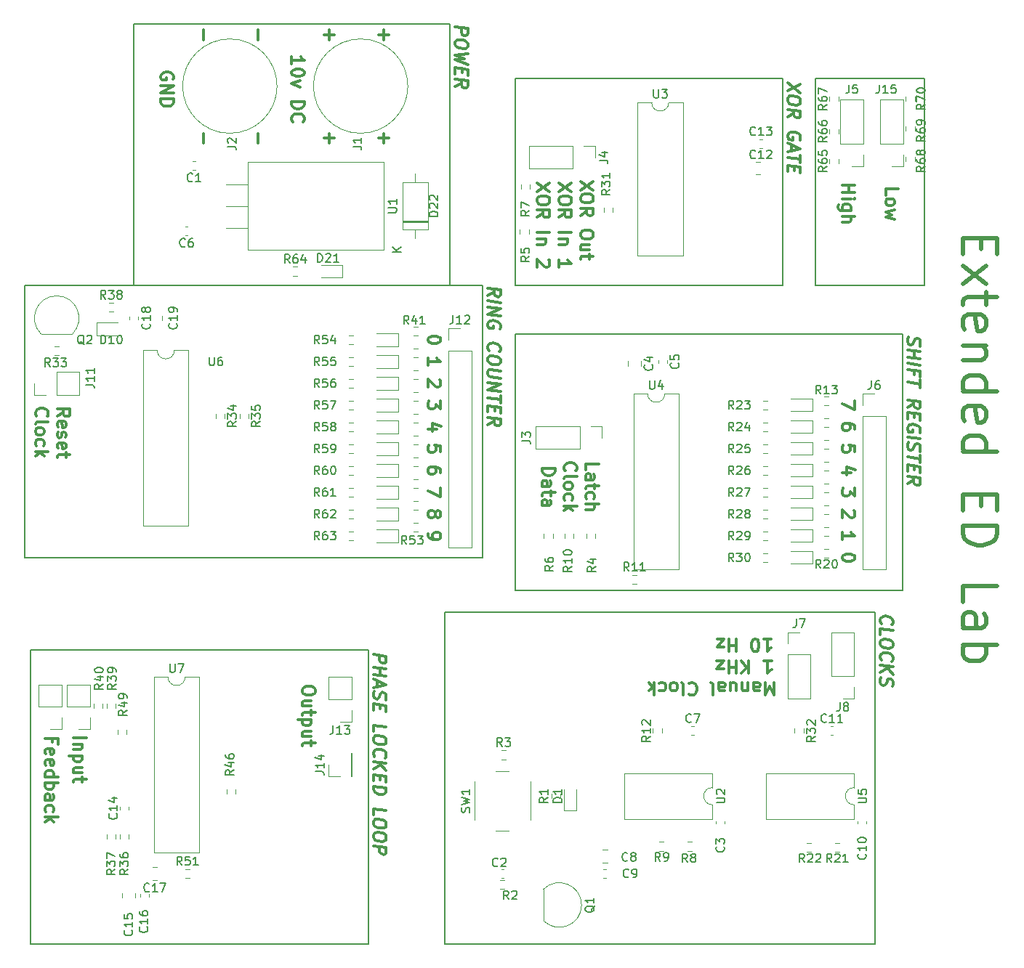
<source format=gbr>
%TF.GenerationSoftware,KiCad,Pcbnew,7.0.1*%
%TF.CreationDate,2023-04-17T00:19:09+03:00*%
%TF.ProjectId,exed,65786564-2e6b-4696-9361-645f70636258,rev?*%
%TF.SameCoordinates,Original*%
%TF.FileFunction,Legend,Top*%
%TF.FilePolarity,Positive*%
%FSLAX46Y46*%
G04 Gerber Fmt 4.6, Leading zero omitted, Abs format (unit mm)*
G04 Created by KiCad (PCBNEW 7.0.1) date 2023-04-17 00:19:09*
%MOMM*%
%LPD*%
G01*
G04 APERTURE LIST*
%ADD10C,0.150000*%
%ADD11C,0.300000*%
%ADD12C,0.500000*%
%ADD13C,0.120000*%
G04 APERTURE END LIST*
D10*
X159385000Y-38100000D02*
X190500000Y-38100000D01*
X190500000Y-62230000D01*
X159385000Y-62230000D01*
X159385000Y-38100000D01*
X102870000Y-104775000D02*
X142240000Y-104775000D01*
X142240000Y-139065000D01*
X102870000Y-139065000D01*
X102870000Y-104775000D01*
X194310000Y-38100000D02*
X207010000Y-38100000D01*
X207010000Y-62230000D01*
X194310000Y-62230000D01*
X194310000Y-38100000D01*
X102235000Y-62230000D02*
X155575000Y-62230000D01*
X155575000Y-93980000D01*
X102235000Y-93980000D01*
X102235000Y-62230000D01*
X151130000Y-100330000D02*
X201295000Y-100330000D01*
X201295000Y-139065000D01*
X151130000Y-139065000D01*
X151130000Y-100330000D01*
X159385000Y-67945000D02*
X204470000Y-67945000D01*
X204470000Y-97790000D01*
X159385000Y-97790000D01*
X159385000Y-67945000D01*
X114935000Y-31750000D02*
X151765000Y-31750000D01*
X151765000Y-62230000D01*
X114935000Y-62230000D01*
X114935000Y-31750000D01*
D11*
X152341071Y-32109108D02*
X153841071Y-32296608D01*
X153841071Y-32296608D02*
X153841071Y-32868036D01*
X153841071Y-32868036D02*
X153769642Y-33001965D01*
X153769642Y-33001965D02*
X153698214Y-33064465D01*
X153698214Y-33064465D02*
X153555357Y-33118036D01*
X153555357Y-33118036D02*
X153341071Y-33091251D01*
X153341071Y-33091251D02*
X153198214Y-33001965D01*
X153198214Y-33001965D02*
X153126785Y-32921608D01*
X153126785Y-32921608D02*
X153055357Y-32769822D01*
X153055357Y-32769822D02*
X153055357Y-32198394D01*
X153841071Y-34073393D02*
X153841071Y-34359107D01*
X153841071Y-34359107D02*
X153769642Y-34493036D01*
X153769642Y-34493036D02*
X153626785Y-34618036D01*
X153626785Y-34618036D02*
X153341071Y-34653750D01*
X153341071Y-34653750D02*
X152841071Y-34591250D01*
X152841071Y-34591250D02*
X152555357Y-34484107D01*
X152555357Y-34484107D02*
X152412500Y-34323393D01*
X152412500Y-34323393D02*
X152341071Y-34171607D01*
X152341071Y-34171607D02*
X152341071Y-33885893D01*
X152341071Y-33885893D02*
X152412500Y-33751965D01*
X152412500Y-33751965D02*
X152555357Y-33626965D01*
X152555357Y-33626965D02*
X152841071Y-33591250D01*
X152841071Y-33591250D02*
X153341071Y-33653750D01*
X153341071Y-33653750D02*
X153626785Y-33760893D01*
X153626785Y-33760893D02*
X153769642Y-33921607D01*
X153769642Y-33921607D02*
X153841071Y-34073393D01*
X153841071Y-35207322D02*
X152341071Y-35376965D01*
X152341071Y-35376965D02*
X153412500Y-35796607D01*
X153412500Y-35796607D02*
X152341071Y-35948393D01*
X152341071Y-35948393D02*
X153841071Y-36493036D01*
X153126785Y-36966250D02*
X153126785Y-37466250D01*
X152341071Y-37582322D02*
X152341071Y-36868036D01*
X152341071Y-36868036D02*
X153841071Y-37055536D01*
X153841071Y-37055536D02*
X153841071Y-37769822D01*
X152341071Y-39073393D02*
X153055357Y-38662678D01*
X152341071Y-38216250D02*
X153841071Y-38403750D01*
X153841071Y-38403750D02*
X153841071Y-38975178D01*
X153841071Y-38975178D02*
X153769642Y-39109107D01*
X153769642Y-39109107D02*
X153698214Y-39171607D01*
X153698214Y-39171607D02*
X153555357Y-39225178D01*
X153555357Y-39225178D02*
X153341071Y-39198393D01*
X153341071Y-39198393D02*
X153198214Y-39109107D01*
X153198214Y-39109107D02*
X153126785Y-39028750D01*
X153126785Y-39028750D02*
X153055357Y-38876964D01*
X153055357Y-38876964D02*
X153055357Y-38305536D01*
X202013928Y-101667858D02*
X201942500Y-101587501D01*
X201942500Y-101587501D02*
X201871071Y-101364286D01*
X201871071Y-101364286D02*
X201871071Y-101221429D01*
X201871071Y-101221429D02*
X201942500Y-101016072D01*
X201942500Y-101016072D02*
X202085357Y-100891072D01*
X202085357Y-100891072D02*
X202228214Y-100837501D01*
X202228214Y-100837501D02*
X202513928Y-100801786D01*
X202513928Y-100801786D02*
X202728214Y-100828572D01*
X202728214Y-100828572D02*
X203013928Y-100935715D01*
X203013928Y-100935715D02*
X203156785Y-101025001D01*
X203156785Y-101025001D02*
X203299642Y-101185715D01*
X203299642Y-101185715D02*
X203371071Y-101408929D01*
X203371071Y-101408929D02*
X203371071Y-101551786D01*
X203371071Y-101551786D02*
X203299642Y-101757144D01*
X203299642Y-101757144D02*
X203228214Y-101819644D01*
X201871071Y-102998215D02*
X201871071Y-102283929D01*
X201871071Y-102283929D02*
X203371071Y-102471429D01*
X203371071Y-103962500D02*
X203371071Y-104248214D01*
X203371071Y-104248214D02*
X203299642Y-104382143D01*
X203299642Y-104382143D02*
X203156785Y-104507143D01*
X203156785Y-104507143D02*
X202871071Y-104542857D01*
X202871071Y-104542857D02*
X202371071Y-104480357D01*
X202371071Y-104480357D02*
X202085357Y-104373214D01*
X202085357Y-104373214D02*
X201942500Y-104212500D01*
X201942500Y-104212500D02*
X201871071Y-104060714D01*
X201871071Y-104060714D02*
X201871071Y-103775000D01*
X201871071Y-103775000D02*
X201942500Y-103641072D01*
X201942500Y-103641072D02*
X202085357Y-103516072D01*
X202085357Y-103516072D02*
X202371071Y-103480357D01*
X202371071Y-103480357D02*
X202871071Y-103542857D01*
X202871071Y-103542857D02*
X203156785Y-103650000D01*
X203156785Y-103650000D02*
X203299642Y-103810714D01*
X203299642Y-103810714D02*
X203371071Y-103962500D01*
X202013928Y-105926786D02*
X201942500Y-105846429D01*
X201942500Y-105846429D02*
X201871071Y-105623214D01*
X201871071Y-105623214D02*
X201871071Y-105480357D01*
X201871071Y-105480357D02*
X201942500Y-105275000D01*
X201942500Y-105275000D02*
X202085357Y-105150000D01*
X202085357Y-105150000D02*
X202228214Y-105096429D01*
X202228214Y-105096429D02*
X202513928Y-105060714D01*
X202513928Y-105060714D02*
X202728214Y-105087500D01*
X202728214Y-105087500D02*
X203013928Y-105194643D01*
X203013928Y-105194643D02*
X203156785Y-105283929D01*
X203156785Y-105283929D02*
X203299642Y-105444643D01*
X203299642Y-105444643D02*
X203371071Y-105667857D01*
X203371071Y-105667857D02*
X203371071Y-105810714D01*
X203371071Y-105810714D02*
X203299642Y-106016072D01*
X203299642Y-106016072D02*
X203228214Y-106078572D01*
X201871071Y-106542857D02*
X203371071Y-106730357D01*
X201871071Y-107400000D02*
X202728214Y-106864285D01*
X203371071Y-107587500D02*
X202513928Y-106623214D01*
X201942500Y-107971428D02*
X201871071Y-108176785D01*
X201871071Y-108176785D02*
X201871071Y-108533928D01*
X201871071Y-108533928D02*
X201942500Y-108685714D01*
X201942500Y-108685714D02*
X202013928Y-108766071D01*
X202013928Y-108766071D02*
X202156785Y-108855356D01*
X202156785Y-108855356D02*
X202299642Y-108873214D01*
X202299642Y-108873214D02*
X202442500Y-108819642D01*
X202442500Y-108819642D02*
X202513928Y-108757142D01*
X202513928Y-108757142D02*
X202585357Y-108623214D01*
X202585357Y-108623214D02*
X202656785Y-108346428D01*
X202656785Y-108346428D02*
X202728214Y-108212499D01*
X202728214Y-108212499D02*
X202799642Y-108149999D01*
X202799642Y-108149999D02*
X202942500Y-108096428D01*
X202942500Y-108096428D02*
X203085357Y-108114285D01*
X203085357Y-108114285D02*
X203228214Y-108203571D01*
X203228214Y-108203571D02*
X203299642Y-108283928D01*
X203299642Y-108283928D02*
X203371071Y-108435714D01*
X203371071Y-108435714D02*
X203371071Y-108792856D01*
X203371071Y-108792856D02*
X203299642Y-108998214D01*
X192576071Y-38774822D02*
X191076071Y-39587322D01*
X192576071Y-39774822D02*
X191076071Y-38587322D01*
X192576071Y-40623036D02*
X192576071Y-40908750D01*
X192576071Y-40908750D02*
X192504642Y-41042679D01*
X192504642Y-41042679D02*
X192361785Y-41167679D01*
X192361785Y-41167679D02*
X192076071Y-41203393D01*
X192076071Y-41203393D02*
X191576071Y-41140893D01*
X191576071Y-41140893D02*
X191290357Y-41033750D01*
X191290357Y-41033750D02*
X191147500Y-40873036D01*
X191147500Y-40873036D02*
X191076071Y-40721250D01*
X191076071Y-40721250D02*
X191076071Y-40435536D01*
X191076071Y-40435536D02*
X191147500Y-40301608D01*
X191147500Y-40301608D02*
X191290357Y-40176608D01*
X191290357Y-40176608D02*
X191576071Y-40140893D01*
X191576071Y-40140893D02*
X192076071Y-40203393D01*
X192076071Y-40203393D02*
X192361785Y-40310536D01*
X192361785Y-40310536D02*
X192504642Y-40471250D01*
X192504642Y-40471250D02*
X192576071Y-40623036D01*
X191076071Y-42569465D02*
X191790357Y-42158750D01*
X191076071Y-41712322D02*
X192576071Y-41899822D01*
X192576071Y-41899822D02*
X192576071Y-42471250D01*
X192576071Y-42471250D02*
X192504642Y-42605179D01*
X192504642Y-42605179D02*
X192433214Y-42667679D01*
X192433214Y-42667679D02*
X192290357Y-42721250D01*
X192290357Y-42721250D02*
X192076071Y-42694465D01*
X192076071Y-42694465D02*
X191933214Y-42605179D01*
X191933214Y-42605179D02*
X191861785Y-42524822D01*
X191861785Y-42524822D02*
X191790357Y-42373036D01*
X191790357Y-42373036D02*
X191790357Y-41801608D01*
X192504642Y-45310536D02*
X192576071Y-45176607D01*
X192576071Y-45176607D02*
X192576071Y-44962321D01*
X192576071Y-44962321D02*
X192504642Y-44739107D01*
X192504642Y-44739107D02*
X192361785Y-44578393D01*
X192361785Y-44578393D02*
X192218928Y-44489107D01*
X192218928Y-44489107D02*
X191933214Y-44381964D01*
X191933214Y-44381964D02*
X191718928Y-44355178D01*
X191718928Y-44355178D02*
X191433214Y-44390893D01*
X191433214Y-44390893D02*
X191290357Y-44444464D01*
X191290357Y-44444464D02*
X191147500Y-44569464D01*
X191147500Y-44569464D02*
X191076071Y-44774821D01*
X191076071Y-44774821D02*
X191076071Y-44917678D01*
X191076071Y-44917678D02*
X191147500Y-45140893D01*
X191147500Y-45140893D02*
X191218928Y-45221250D01*
X191218928Y-45221250D02*
X191718928Y-45283750D01*
X191718928Y-45283750D02*
X191718928Y-44998036D01*
X191504642Y-45819464D02*
X191504642Y-46533749D01*
X191076071Y-45623035D02*
X192576071Y-46310535D01*
X192576071Y-46310535D02*
X191076071Y-46623035D01*
X192576071Y-47087321D02*
X192576071Y-47944464D01*
X191076071Y-47328393D02*
X192576071Y-47515893D01*
X191861785Y-48346250D02*
X191861785Y-48846250D01*
X191076071Y-48962322D02*
X191076071Y-48248036D01*
X191076071Y-48248036D02*
X192576071Y-48435536D01*
X192576071Y-48435536D02*
X192576071Y-49149822D01*
X123067500Y-32448571D02*
X123067500Y-33591429D01*
X162501071Y-83546428D02*
X164001071Y-83546428D01*
X164001071Y-83546428D02*
X164001071Y-83903571D01*
X164001071Y-83903571D02*
X163929642Y-84117857D01*
X163929642Y-84117857D02*
X163786785Y-84260714D01*
X163786785Y-84260714D02*
X163643928Y-84332143D01*
X163643928Y-84332143D02*
X163358214Y-84403571D01*
X163358214Y-84403571D02*
X163143928Y-84403571D01*
X163143928Y-84403571D02*
X162858214Y-84332143D01*
X162858214Y-84332143D02*
X162715357Y-84260714D01*
X162715357Y-84260714D02*
X162572500Y-84117857D01*
X162572500Y-84117857D02*
X162501071Y-83903571D01*
X162501071Y-83903571D02*
X162501071Y-83546428D01*
X162501071Y-85689286D02*
X163286785Y-85689286D01*
X163286785Y-85689286D02*
X163429642Y-85617857D01*
X163429642Y-85617857D02*
X163501071Y-85475000D01*
X163501071Y-85475000D02*
X163501071Y-85189286D01*
X163501071Y-85189286D02*
X163429642Y-85046428D01*
X162572500Y-85689286D02*
X162501071Y-85546428D01*
X162501071Y-85546428D02*
X162501071Y-85189286D01*
X162501071Y-85189286D02*
X162572500Y-85046428D01*
X162572500Y-85046428D02*
X162715357Y-84975000D01*
X162715357Y-84975000D02*
X162858214Y-84975000D01*
X162858214Y-84975000D02*
X163001071Y-85046428D01*
X163001071Y-85046428D02*
X163072500Y-85189286D01*
X163072500Y-85189286D02*
X163072500Y-85546428D01*
X163072500Y-85546428D02*
X163143928Y-85689286D01*
X163501071Y-86189286D02*
X163501071Y-86760714D01*
X164001071Y-86403571D02*
X162715357Y-86403571D01*
X162715357Y-86403571D02*
X162572500Y-86475000D01*
X162572500Y-86475000D02*
X162501071Y-86617857D01*
X162501071Y-86617857D02*
X162501071Y-86760714D01*
X162501071Y-87903572D02*
X163286785Y-87903572D01*
X163286785Y-87903572D02*
X163429642Y-87832143D01*
X163429642Y-87832143D02*
X163501071Y-87689286D01*
X163501071Y-87689286D02*
X163501071Y-87403572D01*
X163501071Y-87403572D02*
X163429642Y-87260714D01*
X162572500Y-87903572D02*
X162501071Y-87760714D01*
X162501071Y-87760714D02*
X162501071Y-87403572D01*
X162501071Y-87403572D02*
X162572500Y-87260714D01*
X162572500Y-87260714D02*
X162715357Y-87189286D01*
X162715357Y-87189286D02*
X162858214Y-87189286D01*
X162858214Y-87189286D02*
X163001071Y-87260714D01*
X163001071Y-87260714D02*
X163072500Y-87403572D01*
X163072500Y-87403572D02*
X163072500Y-87760714D01*
X163072500Y-87760714D02*
X163143928Y-87903572D01*
X103588928Y-77517857D02*
X103517500Y-77446429D01*
X103517500Y-77446429D02*
X103446071Y-77232143D01*
X103446071Y-77232143D02*
X103446071Y-77089286D01*
X103446071Y-77089286D02*
X103517500Y-76875000D01*
X103517500Y-76875000D02*
X103660357Y-76732143D01*
X103660357Y-76732143D02*
X103803214Y-76660714D01*
X103803214Y-76660714D02*
X104088928Y-76589286D01*
X104088928Y-76589286D02*
X104303214Y-76589286D01*
X104303214Y-76589286D02*
X104588928Y-76660714D01*
X104588928Y-76660714D02*
X104731785Y-76732143D01*
X104731785Y-76732143D02*
X104874642Y-76875000D01*
X104874642Y-76875000D02*
X104946071Y-77089286D01*
X104946071Y-77089286D02*
X104946071Y-77232143D01*
X104946071Y-77232143D02*
X104874642Y-77446429D01*
X104874642Y-77446429D02*
X104803214Y-77517857D01*
X103446071Y-78375000D02*
X103517500Y-78232143D01*
X103517500Y-78232143D02*
X103660357Y-78160714D01*
X103660357Y-78160714D02*
X104946071Y-78160714D01*
X103446071Y-79160714D02*
X103517500Y-79017857D01*
X103517500Y-79017857D02*
X103588928Y-78946428D01*
X103588928Y-78946428D02*
X103731785Y-78875000D01*
X103731785Y-78875000D02*
X104160357Y-78875000D01*
X104160357Y-78875000D02*
X104303214Y-78946428D01*
X104303214Y-78946428D02*
X104374642Y-79017857D01*
X104374642Y-79017857D02*
X104446071Y-79160714D01*
X104446071Y-79160714D02*
X104446071Y-79375000D01*
X104446071Y-79375000D02*
X104374642Y-79517857D01*
X104374642Y-79517857D02*
X104303214Y-79589286D01*
X104303214Y-79589286D02*
X104160357Y-79660714D01*
X104160357Y-79660714D02*
X103731785Y-79660714D01*
X103731785Y-79660714D02*
X103588928Y-79589286D01*
X103588928Y-79589286D02*
X103517500Y-79517857D01*
X103517500Y-79517857D02*
X103446071Y-79375000D01*
X103446071Y-79375000D02*
X103446071Y-79160714D01*
X103517500Y-80946429D02*
X103446071Y-80803571D01*
X103446071Y-80803571D02*
X103446071Y-80517857D01*
X103446071Y-80517857D02*
X103517500Y-80375000D01*
X103517500Y-80375000D02*
X103588928Y-80303571D01*
X103588928Y-80303571D02*
X103731785Y-80232143D01*
X103731785Y-80232143D02*
X104160357Y-80232143D01*
X104160357Y-80232143D02*
X104303214Y-80303571D01*
X104303214Y-80303571D02*
X104374642Y-80375000D01*
X104374642Y-80375000D02*
X104446071Y-80517857D01*
X104446071Y-80517857D02*
X104446071Y-80803571D01*
X104446071Y-80803571D02*
X104374642Y-80946429D01*
X103446071Y-81589285D02*
X104946071Y-81589285D01*
X104017500Y-81732143D02*
X103446071Y-82160714D01*
X104446071Y-82160714D02*
X103874642Y-81589285D01*
X202506071Y-51704999D02*
X202506071Y-50990713D01*
X202506071Y-50990713D02*
X204006071Y-50990713D01*
X202506071Y-52419285D02*
X202577500Y-52276428D01*
X202577500Y-52276428D02*
X202648928Y-52204999D01*
X202648928Y-52204999D02*
X202791785Y-52133571D01*
X202791785Y-52133571D02*
X203220357Y-52133571D01*
X203220357Y-52133571D02*
X203363214Y-52204999D01*
X203363214Y-52204999D02*
X203434642Y-52276428D01*
X203434642Y-52276428D02*
X203506071Y-52419285D01*
X203506071Y-52419285D02*
X203506071Y-52633571D01*
X203506071Y-52633571D02*
X203434642Y-52776428D01*
X203434642Y-52776428D02*
X203363214Y-52847857D01*
X203363214Y-52847857D02*
X203220357Y-52919285D01*
X203220357Y-52919285D02*
X202791785Y-52919285D01*
X202791785Y-52919285D02*
X202648928Y-52847857D01*
X202648928Y-52847857D02*
X202577500Y-52776428D01*
X202577500Y-52776428D02*
X202506071Y-52633571D01*
X202506071Y-52633571D02*
X202506071Y-52419285D01*
X203506071Y-53419285D02*
X202506071Y-53705000D01*
X202506071Y-53705000D02*
X203220357Y-53990714D01*
X203220357Y-53990714D02*
X202506071Y-54276428D01*
X202506071Y-54276428D02*
X203506071Y-54562142D01*
X189495000Y-108526071D02*
X189495000Y-110026071D01*
X189495000Y-110026071D02*
X188995000Y-108954642D01*
X188995000Y-108954642D02*
X188495000Y-110026071D01*
X188495000Y-110026071D02*
X188495000Y-108526071D01*
X187137857Y-108526071D02*
X187137857Y-109311785D01*
X187137857Y-109311785D02*
X187209285Y-109454642D01*
X187209285Y-109454642D02*
X187352142Y-109526071D01*
X187352142Y-109526071D02*
X187637857Y-109526071D01*
X187637857Y-109526071D02*
X187780714Y-109454642D01*
X187137857Y-108597500D02*
X187280714Y-108526071D01*
X187280714Y-108526071D02*
X187637857Y-108526071D01*
X187637857Y-108526071D02*
X187780714Y-108597500D01*
X187780714Y-108597500D02*
X187852142Y-108740357D01*
X187852142Y-108740357D02*
X187852142Y-108883214D01*
X187852142Y-108883214D02*
X187780714Y-109026071D01*
X187780714Y-109026071D02*
X187637857Y-109097500D01*
X187637857Y-109097500D02*
X187280714Y-109097500D01*
X187280714Y-109097500D02*
X187137857Y-109168928D01*
X186423571Y-109526071D02*
X186423571Y-108526071D01*
X186423571Y-109383214D02*
X186352142Y-109454642D01*
X186352142Y-109454642D02*
X186209285Y-109526071D01*
X186209285Y-109526071D02*
X185994999Y-109526071D01*
X185994999Y-109526071D02*
X185852142Y-109454642D01*
X185852142Y-109454642D02*
X185780714Y-109311785D01*
X185780714Y-109311785D02*
X185780714Y-108526071D01*
X184423571Y-109526071D02*
X184423571Y-108526071D01*
X185066428Y-109526071D02*
X185066428Y-108740357D01*
X185066428Y-108740357D02*
X184994999Y-108597500D01*
X184994999Y-108597500D02*
X184852142Y-108526071D01*
X184852142Y-108526071D02*
X184637856Y-108526071D01*
X184637856Y-108526071D02*
X184494999Y-108597500D01*
X184494999Y-108597500D02*
X184423571Y-108668928D01*
X183066428Y-108526071D02*
X183066428Y-109311785D01*
X183066428Y-109311785D02*
X183137856Y-109454642D01*
X183137856Y-109454642D02*
X183280713Y-109526071D01*
X183280713Y-109526071D02*
X183566428Y-109526071D01*
X183566428Y-109526071D02*
X183709285Y-109454642D01*
X183066428Y-108597500D02*
X183209285Y-108526071D01*
X183209285Y-108526071D02*
X183566428Y-108526071D01*
X183566428Y-108526071D02*
X183709285Y-108597500D01*
X183709285Y-108597500D02*
X183780713Y-108740357D01*
X183780713Y-108740357D02*
X183780713Y-108883214D01*
X183780713Y-108883214D02*
X183709285Y-109026071D01*
X183709285Y-109026071D02*
X183566428Y-109097500D01*
X183566428Y-109097500D02*
X183209285Y-109097500D01*
X183209285Y-109097500D02*
X183066428Y-109168928D01*
X182137856Y-108526071D02*
X182280713Y-108597500D01*
X182280713Y-108597500D02*
X182352142Y-108740357D01*
X182352142Y-108740357D02*
X182352142Y-110026071D01*
X179566428Y-108668928D02*
X179637856Y-108597500D01*
X179637856Y-108597500D02*
X179852142Y-108526071D01*
X179852142Y-108526071D02*
X179994999Y-108526071D01*
X179994999Y-108526071D02*
X180209285Y-108597500D01*
X180209285Y-108597500D02*
X180352142Y-108740357D01*
X180352142Y-108740357D02*
X180423571Y-108883214D01*
X180423571Y-108883214D02*
X180494999Y-109168928D01*
X180494999Y-109168928D02*
X180494999Y-109383214D01*
X180494999Y-109383214D02*
X180423571Y-109668928D01*
X180423571Y-109668928D02*
X180352142Y-109811785D01*
X180352142Y-109811785D02*
X180209285Y-109954642D01*
X180209285Y-109954642D02*
X179994999Y-110026071D01*
X179994999Y-110026071D02*
X179852142Y-110026071D01*
X179852142Y-110026071D02*
X179637856Y-109954642D01*
X179637856Y-109954642D02*
X179566428Y-109883214D01*
X178709285Y-108526071D02*
X178852142Y-108597500D01*
X178852142Y-108597500D02*
X178923571Y-108740357D01*
X178923571Y-108740357D02*
X178923571Y-110026071D01*
X177923571Y-108526071D02*
X178066428Y-108597500D01*
X178066428Y-108597500D02*
X178137857Y-108668928D01*
X178137857Y-108668928D02*
X178209285Y-108811785D01*
X178209285Y-108811785D02*
X178209285Y-109240357D01*
X178209285Y-109240357D02*
X178137857Y-109383214D01*
X178137857Y-109383214D02*
X178066428Y-109454642D01*
X178066428Y-109454642D02*
X177923571Y-109526071D01*
X177923571Y-109526071D02*
X177709285Y-109526071D01*
X177709285Y-109526071D02*
X177566428Y-109454642D01*
X177566428Y-109454642D02*
X177495000Y-109383214D01*
X177495000Y-109383214D02*
X177423571Y-109240357D01*
X177423571Y-109240357D02*
X177423571Y-108811785D01*
X177423571Y-108811785D02*
X177495000Y-108668928D01*
X177495000Y-108668928D02*
X177566428Y-108597500D01*
X177566428Y-108597500D02*
X177709285Y-108526071D01*
X177709285Y-108526071D02*
X177923571Y-108526071D01*
X176137857Y-108597500D02*
X176280714Y-108526071D01*
X176280714Y-108526071D02*
X176566428Y-108526071D01*
X176566428Y-108526071D02*
X176709285Y-108597500D01*
X176709285Y-108597500D02*
X176780714Y-108668928D01*
X176780714Y-108668928D02*
X176852142Y-108811785D01*
X176852142Y-108811785D02*
X176852142Y-109240357D01*
X176852142Y-109240357D02*
X176780714Y-109383214D01*
X176780714Y-109383214D02*
X176709285Y-109454642D01*
X176709285Y-109454642D02*
X176566428Y-109526071D01*
X176566428Y-109526071D02*
X176280714Y-109526071D01*
X176280714Y-109526071D02*
X176137857Y-109454642D01*
X175495000Y-108526071D02*
X175495000Y-110026071D01*
X175352143Y-109097500D02*
X174923571Y-108526071D01*
X174923571Y-109526071D02*
X175495000Y-108954642D01*
X129417500Y-44513571D02*
X129417500Y-45656429D01*
X205117500Y-68285893D02*
X205046071Y-68491250D01*
X205046071Y-68491250D02*
X205046071Y-68848393D01*
X205046071Y-68848393D02*
X205117500Y-69000179D01*
X205117500Y-69000179D02*
X205188928Y-69080536D01*
X205188928Y-69080536D02*
X205331785Y-69169821D01*
X205331785Y-69169821D02*
X205474642Y-69187679D01*
X205474642Y-69187679D02*
X205617500Y-69134107D01*
X205617500Y-69134107D02*
X205688928Y-69071607D01*
X205688928Y-69071607D02*
X205760357Y-68937679D01*
X205760357Y-68937679D02*
X205831785Y-68660893D01*
X205831785Y-68660893D02*
X205903214Y-68526964D01*
X205903214Y-68526964D02*
X205974642Y-68464464D01*
X205974642Y-68464464D02*
X206117500Y-68410893D01*
X206117500Y-68410893D02*
X206260357Y-68428750D01*
X206260357Y-68428750D02*
X206403214Y-68518036D01*
X206403214Y-68518036D02*
X206474642Y-68598393D01*
X206474642Y-68598393D02*
X206546071Y-68750179D01*
X206546071Y-68750179D02*
X206546071Y-69107321D01*
X206546071Y-69107321D02*
X206474642Y-69312679D01*
X205046071Y-69768036D02*
X206546071Y-69955536D01*
X205831785Y-69866250D02*
X205831785Y-70723393D01*
X205046071Y-70625179D02*
X206546071Y-70812679D01*
X205046071Y-71330536D02*
X206546071Y-71518036D01*
X205831785Y-72634107D02*
X205831785Y-72134107D01*
X205046071Y-72035893D02*
X206546071Y-72223393D01*
X206546071Y-72223393D02*
X206546071Y-72937679D01*
X206546071Y-73285893D02*
X206546071Y-74143036D01*
X205046071Y-73526965D02*
X206546071Y-73714465D01*
X205046071Y-76446608D02*
X205760357Y-76035893D01*
X205046071Y-75589465D02*
X206546071Y-75776965D01*
X206546071Y-75776965D02*
X206546071Y-76348393D01*
X206546071Y-76348393D02*
X206474642Y-76482322D01*
X206474642Y-76482322D02*
X206403214Y-76544822D01*
X206403214Y-76544822D02*
X206260357Y-76598393D01*
X206260357Y-76598393D02*
X206046071Y-76571608D01*
X206046071Y-76571608D02*
X205903214Y-76482322D01*
X205903214Y-76482322D02*
X205831785Y-76401965D01*
X205831785Y-76401965D02*
X205760357Y-76250179D01*
X205760357Y-76250179D02*
X205760357Y-75678751D01*
X205831785Y-77178750D02*
X205831785Y-77678750D01*
X205046071Y-77794822D02*
X205046071Y-77080536D01*
X205046071Y-77080536D02*
X206546071Y-77268036D01*
X206546071Y-77268036D02*
X206546071Y-77982322D01*
X206474642Y-79393036D02*
X206546071Y-79259107D01*
X206546071Y-79259107D02*
X206546071Y-79044821D01*
X206546071Y-79044821D02*
X206474642Y-78821607D01*
X206474642Y-78821607D02*
X206331785Y-78660893D01*
X206331785Y-78660893D02*
X206188928Y-78571607D01*
X206188928Y-78571607D02*
X205903214Y-78464464D01*
X205903214Y-78464464D02*
X205688928Y-78437678D01*
X205688928Y-78437678D02*
X205403214Y-78473393D01*
X205403214Y-78473393D02*
X205260357Y-78526964D01*
X205260357Y-78526964D02*
X205117500Y-78651964D01*
X205117500Y-78651964D02*
X205046071Y-78857321D01*
X205046071Y-78857321D02*
X205046071Y-79000178D01*
X205046071Y-79000178D02*
X205117500Y-79223393D01*
X205117500Y-79223393D02*
X205188928Y-79303750D01*
X205188928Y-79303750D02*
X205688928Y-79366250D01*
X205688928Y-79366250D02*
X205688928Y-79080536D01*
X205046071Y-79919821D02*
X206546071Y-80107321D01*
X205117500Y-80562678D02*
X205046071Y-80768035D01*
X205046071Y-80768035D02*
X205046071Y-81125178D01*
X205046071Y-81125178D02*
X205117500Y-81276964D01*
X205117500Y-81276964D02*
X205188928Y-81357321D01*
X205188928Y-81357321D02*
X205331785Y-81446606D01*
X205331785Y-81446606D02*
X205474642Y-81464464D01*
X205474642Y-81464464D02*
X205617500Y-81410892D01*
X205617500Y-81410892D02*
X205688928Y-81348392D01*
X205688928Y-81348392D02*
X205760357Y-81214464D01*
X205760357Y-81214464D02*
X205831785Y-80937678D01*
X205831785Y-80937678D02*
X205903214Y-80803749D01*
X205903214Y-80803749D02*
X205974642Y-80741249D01*
X205974642Y-80741249D02*
X206117500Y-80687678D01*
X206117500Y-80687678D02*
X206260357Y-80705535D01*
X206260357Y-80705535D02*
X206403214Y-80794821D01*
X206403214Y-80794821D02*
X206474642Y-80875178D01*
X206474642Y-80875178D02*
X206546071Y-81026964D01*
X206546071Y-81026964D02*
X206546071Y-81384106D01*
X206546071Y-81384106D02*
X206474642Y-81589464D01*
X206546071Y-82018035D02*
X206546071Y-82875178D01*
X205046071Y-82259107D02*
X206546071Y-82446607D01*
X205831785Y-83276964D02*
X205831785Y-83776964D01*
X205046071Y-83893036D02*
X205046071Y-83178750D01*
X205046071Y-83178750D02*
X206546071Y-83366250D01*
X206546071Y-83366250D02*
X206546071Y-84080536D01*
X205046071Y-85384107D02*
X205760357Y-84973392D01*
X205046071Y-84526964D02*
X206546071Y-84714464D01*
X206546071Y-84714464D02*
X206546071Y-85285892D01*
X206546071Y-85285892D02*
X206474642Y-85419821D01*
X206474642Y-85419821D02*
X206403214Y-85482321D01*
X206403214Y-85482321D02*
X206260357Y-85535892D01*
X206260357Y-85535892D02*
X206046071Y-85509107D01*
X206046071Y-85509107D02*
X205903214Y-85419821D01*
X205903214Y-85419821D02*
X205831785Y-85339464D01*
X205831785Y-85339464D02*
X205760357Y-85187678D01*
X205760357Y-85187678D02*
X205760357Y-84616250D01*
X198783214Y-88471429D02*
X198854642Y-88542857D01*
X198854642Y-88542857D02*
X198926071Y-88685715D01*
X198926071Y-88685715D02*
X198926071Y-89042857D01*
X198926071Y-89042857D02*
X198854642Y-89185715D01*
X198854642Y-89185715D02*
X198783214Y-89257143D01*
X198783214Y-89257143D02*
X198640357Y-89328572D01*
X198640357Y-89328572D02*
X198497500Y-89328572D01*
X198497500Y-89328572D02*
X198283214Y-89257143D01*
X198283214Y-89257143D02*
X197426071Y-88400000D01*
X197426071Y-88400000D02*
X197426071Y-89328572D01*
X150166071Y-79025715D02*
X149166071Y-79025715D01*
X150737500Y-78668572D02*
X149666071Y-78311429D01*
X149666071Y-78311429D02*
X149666071Y-79240000D01*
X150523214Y-73231429D02*
X150594642Y-73302857D01*
X150594642Y-73302857D02*
X150666071Y-73445715D01*
X150666071Y-73445715D02*
X150666071Y-73802857D01*
X150666071Y-73802857D02*
X150594642Y-73945715D01*
X150594642Y-73945715D02*
X150523214Y-74017143D01*
X150523214Y-74017143D02*
X150380357Y-74088572D01*
X150380357Y-74088572D02*
X150237500Y-74088572D01*
X150237500Y-74088572D02*
X150023214Y-74017143D01*
X150023214Y-74017143D02*
X149166071Y-73160000D01*
X149166071Y-73160000D02*
X149166071Y-74088572D01*
X129417500Y-32448571D02*
X129417500Y-33591429D01*
X119479642Y-38227143D02*
X119551071Y-38084286D01*
X119551071Y-38084286D02*
X119551071Y-37870000D01*
X119551071Y-37870000D02*
X119479642Y-37655714D01*
X119479642Y-37655714D02*
X119336785Y-37512857D01*
X119336785Y-37512857D02*
X119193928Y-37441428D01*
X119193928Y-37441428D02*
X118908214Y-37370000D01*
X118908214Y-37370000D02*
X118693928Y-37370000D01*
X118693928Y-37370000D02*
X118408214Y-37441428D01*
X118408214Y-37441428D02*
X118265357Y-37512857D01*
X118265357Y-37512857D02*
X118122500Y-37655714D01*
X118122500Y-37655714D02*
X118051071Y-37870000D01*
X118051071Y-37870000D02*
X118051071Y-38012857D01*
X118051071Y-38012857D02*
X118122500Y-38227143D01*
X118122500Y-38227143D02*
X118193928Y-38298571D01*
X118193928Y-38298571D02*
X118693928Y-38298571D01*
X118693928Y-38298571D02*
X118693928Y-38012857D01*
X118051071Y-38941428D02*
X119551071Y-38941428D01*
X119551071Y-38941428D02*
X118051071Y-39798571D01*
X118051071Y-39798571D02*
X119551071Y-39798571D01*
X118051071Y-40512857D02*
X119551071Y-40512857D01*
X119551071Y-40512857D02*
X119551071Y-40870000D01*
X119551071Y-40870000D02*
X119479642Y-41084286D01*
X119479642Y-41084286D02*
X119336785Y-41227143D01*
X119336785Y-41227143D02*
X119193928Y-41298572D01*
X119193928Y-41298572D02*
X118908214Y-41370000D01*
X118908214Y-41370000D02*
X118693928Y-41370000D01*
X118693928Y-41370000D02*
X118408214Y-41298572D01*
X118408214Y-41298572D02*
X118265357Y-41227143D01*
X118265357Y-41227143D02*
X118122500Y-41084286D01*
X118122500Y-41084286D02*
X118051071Y-40870000D01*
X118051071Y-40870000D02*
X118051071Y-40512857D01*
X198426071Y-84105715D02*
X197426071Y-84105715D01*
X198997500Y-83748572D02*
X197926071Y-83391429D01*
X197926071Y-83391429D02*
X197926071Y-84320000D01*
X105374785Y-115530857D02*
X105374785Y-115030857D01*
X104589071Y-115030857D02*
X106089071Y-115030857D01*
X106089071Y-115030857D02*
X106089071Y-115745143D01*
X104660500Y-116888000D02*
X104589071Y-116745143D01*
X104589071Y-116745143D02*
X104589071Y-116459429D01*
X104589071Y-116459429D02*
X104660500Y-116316571D01*
X104660500Y-116316571D02*
X104803357Y-116245143D01*
X104803357Y-116245143D02*
X105374785Y-116245143D01*
X105374785Y-116245143D02*
X105517642Y-116316571D01*
X105517642Y-116316571D02*
X105589071Y-116459429D01*
X105589071Y-116459429D02*
X105589071Y-116745143D01*
X105589071Y-116745143D02*
X105517642Y-116888000D01*
X105517642Y-116888000D02*
X105374785Y-116959429D01*
X105374785Y-116959429D02*
X105231928Y-116959429D01*
X105231928Y-116959429D02*
X105089071Y-116245143D01*
X104660500Y-118173714D02*
X104589071Y-118030857D01*
X104589071Y-118030857D02*
X104589071Y-117745143D01*
X104589071Y-117745143D02*
X104660500Y-117602285D01*
X104660500Y-117602285D02*
X104803357Y-117530857D01*
X104803357Y-117530857D02*
X105374785Y-117530857D01*
X105374785Y-117530857D02*
X105517642Y-117602285D01*
X105517642Y-117602285D02*
X105589071Y-117745143D01*
X105589071Y-117745143D02*
X105589071Y-118030857D01*
X105589071Y-118030857D02*
X105517642Y-118173714D01*
X105517642Y-118173714D02*
X105374785Y-118245143D01*
X105374785Y-118245143D02*
X105231928Y-118245143D01*
X105231928Y-118245143D02*
X105089071Y-117530857D01*
X104589071Y-119530857D02*
X106089071Y-119530857D01*
X104660500Y-119530857D02*
X104589071Y-119387999D01*
X104589071Y-119387999D02*
X104589071Y-119102285D01*
X104589071Y-119102285D02*
X104660500Y-118959428D01*
X104660500Y-118959428D02*
X104731928Y-118887999D01*
X104731928Y-118887999D02*
X104874785Y-118816571D01*
X104874785Y-118816571D02*
X105303357Y-118816571D01*
X105303357Y-118816571D02*
X105446214Y-118887999D01*
X105446214Y-118887999D02*
X105517642Y-118959428D01*
X105517642Y-118959428D02*
X105589071Y-119102285D01*
X105589071Y-119102285D02*
X105589071Y-119387999D01*
X105589071Y-119387999D02*
X105517642Y-119530857D01*
X104589071Y-120245142D02*
X106089071Y-120245142D01*
X105517642Y-120245142D02*
X105589071Y-120388000D01*
X105589071Y-120388000D02*
X105589071Y-120673714D01*
X105589071Y-120673714D02*
X105517642Y-120816571D01*
X105517642Y-120816571D02*
X105446214Y-120888000D01*
X105446214Y-120888000D02*
X105303357Y-120959428D01*
X105303357Y-120959428D02*
X104874785Y-120959428D01*
X104874785Y-120959428D02*
X104731928Y-120888000D01*
X104731928Y-120888000D02*
X104660500Y-120816571D01*
X104660500Y-120816571D02*
X104589071Y-120673714D01*
X104589071Y-120673714D02*
X104589071Y-120388000D01*
X104589071Y-120388000D02*
X104660500Y-120245142D01*
X104589071Y-122245143D02*
X105374785Y-122245143D01*
X105374785Y-122245143D02*
X105517642Y-122173714D01*
X105517642Y-122173714D02*
X105589071Y-122030857D01*
X105589071Y-122030857D02*
X105589071Y-121745143D01*
X105589071Y-121745143D02*
X105517642Y-121602285D01*
X104660500Y-122245143D02*
X104589071Y-122102285D01*
X104589071Y-122102285D02*
X104589071Y-121745143D01*
X104589071Y-121745143D02*
X104660500Y-121602285D01*
X104660500Y-121602285D02*
X104803357Y-121530857D01*
X104803357Y-121530857D02*
X104946214Y-121530857D01*
X104946214Y-121530857D02*
X105089071Y-121602285D01*
X105089071Y-121602285D02*
X105160500Y-121745143D01*
X105160500Y-121745143D02*
X105160500Y-122102285D01*
X105160500Y-122102285D02*
X105231928Y-122245143D01*
X104660500Y-123602286D02*
X104589071Y-123459428D01*
X104589071Y-123459428D02*
X104589071Y-123173714D01*
X104589071Y-123173714D02*
X104660500Y-123030857D01*
X104660500Y-123030857D02*
X104731928Y-122959428D01*
X104731928Y-122959428D02*
X104874785Y-122888000D01*
X104874785Y-122888000D02*
X105303357Y-122888000D01*
X105303357Y-122888000D02*
X105446214Y-122959428D01*
X105446214Y-122959428D02*
X105517642Y-123030857D01*
X105517642Y-123030857D02*
X105589071Y-123173714D01*
X105589071Y-123173714D02*
X105589071Y-123459428D01*
X105589071Y-123459428D02*
X105517642Y-123602286D01*
X104589071Y-124245142D02*
X106089071Y-124245142D01*
X105160500Y-124388000D02*
X104589071Y-124816571D01*
X105589071Y-124816571D02*
X105017642Y-124245142D01*
X156151071Y-63418037D02*
X156865357Y-63007322D01*
X156151071Y-62560894D02*
X157651071Y-62748394D01*
X157651071Y-62748394D02*
X157651071Y-63319822D01*
X157651071Y-63319822D02*
X157579642Y-63453751D01*
X157579642Y-63453751D02*
X157508214Y-63516251D01*
X157508214Y-63516251D02*
X157365357Y-63569822D01*
X157365357Y-63569822D02*
X157151071Y-63543037D01*
X157151071Y-63543037D02*
X157008214Y-63453751D01*
X157008214Y-63453751D02*
X156936785Y-63373394D01*
X156936785Y-63373394D02*
X156865357Y-63221608D01*
X156865357Y-63221608D02*
X156865357Y-62650180D01*
X156151071Y-64051965D02*
X157651071Y-64239465D01*
X156151071Y-64757322D02*
X157651071Y-64944822D01*
X157651071Y-64944822D02*
X156151071Y-65614465D01*
X156151071Y-65614465D02*
X157651071Y-65801965D01*
X157579642Y-67284108D02*
X157651071Y-67150179D01*
X157651071Y-67150179D02*
X157651071Y-66935893D01*
X157651071Y-66935893D02*
X157579642Y-66712679D01*
X157579642Y-66712679D02*
X157436785Y-66551965D01*
X157436785Y-66551965D02*
X157293928Y-66462679D01*
X157293928Y-66462679D02*
X157008214Y-66355536D01*
X157008214Y-66355536D02*
X156793928Y-66328750D01*
X156793928Y-66328750D02*
X156508214Y-66364465D01*
X156508214Y-66364465D02*
X156365357Y-66418036D01*
X156365357Y-66418036D02*
X156222500Y-66543036D01*
X156222500Y-66543036D02*
X156151071Y-66748393D01*
X156151071Y-66748393D02*
X156151071Y-66891250D01*
X156151071Y-66891250D02*
X156222500Y-67114465D01*
X156222500Y-67114465D02*
X156293928Y-67194822D01*
X156293928Y-67194822D02*
X156793928Y-67257322D01*
X156793928Y-67257322D02*
X156793928Y-66971608D01*
X156293928Y-69828750D02*
X156222500Y-69748393D01*
X156222500Y-69748393D02*
X156151071Y-69525178D01*
X156151071Y-69525178D02*
X156151071Y-69382321D01*
X156151071Y-69382321D02*
X156222500Y-69176964D01*
X156222500Y-69176964D02*
X156365357Y-69051964D01*
X156365357Y-69051964D02*
X156508214Y-68998393D01*
X156508214Y-68998393D02*
X156793928Y-68962678D01*
X156793928Y-68962678D02*
X157008214Y-68989464D01*
X157008214Y-68989464D02*
X157293928Y-69096607D01*
X157293928Y-69096607D02*
X157436785Y-69185893D01*
X157436785Y-69185893D02*
X157579642Y-69346607D01*
X157579642Y-69346607D02*
X157651071Y-69569821D01*
X157651071Y-69569821D02*
X157651071Y-69712678D01*
X157651071Y-69712678D02*
X157579642Y-69918036D01*
X157579642Y-69918036D02*
X157508214Y-69980536D01*
X157651071Y-70918035D02*
X157651071Y-71203749D01*
X157651071Y-71203749D02*
X157579642Y-71337678D01*
X157579642Y-71337678D02*
X157436785Y-71462678D01*
X157436785Y-71462678D02*
X157151071Y-71498392D01*
X157151071Y-71498392D02*
X156651071Y-71435892D01*
X156651071Y-71435892D02*
X156365357Y-71328749D01*
X156365357Y-71328749D02*
X156222500Y-71168035D01*
X156222500Y-71168035D02*
X156151071Y-71016249D01*
X156151071Y-71016249D02*
X156151071Y-70730535D01*
X156151071Y-70730535D02*
X156222500Y-70596607D01*
X156222500Y-70596607D02*
X156365357Y-70471607D01*
X156365357Y-70471607D02*
X156651071Y-70435892D01*
X156651071Y-70435892D02*
X157151071Y-70498392D01*
X157151071Y-70498392D02*
X157436785Y-70605535D01*
X157436785Y-70605535D02*
X157579642Y-70766249D01*
X157579642Y-70766249D02*
X157651071Y-70918035D01*
X157651071Y-72194821D02*
X156436785Y-72043035D01*
X156436785Y-72043035D02*
X156293928Y-72096607D01*
X156293928Y-72096607D02*
X156222500Y-72159107D01*
X156222500Y-72159107D02*
X156151071Y-72293035D01*
X156151071Y-72293035D02*
X156151071Y-72578749D01*
X156151071Y-72578749D02*
X156222500Y-72730535D01*
X156222500Y-72730535D02*
X156293928Y-72810892D01*
X156293928Y-72810892D02*
X156436785Y-72900178D01*
X156436785Y-72900178D02*
X157651071Y-73051964D01*
X156151071Y-73569821D02*
X157651071Y-73757321D01*
X157651071Y-73757321D02*
X156151071Y-74426964D01*
X156151071Y-74426964D02*
X157651071Y-74614464D01*
X157651071Y-75105535D02*
X157651071Y-75962678D01*
X156151071Y-75346607D02*
X157651071Y-75534107D01*
X156936785Y-76364464D02*
X156936785Y-76864464D01*
X156151071Y-76980536D02*
X156151071Y-76266250D01*
X156151071Y-76266250D02*
X157651071Y-76453750D01*
X157651071Y-76453750D02*
X157651071Y-77168036D01*
X156151071Y-78471607D02*
X156865357Y-78060892D01*
X156151071Y-77614464D02*
X157651071Y-77801964D01*
X157651071Y-77801964D02*
X157651071Y-78373392D01*
X157651071Y-78373392D02*
X157579642Y-78507321D01*
X157579642Y-78507321D02*
X157508214Y-78569821D01*
X157508214Y-78569821D02*
X157365357Y-78623392D01*
X157365357Y-78623392D02*
X157151071Y-78596607D01*
X157151071Y-78596607D02*
X157008214Y-78507321D01*
X157008214Y-78507321D02*
X156936785Y-78426964D01*
X156936785Y-78426964D02*
X156865357Y-78275178D01*
X156865357Y-78275178D02*
X156865357Y-77703750D01*
X136061071Y-109359285D02*
X136061071Y-109644999D01*
X136061071Y-109644999D02*
X135989642Y-109787856D01*
X135989642Y-109787856D02*
X135846785Y-109930713D01*
X135846785Y-109930713D02*
X135561071Y-110002142D01*
X135561071Y-110002142D02*
X135061071Y-110002142D01*
X135061071Y-110002142D02*
X134775357Y-109930713D01*
X134775357Y-109930713D02*
X134632500Y-109787856D01*
X134632500Y-109787856D02*
X134561071Y-109644999D01*
X134561071Y-109644999D02*
X134561071Y-109359285D01*
X134561071Y-109359285D02*
X134632500Y-109216428D01*
X134632500Y-109216428D02*
X134775357Y-109073570D01*
X134775357Y-109073570D02*
X135061071Y-109002142D01*
X135061071Y-109002142D02*
X135561071Y-109002142D01*
X135561071Y-109002142D02*
X135846785Y-109073570D01*
X135846785Y-109073570D02*
X135989642Y-109216428D01*
X135989642Y-109216428D02*
X136061071Y-109359285D01*
X135561071Y-111287857D02*
X134561071Y-111287857D01*
X135561071Y-110644999D02*
X134775357Y-110644999D01*
X134775357Y-110644999D02*
X134632500Y-110716428D01*
X134632500Y-110716428D02*
X134561071Y-110859285D01*
X134561071Y-110859285D02*
X134561071Y-111073571D01*
X134561071Y-111073571D02*
X134632500Y-111216428D01*
X134632500Y-111216428D02*
X134703928Y-111287857D01*
X135561071Y-111787857D02*
X135561071Y-112359285D01*
X136061071Y-112002142D02*
X134775357Y-112002142D01*
X134775357Y-112002142D02*
X134632500Y-112073571D01*
X134632500Y-112073571D02*
X134561071Y-112216428D01*
X134561071Y-112216428D02*
X134561071Y-112359285D01*
X135561071Y-112859285D02*
X134061071Y-112859285D01*
X135489642Y-112859285D02*
X135561071Y-113002143D01*
X135561071Y-113002143D02*
X135561071Y-113287857D01*
X135561071Y-113287857D02*
X135489642Y-113430714D01*
X135489642Y-113430714D02*
X135418214Y-113502143D01*
X135418214Y-113502143D02*
X135275357Y-113573571D01*
X135275357Y-113573571D02*
X134846785Y-113573571D01*
X134846785Y-113573571D02*
X134703928Y-113502143D01*
X134703928Y-113502143D02*
X134632500Y-113430714D01*
X134632500Y-113430714D02*
X134561071Y-113287857D01*
X134561071Y-113287857D02*
X134561071Y-113002143D01*
X134561071Y-113002143D02*
X134632500Y-112859285D01*
X135561071Y-114859286D02*
X134561071Y-114859286D01*
X135561071Y-114216428D02*
X134775357Y-114216428D01*
X134775357Y-114216428D02*
X134632500Y-114287857D01*
X134632500Y-114287857D02*
X134561071Y-114430714D01*
X134561071Y-114430714D02*
X134561071Y-114645000D01*
X134561071Y-114645000D02*
X134632500Y-114787857D01*
X134632500Y-114787857D02*
X134703928Y-114859286D01*
X135561071Y-115359286D02*
X135561071Y-115930714D01*
X136061071Y-115573571D02*
X134775357Y-115573571D01*
X134775357Y-115573571D02*
X134632500Y-115645000D01*
X134632500Y-115645000D02*
X134561071Y-115787857D01*
X134561071Y-115787857D02*
X134561071Y-115930714D01*
X188340713Y-105986071D02*
X189197856Y-105986071D01*
X188769285Y-105986071D02*
X188769285Y-107486071D01*
X188769285Y-107486071D02*
X188912142Y-107271785D01*
X188912142Y-107271785D02*
X189054999Y-107128928D01*
X189054999Y-107128928D02*
X189197856Y-107057500D01*
X186555000Y-105986071D02*
X186555000Y-107486071D01*
X185697857Y-105986071D02*
X186340714Y-106843214D01*
X185697857Y-107486071D02*
X186555000Y-106628928D01*
X185055000Y-105986071D02*
X185055000Y-107486071D01*
X185055000Y-106771785D02*
X184197857Y-106771785D01*
X184197857Y-105986071D02*
X184197857Y-107486071D01*
X183626428Y-106986071D02*
X182840714Y-106986071D01*
X182840714Y-106986071D02*
X183626428Y-105986071D01*
X183626428Y-105986071D02*
X182840714Y-105986071D01*
X165906071Y-50316428D02*
X164406071Y-51316428D01*
X165906071Y-51316428D02*
X164406071Y-50316428D01*
X165906071Y-52173571D02*
X165906071Y-52459285D01*
X165906071Y-52459285D02*
X165834642Y-52602142D01*
X165834642Y-52602142D02*
X165691785Y-52744999D01*
X165691785Y-52744999D02*
X165406071Y-52816428D01*
X165406071Y-52816428D02*
X164906071Y-52816428D01*
X164906071Y-52816428D02*
X164620357Y-52744999D01*
X164620357Y-52744999D02*
X164477500Y-52602142D01*
X164477500Y-52602142D02*
X164406071Y-52459285D01*
X164406071Y-52459285D02*
X164406071Y-52173571D01*
X164406071Y-52173571D02*
X164477500Y-52030714D01*
X164477500Y-52030714D02*
X164620357Y-51887856D01*
X164620357Y-51887856D02*
X164906071Y-51816428D01*
X164906071Y-51816428D02*
X165406071Y-51816428D01*
X165406071Y-51816428D02*
X165691785Y-51887856D01*
X165691785Y-51887856D02*
X165834642Y-52030714D01*
X165834642Y-52030714D02*
X165906071Y-52173571D01*
X164406071Y-54316428D02*
X165120357Y-53816428D01*
X164406071Y-53459285D02*
X165906071Y-53459285D01*
X165906071Y-53459285D02*
X165906071Y-54030714D01*
X165906071Y-54030714D02*
X165834642Y-54173571D01*
X165834642Y-54173571D02*
X165763214Y-54245000D01*
X165763214Y-54245000D02*
X165620357Y-54316428D01*
X165620357Y-54316428D02*
X165406071Y-54316428D01*
X165406071Y-54316428D02*
X165263214Y-54245000D01*
X165263214Y-54245000D02*
X165191785Y-54173571D01*
X165191785Y-54173571D02*
X165120357Y-54030714D01*
X165120357Y-54030714D02*
X165120357Y-53459285D01*
X164406071Y-56102142D02*
X165906071Y-56102142D01*
X165406071Y-56816428D02*
X164406071Y-56816428D01*
X165263214Y-56816428D02*
X165334642Y-56887857D01*
X165334642Y-56887857D02*
X165406071Y-57030714D01*
X165406071Y-57030714D02*
X165406071Y-57245000D01*
X165406071Y-57245000D02*
X165334642Y-57387857D01*
X165334642Y-57387857D02*
X165191785Y-57459286D01*
X165191785Y-57459286D02*
X164406071Y-57459286D01*
X164406071Y-60102143D02*
X164406071Y-59245000D01*
X164406071Y-59673571D02*
X165906071Y-59673571D01*
X165906071Y-59673571D02*
X165691785Y-59530714D01*
X165691785Y-59530714D02*
X165548928Y-59387857D01*
X165548928Y-59387857D02*
X165477500Y-59245000D01*
X198926071Y-79025715D02*
X198926071Y-78740000D01*
X198926071Y-78740000D02*
X198854642Y-78597143D01*
X198854642Y-78597143D02*
X198783214Y-78525715D01*
X198783214Y-78525715D02*
X198568928Y-78382857D01*
X198568928Y-78382857D02*
X198283214Y-78311429D01*
X198283214Y-78311429D02*
X197711785Y-78311429D01*
X197711785Y-78311429D02*
X197568928Y-78382857D01*
X197568928Y-78382857D02*
X197497500Y-78454286D01*
X197497500Y-78454286D02*
X197426071Y-78597143D01*
X197426071Y-78597143D02*
X197426071Y-78882857D01*
X197426071Y-78882857D02*
X197497500Y-79025715D01*
X197497500Y-79025715D02*
X197568928Y-79097143D01*
X197568928Y-79097143D02*
X197711785Y-79168572D01*
X197711785Y-79168572D02*
X198068928Y-79168572D01*
X198068928Y-79168572D02*
X198211785Y-79097143D01*
X198211785Y-79097143D02*
X198283214Y-79025715D01*
X198283214Y-79025715D02*
X198354642Y-78882857D01*
X198354642Y-78882857D02*
X198354642Y-78597143D01*
X198354642Y-78597143D02*
X198283214Y-78454286D01*
X198283214Y-78454286D02*
X198211785Y-78382857D01*
X198211785Y-78382857D02*
X198068928Y-78311429D01*
X107891071Y-115010713D02*
X109391071Y-115010713D01*
X108891071Y-115724999D02*
X107891071Y-115724999D01*
X108748214Y-115724999D02*
X108819642Y-115796428D01*
X108819642Y-115796428D02*
X108891071Y-115939285D01*
X108891071Y-115939285D02*
X108891071Y-116153571D01*
X108891071Y-116153571D02*
X108819642Y-116296428D01*
X108819642Y-116296428D02*
X108676785Y-116367857D01*
X108676785Y-116367857D02*
X107891071Y-116367857D01*
X108891071Y-117082142D02*
X107391071Y-117082142D01*
X108819642Y-117082142D02*
X108891071Y-117225000D01*
X108891071Y-117225000D02*
X108891071Y-117510714D01*
X108891071Y-117510714D02*
X108819642Y-117653571D01*
X108819642Y-117653571D02*
X108748214Y-117725000D01*
X108748214Y-117725000D02*
X108605357Y-117796428D01*
X108605357Y-117796428D02*
X108176785Y-117796428D01*
X108176785Y-117796428D02*
X108033928Y-117725000D01*
X108033928Y-117725000D02*
X107962500Y-117653571D01*
X107962500Y-117653571D02*
X107891071Y-117510714D01*
X107891071Y-117510714D02*
X107891071Y-117225000D01*
X107891071Y-117225000D02*
X107962500Y-117082142D01*
X108891071Y-119082143D02*
X107891071Y-119082143D01*
X108891071Y-118439285D02*
X108105357Y-118439285D01*
X108105357Y-118439285D02*
X107962500Y-118510714D01*
X107962500Y-118510714D02*
X107891071Y-118653571D01*
X107891071Y-118653571D02*
X107891071Y-118867857D01*
X107891071Y-118867857D02*
X107962500Y-119010714D01*
X107962500Y-119010714D02*
X108033928Y-119082143D01*
X108891071Y-119582143D02*
X108891071Y-120153571D01*
X109391071Y-119796428D02*
X108105357Y-119796428D01*
X108105357Y-119796428D02*
X107962500Y-119867857D01*
X107962500Y-119867857D02*
X107891071Y-120010714D01*
X107891071Y-120010714D02*
X107891071Y-120153571D01*
X168446071Y-50109999D02*
X166946071Y-51109999D01*
X168446071Y-51109999D02*
X166946071Y-50109999D01*
X168446071Y-51967142D02*
X168446071Y-52252856D01*
X168446071Y-52252856D02*
X168374642Y-52395713D01*
X168374642Y-52395713D02*
X168231785Y-52538570D01*
X168231785Y-52538570D02*
X167946071Y-52609999D01*
X167946071Y-52609999D02*
X167446071Y-52609999D01*
X167446071Y-52609999D02*
X167160357Y-52538570D01*
X167160357Y-52538570D02*
X167017500Y-52395713D01*
X167017500Y-52395713D02*
X166946071Y-52252856D01*
X166946071Y-52252856D02*
X166946071Y-51967142D01*
X166946071Y-51967142D02*
X167017500Y-51824285D01*
X167017500Y-51824285D02*
X167160357Y-51681427D01*
X167160357Y-51681427D02*
X167446071Y-51609999D01*
X167446071Y-51609999D02*
X167946071Y-51609999D01*
X167946071Y-51609999D02*
X168231785Y-51681427D01*
X168231785Y-51681427D02*
X168374642Y-51824285D01*
X168374642Y-51824285D02*
X168446071Y-51967142D01*
X166946071Y-54109999D02*
X167660357Y-53609999D01*
X166946071Y-53252856D02*
X168446071Y-53252856D01*
X168446071Y-53252856D02*
X168446071Y-53824285D01*
X168446071Y-53824285D02*
X168374642Y-53967142D01*
X168374642Y-53967142D02*
X168303214Y-54038571D01*
X168303214Y-54038571D02*
X168160357Y-54109999D01*
X168160357Y-54109999D02*
X167946071Y-54109999D01*
X167946071Y-54109999D02*
X167803214Y-54038571D01*
X167803214Y-54038571D02*
X167731785Y-53967142D01*
X167731785Y-53967142D02*
X167660357Y-53824285D01*
X167660357Y-53824285D02*
X167660357Y-53252856D01*
X168446071Y-56181428D02*
X168446071Y-56467142D01*
X168446071Y-56467142D02*
X168374642Y-56609999D01*
X168374642Y-56609999D02*
X168231785Y-56752856D01*
X168231785Y-56752856D02*
X167946071Y-56824285D01*
X167946071Y-56824285D02*
X167446071Y-56824285D01*
X167446071Y-56824285D02*
X167160357Y-56752856D01*
X167160357Y-56752856D02*
X167017500Y-56609999D01*
X167017500Y-56609999D02*
X166946071Y-56467142D01*
X166946071Y-56467142D02*
X166946071Y-56181428D01*
X166946071Y-56181428D02*
X167017500Y-56038571D01*
X167017500Y-56038571D02*
X167160357Y-55895713D01*
X167160357Y-55895713D02*
X167446071Y-55824285D01*
X167446071Y-55824285D02*
X167946071Y-55824285D01*
X167946071Y-55824285D02*
X168231785Y-55895713D01*
X168231785Y-55895713D02*
X168374642Y-56038571D01*
X168374642Y-56038571D02*
X168446071Y-56181428D01*
X167946071Y-58110000D02*
X166946071Y-58110000D01*
X167946071Y-57467142D02*
X167160357Y-57467142D01*
X167160357Y-57467142D02*
X167017500Y-57538571D01*
X167017500Y-57538571D02*
X166946071Y-57681428D01*
X166946071Y-57681428D02*
X166946071Y-57895714D01*
X166946071Y-57895714D02*
X167017500Y-58038571D01*
X167017500Y-58038571D02*
X167088928Y-58110000D01*
X167946071Y-58610000D02*
X167946071Y-59181428D01*
X168446071Y-58824285D02*
X167160357Y-58824285D01*
X167160357Y-58824285D02*
X167017500Y-58895714D01*
X167017500Y-58895714D02*
X166946071Y-59038571D01*
X166946071Y-59038571D02*
X166946071Y-59181428D01*
X144022500Y-44513571D02*
X144022500Y-45656429D01*
X143451071Y-45085000D02*
X144593928Y-45085000D01*
X133291071Y-36441429D02*
X133291071Y-35584286D01*
X133291071Y-36012857D02*
X134791071Y-36012857D01*
X134791071Y-36012857D02*
X134576785Y-35870000D01*
X134576785Y-35870000D02*
X134433928Y-35727143D01*
X134433928Y-35727143D02*
X134362500Y-35584286D01*
X134791071Y-37370000D02*
X134791071Y-37512857D01*
X134791071Y-37512857D02*
X134719642Y-37655714D01*
X134719642Y-37655714D02*
X134648214Y-37727143D01*
X134648214Y-37727143D02*
X134505357Y-37798571D01*
X134505357Y-37798571D02*
X134219642Y-37870000D01*
X134219642Y-37870000D02*
X133862500Y-37870000D01*
X133862500Y-37870000D02*
X133576785Y-37798571D01*
X133576785Y-37798571D02*
X133433928Y-37727143D01*
X133433928Y-37727143D02*
X133362500Y-37655714D01*
X133362500Y-37655714D02*
X133291071Y-37512857D01*
X133291071Y-37512857D02*
X133291071Y-37370000D01*
X133291071Y-37370000D02*
X133362500Y-37227143D01*
X133362500Y-37227143D02*
X133433928Y-37155714D01*
X133433928Y-37155714D02*
X133576785Y-37084285D01*
X133576785Y-37084285D02*
X133862500Y-37012857D01*
X133862500Y-37012857D02*
X134219642Y-37012857D01*
X134219642Y-37012857D02*
X134505357Y-37084285D01*
X134505357Y-37084285D02*
X134648214Y-37155714D01*
X134648214Y-37155714D02*
X134719642Y-37227143D01*
X134719642Y-37227143D02*
X134791071Y-37370000D01*
X134291071Y-38369999D02*
X133291071Y-38727142D01*
X133291071Y-38727142D02*
X134291071Y-39084285D01*
X133291071Y-40798570D02*
X134791071Y-40798570D01*
X134791071Y-40798570D02*
X134791071Y-41155713D01*
X134791071Y-41155713D02*
X134719642Y-41369999D01*
X134719642Y-41369999D02*
X134576785Y-41512856D01*
X134576785Y-41512856D02*
X134433928Y-41584285D01*
X134433928Y-41584285D02*
X134148214Y-41655713D01*
X134148214Y-41655713D02*
X133933928Y-41655713D01*
X133933928Y-41655713D02*
X133648214Y-41584285D01*
X133648214Y-41584285D02*
X133505357Y-41512856D01*
X133505357Y-41512856D02*
X133362500Y-41369999D01*
X133362500Y-41369999D02*
X133291071Y-41155713D01*
X133291071Y-41155713D02*
X133291071Y-40798570D01*
X133433928Y-43155713D02*
X133362500Y-43084285D01*
X133362500Y-43084285D02*
X133291071Y-42869999D01*
X133291071Y-42869999D02*
X133291071Y-42727142D01*
X133291071Y-42727142D02*
X133362500Y-42512856D01*
X133362500Y-42512856D02*
X133505357Y-42369999D01*
X133505357Y-42369999D02*
X133648214Y-42298570D01*
X133648214Y-42298570D02*
X133933928Y-42227142D01*
X133933928Y-42227142D02*
X134148214Y-42227142D01*
X134148214Y-42227142D02*
X134433928Y-42298570D01*
X134433928Y-42298570D02*
X134576785Y-42369999D01*
X134576785Y-42369999D02*
X134719642Y-42512856D01*
X134719642Y-42512856D02*
X134791071Y-42727142D01*
X134791071Y-42727142D02*
X134791071Y-42869999D01*
X134791071Y-42869999D02*
X134719642Y-43084285D01*
X134719642Y-43084285D02*
X134648214Y-43155713D01*
X198926071Y-81637143D02*
X198926071Y-80922857D01*
X198926071Y-80922857D02*
X198211785Y-80851429D01*
X198211785Y-80851429D02*
X198283214Y-80922857D01*
X198283214Y-80922857D02*
X198354642Y-81065715D01*
X198354642Y-81065715D02*
X198354642Y-81422857D01*
X198354642Y-81422857D02*
X198283214Y-81565715D01*
X198283214Y-81565715D02*
X198211785Y-81637143D01*
X198211785Y-81637143D02*
X198068928Y-81708572D01*
X198068928Y-81708572D02*
X197711785Y-81708572D01*
X197711785Y-81708572D02*
X197568928Y-81637143D01*
X197568928Y-81637143D02*
X197497500Y-81565715D01*
X197497500Y-81565715D02*
X197426071Y-81422857D01*
X197426071Y-81422857D02*
X197426071Y-81065715D01*
X197426071Y-81065715D02*
X197497500Y-80922857D01*
X197497500Y-80922857D02*
X197568928Y-80851429D01*
X188304999Y-103446071D02*
X189162142Y-103446071D01*
X188733571Y-103446071D02*
X188733571Y-104946071D01*
X188733571Y-104946071D02*
X188876428Y-104731785D01*
X188876428Y-104731785D02*
X189019285Y-104588928D01*
X189019285Y-104588928D02*
X189162142Y-104517500D01*
X187376428Y-104946071D02*
X187233571Y-104946071D01*
X187233571Y-104946071D02*
X187090714Y-104874642D01*
X187090714Y-104874642D02*
X187019286Y-104803214D01*
X187019286Y-104803214D02*
X186947857Y-104660357D01*
X186947857Y-104660357D02*
X186876428Y-104374642D01*
X186876428Y-104374642D02*
X186876428Y-104017500D01*
X186876428Y-104017500D02*
X186947857Y-103731785D01*
X186947857Y-103731785D02*
X187019286Y-103588928D01*
X187019286Y-103588928D02*
X187090714Y-103517500D01*
X187090714Y-103517500D02*
X187233571Y-103446071D01*
X187233571Y-103446071D02*
X187376428Y-103446071D01*
X187376428Y-103446071D02*
X187519286Y-103517500D01*
X187519286Y-103517500D02*
X187590714Y-103588928D01*
X187590714Y-103588928D02*
X187662143Y-103731785D01*
X187662143Y-103731785D02*
X187733571Y-104017500D01*
X187733571Y-104017500D02*
X187733571Y-104374642D01*
X187733571Y-104374642D02*
X187662143Y-104660357D01*
X187662143Y-104660357D02*
X187590714Y-104803214D01*
X187590714Y-104803214D02*
X187519286Y-104874642D01*
X187519286Y-104874642D02*
X187376428Y-104946071D01*
X185090715Y-103446071D02*
X185090715Y-104946071D01*
X185090715Y-104231785D02*
X184233572Y-104231785D01*
X184233572Y-103446071D02*
X184233572Y-104946071D01*
X183662143Y-104446071D02*
X182876429Y-104446071D01*
X182876429Y-104446071D02*
X183662143Y-103446071D01*
X183662143Y-103446071D02*
X182876429Y-103446071D01*
X197426071Y-50562142D02*
X198926071Y-50562142D01*
X198211785Y-50562142D02*
X198211785Y-51419285D01*
X197426071Y-51419285D02*
X198926071Y-51419285D01*
X197426071Y-52133571D02*
X198426071Y-52133571D01*
X198926071Y-52133571D02*
X198854642Y-52062143D01*
X198854642Y-52062143D02*
X198783214Y-52133571D01*
X198783214Y-52133571D02*
X198854642Y-52205000D01*
X198854642Y-52205000D02*
X198926071Y-52133571D01*
X198926071Y-52133571D02*
X198783214Y-52133571D01*
X198426071Y-53490715D02*
X197211785Y-53490715D01*
X197211785Y-53490715D02*
X197068928Y-53419286D01*
X197068928Y-53419286D02*
X196997500Y-53347857D01*
X196997500Y-53347857D02*
X196926071Y-53205000D01*
X196926071Y-53205000D02*
X196926071Y-52990715D01*
X196926071Y-52990715D02*
X196997500Y-52847857D01*
X197497500Y-53490715D02*
X197426071Y-53347857D01*
X197426071Y-53347857D02*
X197426071Y-53062143D01*
X197426071Y-53062143D02*
X197497500Y-52919286D01*
X197497500Y-52919286D02*
X197568928Y-52847857D01*
X197568928Y-52847857D02*
X197711785Y-52776429D01*
X197711785Y-52776429D02*
X198140357Y-52776429D01*
X198140357Y-52776429D02*
X198283214Y-52847857D01*
X198283214Y-52847857D02*
X198354642Y-52919286D01*
X198354642Y-52919286D02*
X198426071Y-53062143D01*
X198426071Y-53062143D02*
X198426071Y-53347857D01*
X198426071Y-53347857D02*
X198354642Y-53490715D01*
X197426071Y-54205000D02*
X198926071Y-54205000D01*
X197426071Y-54847858D02*
X198211785Y-54847858D01*
X198211785Y-54847858D02*
X198354642Y-54776429D01*
X198354642Y-54776429D02*
X198426071Y-54633572D01*
X198426071Y-54633572D02*
X198426071Y-54419286D01*
X198426071Y-54419286D02*
X198354642Y-54276429D01*
X198354642Y-54276429D02*
X198283214Y-54205000D01*
X150666071Y-84105715D02*
X150666071Y-83820000D01*
X150666071Y-83820000D02*
X150594642Y-83677143D01*
X150594642Y-83677143D02*
X150523214Y-83605715D01*
X150523214Y-83605715D02*
X150308928Y-83462857D01*
X150308928Y-83462857D02*
X150023214Y-83391429D01*
X150023214Y-83391429D02*
X149451785Y-83391429D01*
X149451785Y-83391429D02*
X149308928Y-83462857D01*
X149308928Y-83462857D02*
X149237500Y-83534286D01*
X149237500Y-83534286D02*
X149166071Y-83677143D01*
X149166071Y-83677143D02*
X149166071Y-83962857D01*
X149166071Y-83962857D02*
X149237500Y-84105715D01*
X149237500Y-84105715D02*
X149308928Y-84177143D01*
X149308928Y-84177143D02*
X149451785Y-84248572D01*
X149451785Y-84248572D02*
X149808928Y-84248572D01*
X149808928Y-84248572D02*
X149951785Y-84177143D01*
X149951785Y-84177143D02*
X150023214Y-84105715D01*
X150023214Y-84105715D02*
X150094642Y-83962857D01*
X150094642Y-83962857D02*
X150094642Y-83677143D01*
X150094642Y-83677143D02*
X150023214Y-83534286D01*
X150023214Y-83534286D02*
X149951785Y-83462857D01*
X149951785Y-83462857D02*
X149808928Y-83391429D01*
X123067500Y-44513571D02*
X123067500Y-45656429D01*
X150666071Y-75700000D02*
X150666071Y-76628572D01*
X150666071Y-76628572D02*
X150094642Y-76128572D01*
X150094642Y-76128572D02*
X150094642Y-76342857D01*
X150094642Y-76342857D02*
X150023214Y-76485715D01*
X150023214Y-76485715D02*
X149951785Y-76557143D01*
X149951785Y-76557143D02*
X149808928Y-76628572D01*
X149808928Y-76628572D02*
X149451785Y-76628572D01*
X149451785Y-76628572D02*
X149308928Y-76557143D01*
X149308928Y-76557143D02*
X149237500Y-76485715D01*
X149237500Y-76485715D02*
X149166071Y-76342857D01*
X149166071Y-76342857D02*
X149166071Y-75914286D01*
X149166071Y-75914286D02*
X149237500Y-75771429D01*
X149237500Y-75771429D02*
X149308928Y-75700000D01*
X150023214Y-88757143D02*
X150094642Y-88614286D01*
X150094642Y-88614286D02*
X150166071Y-88542857D01*
X150166071Y-88542857D02*
X150308928Y-88471429D01*
X150308928Y-88471429D02*
X150380357Y-88471429D01*
X150380357Y-88471429D02*
X150523214Y-88542857D01*
X150523214Y-88542857D02*
X150594642Y-88614286D01*
X150594642Y-88614286D02*
X150666071Y-88757143D01*
X150666071Y-88757143D02*
X150666071Y-89042857D01*
X150666071Y-89042857D02*
X150594642Y-89185715D01*
X150594642Y-89185715D02*
X150523214Y-89257143D01*
X150523214Y-89257143D02*
X150380357Y-89328572D01*
X150380357Y-89328572D02*
X150308928Y-89328572D01*
X150308928Y-89328572D02*
X150166071Y-89257143D01*
X150166071Y-89257143D02*
X150094642Y-89185715D01*
X150094642Y-89185715D02*
X150023214Y-89042857D01*
X150023214Y-89042857D02*
X150023214Y-88757143D01*
X150023214Y-88757143D02*
X149951785Y-88614286D01*
X149951785Y-88614286D02*
X149880357Y-88542857D01*
X149880357Y-88542857D02*
X149737500Y-88471429D01*
X149737500Y-88471429D02*
X149451785Y-88471429D01*
X149451785Y-88471429D02*
X149308928Y-88542857D01*
X149308928Y-88542857D02*
X149237500Y-88614286D01*
X149237500Y-88614286D02*
X149166071Y-88757143D01*
X149166071Y-88757143D02*
X149166071Y-89042857D01*
X149166071Y-89042857D02*
X149237500Y-89185715D01*
X149237500Y-89185715D02*
X149308928Y-89257143D01*
X149308928Y-89257143D02*
X149451785Y-89328572D01*
X149451785Y-89328572D02*
X149737500Y-89328572D01*
X149737500Y-89328572D02*
X149880357Y-89257143D01*
X149880357Y-89257143D02*
X149951785Y-89185715D01*
X149951785Y-89185715D02*
X150023214Y-89042857D01*
X150666071Y-81637143D02*
X150666071Y-80922857D01*
X150666071Y-80922857D02*
X149951785Y-80851429D01*
X149951785Y-80851429D02*
X150023214Y-80922857D01*
X150023214Y-80922857D02*
X150094642Y-81065715D01*
X150094642Y-81065715D02*
X150094642Y-81422857D01*
X150094642Y-81422857D02*
X150023214Y-81565715D01*
X150023214Y-81565715D02*
X149951785Y-81637143D01*
X149951785Y-81637143D02*
X149808928Y-81708572D01*
X149808928Y-81708572D02*
X149451785Y-81708572D01*
X149451785Y-81708572D02*
X149308928Y-81637143D01*
X149308928Y-81637143D02*
X149237500Y-81565715D01*
X149237500Y-81565715D02*
X149166071Y-81422857D01*
X149166071Y-81422857D02*
X149166071Y-81065715D01*
X149166071Y-81065715D02*
X149237500Y-80922857D01*
X149237500Y-80922857D02*
X149308928Y-80851429D01*
X144022500Y-32448571D02*
X144022500Y-33591429D01*
X143451071Y-33020000D02*
X144593928Y-33020000D01*
D12*
X213604761Y-56708570D02*
X213604761Y-58041904D01*
X211509523Y-58613332D02*
X211509523Y-56708570D01*
X211509523Y-56708570D02*
X215509523Y-56708570D01*
X215509523Y-56708570D02*
X215509523Y-58613332D01*
X211509523Y-59946666D02*
X214176190Y-62041904D01*
X214176190Y-59946666D02*
X211509523Y-62041904D01*
X214176190Y-62994285D02*
X214176190Y-64518094D01*
X215509523Y-63565713D02*
X212080952Y-63565713D01*
X212080952Y-63565713D02*
X211700000Y-63756190D01*
X211700000Y-63756190D02*
X211509523Y-64137142D01*
X211509523Y-64137142D02*
X211509523Y-64518094D01*
X211700000Y-67375237D02*
X211509523Y-66994285D01*
X211509523Y-66994285D02*
X211509523Y-66232380D01*
X211509523Y-66232380D02*
X211700000Y-65851427D01*
X211700000Y-65851427D02*
X212080952Y-65660951D01*
X212080952Y-65660951D02*
X213604761Y-65660951D01*
X213604761Y-65660951D02*
X213985714Y-65851427D01*
X213985714Y-65851427D02*
X214176190Y-66232380D01*
X214176190Y-66232380D02*
X214176190Y-66994285D01*
X214176190Y-66994285D02*
X213985714Y-67375237D01*
X213985714Y-67375237D02*
X213604761Y-67565713D01*
X213604761Y-67565713D02*
X213223809Y-67565713D01*
X213223809Y-67565713D02*
X212842857Y-65660951D01*
X214176190Y-69279998D02*
X211509523Y-69279998D01*
X213795238Y-69279998D02*
X213985714Y-69470475D01*
X213985714Y-69470475D02*
X214176190Y-69851427D01*
X214176190Y-69851427D02*
X214176190Y-70422856D01*
X214176190Y-70422856D02*
X213985714Y-70803808D01*
X213985714Y-70803808D02*
X213604761Y-70994284D01*
X213604761Y-70994284D02*
X211509523Y-70994284D01*
X211509523Y-74613332D02*
X215509523Y-74613332D01*
X211700000Y-74613332D02*
X211509523Y-74232380D01*
X211509523Y-74232380D02*
X211509523Y-73470475D01*
X211509523Y-73470475D02*
X211700000Y-73089523D01*
X211700000Y-73089523D02*
X211890476Y-72899046D01*
X211890476Y-72899046D02*
X212271428Y-72708570D01*
X212271428Y-72708570D02*
X213414285Y-72708570D01*
X213414285Y-72708570D02*
X213795238Y-72899046D01*
X213795238Y-72899046D02*
X213985714Y-73089523D01*
X213985714Y-73089523D02*
X214176190Y-73470475D01*
X214176190Y-73470475D02*
X214176190Y-74232380D01*
X214176190Y-74232380D02*
X213985714Y-74613332D01*
X211700000Y-78041904D02*
X211509523Y-77660952D01*
X211509523Y-77660952D02*
X211509523Y-76899047D01*
X211509523Y-76899047D02*
X211700000Y-76518094D01*
X211700000Y-76518094D02*
X212080952Y-76327618D01*
X212080952Y-76327618D02*
X213604761Y-76327618D01*
X213604761Y-76327618D02*
X213985714Y-76518094D01*
X213985714Y-76518094D02*
X214176190Y-76899047D01*
X214176190Y-76899047D02*
X214176190Y-77660952D01*
X214176190Y-77660952D02*
X213985714Y-78041904D01*
X213985714Y-78041904D02*
X213604761Y-78232380D01*
X213604761Y-78232380D02*
X213223809Y-78232380D01*
X213223809Y-78232380D02*
X212842857Y-76327618D01*
X211509523Y-81660951D02*
X215509523Y-81660951D01*
X211700000Y-81660951D02*
X211509523Y-81279999D01*
X211509523Y-81279999D02*
X211509523Y-80518094D01*
X211509523Y-80518094D02*
X211700000Y-80137142D01*
X211700000Y-80137142D02*
X211890476Y-79946665D01*
X211890476Y-79946665D02*
X212271428Y-79756189D01*
X212271428Y-79756189D02*
X213414285Y-79756189D01*
X213414285Y-79756189D02*
X213795238Y-79946665D01*
X213795238Y-79946665D02*
X213985714Y-80137142D01*
X213985714Y-80137142D02*
X214176190Y-80518094D01*
X214176190Y-80518094D02*
X214176190Y-81279999D01*
X214176190Y-81279999D02*
X213985714Y-81660951D01*
X213604761Y-86613332D02*
X213604761Y-87946666D01*
X211509523Y-88518094D02*
X211509523Y-86613332D01*
X211509523Y-86613332D02*
X215509523Y-86613332D01*
X215509523Y-86613332D02*
X215509523Y-88518094D01*
X211509523Y-90232380D02*
X215509523Y-90232380D01*
X215509523Y-90232380D02*
X215509523Y-91184761D01*
X215509523Y-91184761D02*
X215319047Y-91756190D01*
X215319047Y-91756190D02*
X214938095Y-92137142D01*
X214938095Y-92137142D02*
X214557142Y-92327619D01*
X214557142Y-92327619D02*
X213795238Y-92518095D01*
X213795238Y-92518095D02*
X213223809Y-92518095D01*
X213223809Y-92518095D02*
X212461904Y-92327619D01*
X212461904Y-92327619D02*
X212080952Y-92137142D01*
X212080952Y-92137142D02*
X211700000Y-91756190D01*
X211700000Y-91756190D02*
X211509523Y-91184761D01*
X211509523Y-91184761D02*
X211509523Y-90232380D01*
X211509523Y-99184761D02*
X211509523Y-97279999D01*
X211509523Y-97279999D02*
X215509523Y-97279999D01*
X211509523Y-102232380D02*
X213604761Y-102232380D01*
X213604761Y-102232380D02*
X213985714Y-102041904D01*
X213985714Y-102041904D02*
X214176190Y-101660952D01*
X214176190Y-101660952D02*
X214176190Y-100899047D01*
X214176190Y-100899047D02*
X213985714Y-100518094D01*
X211700000Y-102232380D02*
X211509523Y-101851428D01*
X211509523Y-101851428D02*
X211509523Y-100899047D01*
X211509523Y-100899047D02*
X211700000Y-100518094D01*
X211700000Y-100518094D02*
X212080952Y-100327618D01*
X212080952Y-100327618D02*
X212461904Y-100327618D01*
X212461904Y-100327618D02*
X212842857Y-100518094D01*
X212842857Y-100518094D02*
X213033333Y-100899047D01*
X213033333Y-100899047D02*
X213033333Y-101851428D01*
X213033333Y-101851428D02*
X213223809Y-102232380D01*
X211509523Y-104137142D02*
X215509523Y-104137142D01*
X213985714Y-104137142D02*
X214176190Y-104518095D01*
X214176190Y-104518095D02*
X214176190Y-105280000D01*
X214176190Y-105280000D02*
X213985714Y-105660952D01*
X213985714Y-105660952D02*
X213795238Y-105851428D01*
X213795238Y-105851428D02*
X213414285Y-106041904D01*
X213414285Y-106041904D02*
X212271428Y-106041904D01*
X212271428Y-106041904D02*
X211890476Y-105851428D01*
X211890476Y-105851428D02*
X211700000Y-105660952D01*
X211700000Y-105660952D02*
X211509523Y-105280000D01*
X211509523Y-105280000D02*
X211509523Y-104518095D01*
X211509523Y-104518095D02*
X211700000Y-104137142D01*
D11*
X165183928Y-83867857D02*
X165112500Y-83796429D01*
X165112500Y-83796429D02*
X165041071Y-83582143D01*
X165041071Y-83582143D02*
X165041071Y-83439286D01*
X165041071Y-83439286D02*
X165112500Y-83225000D01*
X165112500Y-83225000D02*
X165255357Y-83082143D01*
X165255357Y-83082143D02*
X165398214Y-83010714D01*
X165398214Y-83010714D02*
X165683928Y-82939286D01*
X165683928Y-82939286D02*
X165898214Y-82939286D01*
X165898214Y-82939286D02*
X166183928Y-83010714D01*
X166183928Y-83010714D02*
X166326785Y-83082143D01*
X166326785Y-83082143D02*
X166469642Y-83225000D01*
X166469642Y-83225000D02*
X166541071Y-83439286D01*
X166541071Y-83439286D02*
X166541071Y-83582143D01*
X166541071Y-83582143D02*
X166469642Y-83796429D01*
X166469642Y-83796429D02*
X166398214Y-83867857D01*
X165041071Y-84725000D02*
X165112500Y-84582143D01*
X165112500Y-84582143D02*
X165255357Y-84510714D01*
X165255357Y-84510714D02*
X166541071Y-84510714D01*
X165041071Y-85510714D02*
X165112500Y-85367857D01*
X165112500Y-85367857D02*
X165183928Y-85296428D01*
X165183928Y-85296428D02*
X165326785Y-85225000D01*
X165326785Y-85225000D02*
X165755357Y-85225000D01*
X165755357Y-85225000D02*
X165898214Y-85296428D01*
X165898214Y-85296428D02*
X165969642Y-85367857D01*
X165969642Y-85367857D02*
X166041071Y-85510714D01*
X166041071Y-85510714D02*
X166041071Y-85725000D01*
X166041071Y-85725000D02*
X165969642Y-85867857D01*
X165969642Y-85867857D02*
X165898214Y-85939286D01*
X165898214Y-85939286D02*
X165755357Y-86010714D01*
X165755357Y-86010714D02*
X165326785Y-86010714D01*
X165326785Y-86010714D02*
X165183928Y-85939286D01*
X165183928Y-85939286D02*
X165112500Y-85867857D01*
X165112500Y-85867857D02*
X165041071Y-85725000D01*
X165041071Y-85725000D02*
X165041071Y-85510714D01*
X165112500Y-87296429D02*
X165041071Y-87153571D01*
X165041071Y-87153571D02*
X165041071Y-86867857D01*
X165041071Y-86867857D02*
X165112500Y-86725000D01*
X165112500Y-86725000D02*
X165183928Y-86653571D01*
X165183928Y-86653571D02*
X165326785Y-86582143D01*
X165326785Y-86582143D02*
X165755357Y-86582143D01*
X165755357Y-86582143D02*
X165898214Y-86653571D01*
X165898214Y-86653571D02*
X165969642Y-86725000D01*
X165969642Y-86725000D02*
X166041071Y-86867857D01*
X166041071Y-86867857D02*
X166041071Y-87153571D01*
X166041071Y-87153571D02*
X165969642Y-87296429D01*
X165041071Y-87939285D02*
X166541071Y-87939285D01*
X165612500Y-88082143D02*
X165041071Y-88510714D01*
X166041071Y-88510714D02*
X165469642Y-87939285D01*
X198926071Y-75700000D02*
X198926071Y-76700000D01*
X198926071Y-76700000D02*
X197426071Y-76057143D01*
X105986071Y-77517857D02*
X106700357Y-77017857D01*
X105986071Y-76660714D02*
X107486071Y-76660714D01*
X107486071Y-76660714D02*
X107486071Y-77232143D01*
X107486071Y-77232143D02*
X107414642Y-77375000D01*
X107414642Y-77375000D02*
X107343214Y-77446429D01*
X107343214Y-77446429D02*
X107200357Y-77517857D01*
X107200357Y-77517857D02*
X106986071Y-77517857D01*
X106986071Y-77517857D02*
X106843214Y-77446429D01*
X106843214Y-77446429D02*
X106771785Y-77375000D01*
X106771785Y-77375000D02*
X106700357Y-77232143D01*
X106700357Y-77232143D02*
X106700357Y-76660714D01*
X106057500Y-78732143D02*
X105986071Y-78589286D01*
X105986071Y-78589286D02*
X105986071Y-78303572D01*
X105986071Y-78303572D02*
X106057500Y-78160714D01*
X106057500Y-78160714D02*
X106200357Y-78089286D01*
X106200357Y-78089286D02*
X106771785Y-78089286D01*
X106771785Y-78089286D02*
X106914642Y-78160714D01*
X106914642Y-78160714D02*
X106986071Y-78303572D01*
X106986071Y-78303572D02*
X106986071Y-78589286D01*
X106986071Y-78589286D02*
X106914642Y-78732143D01*
X106914642Y-78732143D02*
X106771785Y-78803572D01*
X106771785Y-78803572D02*
X106628928Y-78803572D01*
X106628928Y-78803572D02*
X106486071Y-78089286D01*
X106057500Y-79375000D02*
X105986071Y-79517857D01*
X105986071Y-79517857D02*
X105986071Y-79803571D01*
X105986071Y-79803571D02*
X106057500Y-79946428D01*
X106057500Y-79946428D02*
X106200357Y-80017857D01*
X106200357Y-80017857D02*
X106271785Y-80017857D01*
X106271785Y-80017857D02*
X106414642Y-79946428D01*
X106414642Y-79946428D02*
X106486071Y-79803571D01*
X106486071Y-79803571D02*
X106486071Y-79589286D01*
X106486071Y-79589286D02*
X106557500Y-79446428D01*
X106557500Y-79446428D02*
X106700357Y-79375000D01*
X106700357Y-79375000D02*
X106771785Y-79375000D01*
X106771785Y-79375000D02*
X106914642Y-79446428D01*
X106914642Y-79446428D02*
X106986071Y-79589286D01*
X106986071Y-79589286D02*
X106986071Y-79803571D01*
X106986071Y-79803571D02*
X106914642Y-79946428D01*
X106057500Y-81232143D02*
X105986071Y-81089286D01*
X105986071Y-81089286D02*
X105986071Y-80803572D01*
X105986071Y-80803572D02*
X106057500Y-80660714D01*
X106057500Y-80660714D02*
X106200357Y-80589286D01*
X106200357Y-80589286D02*
X106771785Y-80589286D01*
X106771785Y-80589286D02*
X106914642Y-80660714D01*
X106914642Y-80660714D02*
X106986071Y-80803572D01*
X106986071Y-80803572D02*
X106986071Y-81089286D01*
X106986071Y-81089286D02*
X106914642Y-81232143D01*
X106914642Y-81232143D02*
X106771785Y-81303572D01*
X106771785Y-81303572D02*
X106628928Y-81303572D01*
X106628928Y-81303572D02*
X106486071Y-80589286D01*
X106986071Y-81732143D02*
X106986071Y-82303571D01*
X107486071Y-81946428D02*
X106200357Y-81946428D01*
X106200357Y-81946428D02*
X106057500Y-82017857D01*
X106057500Y-82017857D02*
X105986071Y-82160714D01*
X105986071Y-82160714D02*
X105986071Y-82303571D01*
X137672500Y-32448571D02*
X137672500Y-33591429D01*
X137101071Y-33020000D02*
X138243928Y-33020000D01*
X150666071Y-68508572D02*
X150666071Y-68651429D01*
X150666071Y-68651429D02*
X150594642Y-68794286D01*
X150594642Y-68794286D02*
X150523214Y-68865715D01*
X150523214Y-68865715D02*
X150380357Y-68937143D01*
X150380357Y-68937143D02*
X150094642Y-69008572D01*
X150094642Y-69008572D02*
X149737500Y-69008572D01*
X149737500Y-69008572D02*
X149451785Y-68937143D01*
X149451785Y-68937143D02*
X149308928Y-68865715D01*
X149308928Y-68865715D02*
X149237500Y-68794286D01*
X149237500Y-68794286D02*
X149166071Y-68651429D01*
X149166071Y-68651429D02*
X149166071Y-68508572D01*
X149166071Y-68508572D02*
X149237500Y-68365715D01*
X149237500Y-68365715D02*
X149308928Y-68294286D01*
X149308928Y-68294286D02*
X149451785Y-68222857D01*
X149451785Y-68222857D02*
X149737500Y-68151429D01*
X149737500Y-68151429D02*
X150094642Y-68151429D01*
X150094642Y-68151429D02*
X150380357Y-68222857D01*
X150380357Y-68222857D02*
X150523214Y-68294286D01*
X150523214Y-68294286D02*
X150594642Y-68365715D01*
X150594642Y-68365715D02*
X150666071Y-68508572D01*
X149166071Y-91154286D02*
X149166071Y-91440000D01*
X149166071Y-91440000D02*
X149237500Y-91582857D01*
X149237500Y-91582857D02*
X149308928Y-91654286D01*
X149308928Y-91654286D02*
X149523214Y-91797143D01*
X149523214Y-91797143D02*
X149808928Y-91868572D01*
X149808928Y-91868572D02*
X150380357Y-91868572D01*
X150380357Y-91868572D02*
X150523214Y-91797143D01*
X150523214Y-91797143D02*
X150594642Y-91725715D01*
X150594642Y-91725715D02*
X150666071Y-91582857D01*
X150666071Y-91582857D02*
X150666071Y-91297143D01*
X150666071Y-91297143D02*
X150594642Y-91154286D01*
X150594642Y-91154286D02*
X150523214Y-91082857D01*
X150523214Y-91082857D02*
X150380357Y-91011429D01*
X150380357Y-91011429D02*
X150023214Y-91011429D01*
X150023214Y-91011429D02*
X149880357Y-91082857D01*
X149880357Y-91082857D02*
X149808928Y-91154286D01*
X149808928Y-91154286D02*
X149737500Y-91297143D01*
X149737500Y-91297143D02*
X149737500Y-91582857D01*
X149737500Y-91582857D02*
X149808928Y-91725715D01*
X149808928Y-91725715D02*
X149880357Y-91797143D01*
X149880357Y-91797143D02*
X150023214Y-91868572D01*
X198926071Y-93908572D02*
X198926071Y-94051429D01*
X198926071Y-94051429D02*
X198854642Y-94194286D01*
X198854642Y-94194286D02*
X198783214Y-94265715D01*
X198783214Y-94265715D02*
X198640357Y-94337143D01*
X198640357Y-94337143D02*
X198354642Y-94408572D01*
X198354642Y-94408572D02*
X197997500Y-94408572D01*
X197997500Y-94408572D02*
X197711785Y-94337143D01*
X197711785Y-94337143D02*
X197568928Y-94265715D01*
X197568928Y-94265715D02*
X197497500Y-94194286D01*
X197497500Y-94194286D02*
X197426071Y-94051429D01*
X197426071Y-94051429D02*
X197426071Y-93908572D01*
X197426071Y-93908572D02*
X197497500Y-93765715D01*
X197497500Y-93765715D02*
X197568928Y-93694286D01*
X197568928Y-93694286D02*
X197711785Y-93622857D01*
X197711785Y-93622857D02*
X197997500Y-93551429D01*
X197997500Y-93551429D02*
X198354642Y-93551429D01*
X198354642Y-93551429D02*
X198640357Y-93622857D01*
X198640357Y-93622857D02*
X198783214Y-93694286D01*
X198783214Y-93694286D02*
X198854642Y-93765715D01*
X198854642Y-93765715D02*
X198926071Y-93908572D01*
X167581071Y-83760714D02*
X167581071Y-83046428D01*
X167581071Y-83046428D02*
X169081071Y-83046428D01*
X167581071Y-84903572D02*
X168366785Y-84903572D01*
X168366785Y-84903572D02*
X168509642Y-84832143D01*
X168509642Y-84832143D02*
X168581071Y-84689286D01*
X168581071Y-84689286D02*
X168581071Y-84403572D01*
X168581071Y-84403572D02*
X168509642Y-84260714D01*
X167652500Y-84903572D02*
X167581071Y-84760714D01*
X167581071Y-84760714D02*
X167581071Y-84403572D01*
X167581071Y-84403572D02*
X167652500Y-84260714D01*
X167652500Y-84260714D02*
X167795357Y-84189286D01*
X167795357Y-84189286D02*
X167938214Y-84189286D01*
X167938214Y-84189286D02*
X168081071Y-84260714D01*
X168081071Y-84260714D02*
X168152500Y-84403572D01*
X168152500Y-84403572D02*
X168152500Y-84760714D01*
X168152500Y-84760714D02*
X168223928Y-84903572D01*
X168581071Y-85403572D02*
X168581071Y-85975000D01*
X169081071Y-85617857D02*
X167795357Y-85617857D01*
X167795357Y-85617857D02*
X167652500Y-85689286D01*
X167652500Y-85689286D02*
X167581071Y-85832143D01*
X167581071Y-85832143D02*
X167581071Y-85975000D01*
X167652500Y-87117858D02*
X167581071Y-86975000D01*
X167581071Y-86975000D02*
X167581071Y-86689286D01*
X167581071Y-86689286D02*
X167652500Y-86546429D01*
X167652500Y-86546429D02*
X167723928Y-86475000D01*
X167723928Y-86475000D02*
X167866785Y-86403572D01*
X167866785Y-86403572D02*
X168295357Y-86403572D01*
X168295357Y-86403572D02*
X168438214Y-86475000D01*
X168438214Y-86475000D02*
X168509642Y-86546429D01*
X168509642Y-86546429D02*
X168581071Y-86689286D01*
X168581071Y-86689286D02*
X168581071Y-86975000D01*
X168581071Y-86975000D02*
X168509642Y-87117858D01*
X167581071Y-87760714D02*
X169081071Y-87760714D01*
X167581071Y-88403572D02*
X168366785Y-88403572D01*
X168366785Y-88403572D02*
X168509642Y-88332143D01*
X168509642Y-88332143D02*
X168581071Y-88189286D01*
X168581071Y-88189286D02*
X168581071Y-87975000D01*
X168581071Y-87975000D02*
X168509642Y-87832143D01*
X168509642Y-87832143D02*
X168438214Y-87760714D01*
X198926071Y-85860000D02*
X198926071Y-86788572D01*
X198926071Y-86788572D02*
X198354642Y-86288572D01*
X198354642Y-86288572D02*
X198354642Y-86502857D01*
X198354642Y-86502857D02*
X198283214Y-86645715D01*
X198283214Y-86645715D02*
X198211785Y-86717143D01*
X198211785Y-86717143D02*
X198068928Y-86788572D01*
X198068928Y-86788572D02*
X197711785Y-86788572D01*
X197711785Y-86788572D02*
X197568928Y-86717143D01*
X197568928Y-86717143D02*
X197497500Y-86645715D01*
X197497500Y-86645715D02*
X197426071Y-86502857D01*
X197426071Y-86502857D02*
X197426071Y-86074286D01*
X197426071Y-86074286D02*
X197497500Y-85931429D01*
X197497500Y-85931429D02*
X197568928Y-85860000D01*
X149166071Y-71548572D02*
X149166071Y-70691429D01*
X149166071Y-71120000D02*
X150666071Y-71120000D01*
X150666071Y-71120000D02*
X150451785Y-70977143D01*
X150451785Y-70977143D02*
X150308928Y-70834286D01*
X150308928Y-70834286D02*
X150237500Y-70691429D01*
X137672500Y-44513571D02*
X137672500Y-45656429D01*
X137101071Y-45085000D02*
X138243928Y-45085000D01*
X163366071Y-50316428D02*
X161866071Y-51316428D01*
X163366071Y-51316428D02*
X161866071Y-50316428D01*
X163366071Y-52173571D02*
X163366071Y-52459285D01*
X163366071Y-52459285D02*
X163294642Y-52602142D01*
X163294642Y-52602142D02*
X163151785Y-52744999D01*
X163151785Y-52744999D02*
X162866071Y-52816428D01*
X162866071Y-52816428D02*
X162366071Y-52816428D01*
X162366071Y-52816428D02*
X162080357Y-52744999D01*
X162080357Y-52744999D02*
X161937500Y-52602142D01*
X161937500Y-52602142D02*
X161866071Y-52459285D01*
X161866071Y-52459285D02*
X161866071Y-52173571D01*
X161866071Y-52173571D02*
X161937500Y-52030714D01*
X161937500Y-52030714D02*
X162080357Y-51887856D01*
X162080357Y-51887856D02*
X162366071Y-51816428D01*
X162366071Y-51816428D02*
X162866071Y-51816428D01*
X162866071Y-51816428D02*
X163151785Y-51887856D01*
X163151785Y-51887856D02*
X163294642Y-52030714D01*
X163294642Y-52030714D02*
X163366071Y-52173571D01*
X161866071Y-54316428D02*
X162580357Y-53816428D01*
X161866071Y-53459285D02*
X163366071Y-53459285D01*
X163366071Y-53459285D02*
X163366071Y-54030714D01*
X163366071Y-54030714D02*
X163294642Y-54173571D01*
X163294642Y-54173571D02*
X163223214Y-54245000D01*
X163223214Y-54245000D02*
X163080357Y-54316428D01*
X163080357Y-54316428D02*
X162866071Y-54316428D01*
X162866071Y-54316428D02*
X162723214Y-54245000D01*
X162723214Y-54245000D02*
X162651785Y-54173571D01*
X162651785Y-54173571D02*
X162580357Y-54030714D01*
X162580357Y-54030714D02*
X162580357Y-53459285D01*
X161866071Y-56102142D02*
X163366071Y-56102142D01*
X162866071Y-56816428D02*
X161866071Y-56816428D01*
X162723214Y-56816428D02*
X162794642Y-56887857D01*
X162794642Y-56887857D02*
X162866071Y-57030714D01*
X162866071Y-57030714D02*
X162866071Y-57245000D01*
X162866071Y-57245000D02*
X162794642Y-57387857D01*
X162794642Y-57387857D02*
X162651785Y-57459286D01*
X162651785Y-57459286D02*
X161866071Y-57459286D01*
X163223214Y-59245000D02*
X163294642Y-59316428D01*
X163294642Y-59316428D02*
X163366071Y-59459286D01*
X163366071Y-59459286D02*
X163366071Y-59816428D01*
X163366071Y-59816428D02*
X163294642Y-59959286D01*
X163294642Y-59959286D02*
X163223214Y-60030714D01*
X163223214Y-60030714D02*
X163080357Y-60102143D01*
X163080357Y-60102143D02*
X162937500Y-60102143D01*
X162937500Y-60102143D02*
X162723214Y-60030714D01*
X162723214Y-60030714D02*
X161866071Y-59173571D01*
X161866071Y-59173571D02*
X161866071Y-60102143D01*
X142816071Y-105290894D02*
X144316071Y-105478394D01*
X144316071Y-105478394D02*
X144316071Y-106049822D01*
X144316071Y-106049822D02*
X144244642Y-106183751D01*
X144244642Y-106183751D02*
X144173214Y-106246251D01*
X144173214Y-106246251D02*
X144030357Y-106299822D01*
X144030357Y-106299822D02*
X143816071Y-106273037D01*
X143816071Y-106273037D02*
X143673214Y-106183751D01*
X143673214Y-106183751D02*
X143601785Y-106103394D01*
X143601785Y-106103394D02*
X143530357Y-105951608D01*
X143530357Y-105951608D02*
X143530357Y-105380180D01*
X142816071Y-106781965D02*
X144316071Y-106969465D01*
X143601785Y-106880179D02*
X143601785Y-107737322D01*
X142816071Y-107639108D02*
X144316071Y-107826608D01*
X143244642Y-108326608D02*
X143244642Y-109040893D01*
X142816071Y-108130179D02*
X144316071Y-108817679D01*
X144316071Y-108817679D02*
X142816071Y-109130179D01*
X142887500Y-109558751D02*
X142816071Y-109764108D01*
X142816071Y-109764108D02*
X142816071Y-110121251D01*
X142816071Y-110121251D02*
X142887500Y-110273037D01*
X142887500Y-110273037D02*
X142958928Y-110353394D01*
X142958928Y-110353394D02*
X143101785Y-110442679D01*
X143101785Y-110442679D02*
X143244642Y-110460537D01*
X143244642Y-110460537D02*
X143387500Y-110406965D01*
X143387500Y-110406965D02*
X143458928Y-110344465D01*
X143458928Y-110344465D02*
X143530357Y-110210537D01*
X143530357Y-110210537D02*
X143601785Y-109933751D01*
X143601785Y-109933751D02*
X143673214Y-109799822D01*
X143673214Y-109799822D02*
X143744642Y-109737322D01*
X143744642Y-109737322D02*
X143887500Y-109683751D01*
X143887500Y-109683751D02*
X144030357Y-109701608D01*
X144030357Y-109701608D02*
X144173214Y-109790894D01*
X144173214Y-109790894D02*
X144244642Y-109871251D01*
X144244642Y-109871251D02*
X144316071Y-110023037D01*
X144316071Y-110023037D02*
X144316071Y-110380179D01*
X144316071Y-110380179D02*
X144244642Y-110585537D01*
X143601785Y-111139108D02*
X143601785Y-111639108D01*
X142816071Y-111755180D02*
X142816071Y-111040894D01*
X142816071Y-111040894D02*
X144316071Y-111228394D01*
X144316071Y-111228394D02*
X144316071Y-111942680D01*
X142816071Y-114246251D02*
X142816071Y-113531965D01*
X142816071Y-113531965D02*
X144316071Y-113719465D01*
X144316071Y-115210536D02*
X144316071Y-115496250D01*
X144316071Y-115496250D02*
X144244642Y-115630179D01*
X144244642Y-115630179D02*
X144101785Y-115755179D01*
X144101785Y-115755179D02*
X143816071Y-115790893D01*
X143816071Y-115790893D02*
X143316071Y-115728393D01*
X143316071Y-115728393D02*
X143030357Y-115621250D01*
X143030357Y-115621250D02*
X142887500Y-115460536D01*
X142887500Y-115460536D02*
X142816071Y-115308750D01*
X142816071Y-115308750D02*
X142816071Y-115023036D01*
X142816071Y-115023036D02*
X142887500Y-114889108D01*
X142887500Y-114889108D02*
X143030357Y-114764108D01*
X143030357Y-114764108D02*
X143316071Y-114728393D01*
X143316071Y-114728393D02*
X143816071Y-114790893D01*
X143816071Y-114790893D02*
X144101785Y-114898036D01*
X144101785Y-114898036D02*
X144244642Y-115058750D01*
X144244642Y-115058750D02*
X144316071Y-115210536D01*
X142958928Y-117174822D02*
X142887500Y-117094465D01*
X142887500Y-117094465D02*
X142816071Y-116871250D01*
X142816071Y-116871250D02*
X142816071Y-116728393D01*
X142816071Y-116728393D02*
X142887500Y-116523036D01*
X142887500Y-116523036D02*
X143030357Y-116398036D01*
X143030357Y-116398036D02*
X143173214Y-116344465D01*
X143173214Y-116344465D02*
X143458928Y-116308750D01*
X143458928Y-116308750D02*
X143673214Y-116335536D01*
X143673214Y-116335536D02*
X143958928Y-116442679D01*
X143958928Y-116442679D02*
X144101785Y-116531965D01*
X144101785Y-116531965D02*
X144244642Y-116692679D01*
X144244642Y-116692679D02*
X144316071Y-116915893D01*
X144316071Y-116915893D02*
X144316071Y-117058750D01*
X144316071Y-117058750D02*
X144244642Y-117264108D01*
X144244642Y-117264108D02*
X144173214Y-117326608D01*
X142816071Y-117790893D02*
X144316071Y-117978393D01*
X142816071Y-118648036D02*
X143673214Y-118112321D01*
X144316071Y-118835536D02*
X143458928Y-117871250D01*
X143601785Y-119380178D02*
X143601785Y-119880178D01*
X142816071Y-119996250D02*
X142816071Y-119281964D01*
X142816071Y-119281964D02*
X144316071Y-119469464D01*
X144316071Y-119469464D02*
X144316071Y-120183750D01*
X142816071Y-120630178D02*
X144316071Y-120817678D01*
X144316071Y-120817678D02*
X144316071Y-121174821D01*
X144316071Y-121174821D02*
X144244642Y-121380178D01*
X144244642Y-121380178D02*
X144101785Y-121505178D01*
X144101785Y-121505178D02*
X143958928Y-121558749D01*
X143958928Y-121558749D02*
X143673214Y-121594464D01*
X143673214Y-121594464D02*
X143458928Y-121567678D01*
X143458928Y-121567678D02*
X143173214Y-121460535D01*
X143173214Y-121460535D02*
X143030357Y-121371249D01*
X143030357Y-121371249D02*
X142887500Y-121210535D01*
X142887500Y-121210535D02*
X142816071Y-120987321D01*
X142816071Y-120987321D02*
X142816071Y-120630178D01*
X142816071Y-123978392D02*
X142816071Y-123264106D01*
X142816071Y-123264106D02*
X144316071Y-123451606D01*
X144316071Y-124942677D02*
X144316071Y-125228391D01*
X144316071Y-125228391D02*
X144244642Y-125362320D01*
X144244642Y-125362320D02*
X144101785Y-125487320D01*
X144101785Y-125487320D02*
X143816071Y-125523034D01*
X143816071Y-125523034D02*
X143316071Y-125460534D01*
X143316071Y-125460534D02*
X143030357Y-125353391D01*
X143030357Y-125353391D02*
X142887500Y-125192677D01*
X142887500Y-125192677D02*
X142816071Y-125040891D01*
X142816071Y-125040891D02*
X142816071Y-124755177D01*
X142816071Y-124755177D02*
X142887500Y-124621249D01*
X142887500Y-124621249D02*
X143030357Y-124496249D01*
X143030357Y-124496249D02*
X143316071Y-124460534D01*
X143316071Y-124460534D02*
X143816071Y-124523034D01*
X143816071Y-124523034D02*
X144101785Y-124630177D01*
X144101785Y-124630177D02*
X144244642Y-124790891D01*
X144244642Y-124790891D02*
X144316071Y-124942677D01*
X144316071Y-126505177D02*
X144316071Y-126790891D01*
X144316071Y-126790891D02*
X144244642Y-126924820D01*
X144244642Y-126924820D02*
X144101785Y-127049820D01*
X144101785Y-127049820D02*
X143816071Y-127085534D01*
X143816071Y-127085534D02*
X143316071Y-127023034D01*
X143316071Y-127023034D02*
X143030357Y-126915891D01*
X143030357Y-126915891D02*
X142887500Y-126755177D01*
X142887500Y-126755177D02*
X142816071Y-126603391D01*
X142816071Y-126603391D02*
X142816071Y-126317677D01*
X142816071Y-126317677D02*
X142887500Y-126183749D01*
X142887500Y-126183749D02*
X143030357Y-126058749D01*
X143030357Y-126058749D02*
X143316071Y-126023034D01*
X143316071Y-126023034D02*
X143816071Y-126085534D01*
X143816071Y-126085534D02*
X144101785Y-126192677D01*
X144101785Y-126192677D02*
X144244642Y-126353391D01*
X144244642Y-126353391D02*
X144316071Y-126505177D01*
X142816071Y-127594463D02*
X144316071Y-127781963D01*
X144316071Y-127781963D02*
X144316071Y-128353391D01*
X144316071Y-128353391D02*
X144244642Y-128487320D01*
X144244642Y-128487320D02*
X144173214Y-128549820D01*
X144173214Y-128549820D02*
X144030357Y-128603391D01*
X144030357Y-128603391D02*
X143816071Y-128576606D01*
X143816071Y-128576606D02*
X143673214Y-128487320D01*
X143673214Y-128487320D02*
X143601785Y-128406963D01*
X143601785Y-128406963D02*
X143530357Y-128255177D01*
X143530357Y-128255177D02*
X143530357Y-127683749D01*
X197426071Y-91868572D02*
X197426071Y-91011429D01*
X197426071Y-91440000D02*
X198926071Y-91440000D01*
X198926071Y-91440000D02*
X198711785Y-91297143D01*
X198711785Y-91297143D02*
X198568928Y-91154286D01*
X198568928Y-91154286D02*
X198497500Y-91011429D01*
X150666071Y-85860000D02*
X150666071Y-86860000D01*
X150666071Y-86860000D02*
X149166071Y-86217143D01*
D10*
%TO.C,J12*%
X152095965Y-65712619D02*
X152095965Y-66426904D01*
X152095965Y-66426904D02*
X152048346Y-66569761D01*
X152048346Y-66569761D02*
X151953108Y-66665000D01*
X151953108Y-66665000D02*
X151810251Y-66712619D01*
X151810251Y-66712619D02*
X151715013Y-66712619D01*
X153095965Y-66712619D02*
X152524537Y-66712619D01*
X152810251Y-66712619D02*
X152810251Y-65712619D01*
X152810251Y-65712619D02*
X152715013Y-65855476D01*
X152715013Y-65855476D02*
X152619775Y-65950714D01*
X152619775Y-65950714D02*
X152524537Y-65998333D01*
X153476918Y-65807857D02*
X153524537Y-65760238D01*
X153524537Y-65760238D02*
X153619775Y-65712619D01*
X153619775Y-65712619D02*
X153857870Y-65712619D01*
X153857870Y-65712619D02*
X153953108Y-65760238D01*
X153953108Y-65760238D02*
X154000727Y-65807857D01*
X154000727Y-65807857D02*
X154048346Y-65903095D01*
X154048346Y-65903095D02*
X154048346Y-65998333D01*
X154048346Y-65998333D02*
X154000727Y-66141190D01*
X154000727Y-66141190D02*
X153429299Y-66712619D01*
X153429299Y-66712619D02*
X154048346Y-66712619D01*
%TO.C,R60*%
X136517142Y-84282619D02*
X136183809Y-83806428D01*
X135945714Y-84282619D02*
X135945714Y-83282619D01*
X135945714Y-83282619D02*
X136326666Y-83282619D01*
X136326666Y-83282619D02*
X136421904Y-83330238D01*
X136421904Y-83330238D02*
X136469523Y-83377857D01*
X136469523Y-83377857D02*
X136517142Y-83473095D01*
X136517142Y-83473095D02*
X136517142Y-83615952D01*
X136517142Y-83615952D02*
X136469523Y-83711190D01*
X136469523Y-83711190D02*
X136421904Y-83758809D01*
X136421904Y-83758809D02*
X136326666Y-83806428D01*
X136326666Y-83806428D02*
X135945714Y-83806428D01*
X137374285Y-83282619D02*
X137183809Y-83282619D01*
X137183809Y-83282619D02*
X137088571Y-83330238D01*
X137088571Y-83330238D02*
X137040952Y-83377857D01*
X137040952Y-83377857D02*
X136945714Y-83520714D01*
X136945714Y-83520714D02*
X136898095Y-83711190D01*
X136898095Y-83711190D02*
X136898095Y-84092142D01*
X136898095Y-84092142D02*
X136945714Y-84187380D01*
X136945714Y-84187380D02*
X136993333Y-84235000D01*
X136993333Y-84235000D02*
X137088571Y-84282619D01*
X137088571Y-84282619D02*
X137279047Y-84282619D01*
X137279047Y-84282619D02*
X137374285Y-84235000D01*
X137374285Y-84235000D02*
X137421904Y-84187380D01*
X137421904Y-84187380D02*
X137469523Y-84092142D01*
X137469523Y-84092142D02*
X137469523Y-83854047D01*
X137469523Y-83854047D02*
X137421904Y-83758809D01*
X137421904Y-83758809D02*
X137374285Y-83711190D01*
X137374285Y-83711190D02*
X137279047Y-83663571D01*
X137279047Y-83663571D02*
X137088571Y-83663571D01*
X137088571Y-83663571D02*
X136993333Y-83711190D01*
X136993333Y-83711190D02*
X136945714Y-83758809D01*
X136945714Y-83758809D02*
X136898095Y-83854047D01*
X138088571Y-83282619D02*
X138183809Y-83282619D01*
X138183809Y-83282619D02*
X138279047Y-83330238D01*
X138279047Y-83330238D02*
X138326666Y-83377857D01*
X138326666Y-83377857D02*
X138374285Y-83473095D01*
X138374285Y-83473095D02*
X138421904Y-83663571D01*
X138421904Y-83663571D02*
X138421904Y-83901666D01*
X138421904Y-83901666D02*
X138374285Y-84092142D01*
X138374285Y-84092142D02*
X138326666Y-84187380D01*
X138326666Y-84187380D02*
X138279047Y-84235000D01*
X138279047Y-84235000D02*
X138183809Y-84282619D01*
X138183809Y-84282619D02*
X138088571Y-84282619D01*
X138088571Y-84282619D02*
X137993333Y-84235000D01*
X137993333Y-84235000D02*
X137945714Y-84187380D01*
X137945714Y-84187380D02*
X137898095Y-84092142D01*
X137898095Y-84092142D02*
X137850476Y-83901666D01*
X137850476Y-83901666D02*
X137850476Y-83663571D01*
X137850476Y-83663571D02*
X137898095Y-83473095D01*
X137898095Y-83473095D02*
X137945714Y-83377857D01*
X137945714Y-83377857D02*
X137993333Y-83330238D01*
X137993333Y-83330238D02*
X138088571Y-83282619D01*
%TO.C,D22*%
X150322619Y-54189285D02*
X149322619Y-54189285D01*
X149322619Y-54189285D02*
X149322619Y-53951190D01*
X149322619Y-53951190D02*
X149370238Y-53808333D01*
X149370238Y-53808333D02*
X149465476Y-53713095D01*
X149465476Y-53713095D02*
X149560714Y-53665476D01*
X149560714Y-53665476D02*
X149751190Y-53617857D01*
X149751190Y-53617857D02*
X149894047Y-53617857D01*
X149894047Y-53617857D02*
X150084523Y-53665476D01*
X150084523Y-53665476D02*
X150179761Y-53713095D01*
X150179761Y-53713095D02*
X150275000Y-53808333D01*
X150275000Y-53808333D02*
X150322619Y-53951190D01*
X150322619Y-53951190D02*
X150322619Y-54189285D01*
X149417857Y-53236904D02*
X149370238Y-53189285D01*
X149370238Y-53189285D02*
X149322619Y-53094047D01*
X149322619Y-53094047D02*
X149322619Y-52855952D01*
X149322619Y-52855952D02*
X149370238Y-52760714D01*
X149370238Y-52760714D02*
X149417857Y-52713095D01*
X149417857Y-52713095D02*
X149513095Y-52665476D01*
X149513095Y-52665476D02*
X149608333Y-52665476D01*
X149608333Y-52665476D02*
X149751190Y-52713095D01*
X149751190Y-52713095D02*
X150322619Y-53284523D01*
X150322619Y-53284523D02*
X150322619Y-52665476D01*
X149417857Y-52284523D02*
X149370238Y-52236904D01*
X149370238Y-52236904D02*
X149322619Y-52141666D01*
X149322619Y-52141666D02*
X149322619Y-51903571D01*
X149322619Y-51903571D02*
X149370238Y-51808333D01*
X149370238Y-51808333D02*
X149417857Y-51760714D01*
X149417857Y-51760714D02*
X149513095Y-51713095D01*
X149513095Y-51713095D02*
X149608333Y-51713095D01*
X149608333Y-51713095D02*
X149751190Y-51760714D01*
X149751190Y-51760714D02*
X150322619Y-52332142D01*
X150322619Y-52332142D02*
X150322619Y-51713095D01*
X146047619Y-58316904D02*
X145047619Y-58316904D01*
X146047619Y-57745476D02*
X145476190Y-58174047D01*
X145047619Y-57745476D02*
X145619047Y-58316904D01*
%TO.C,J11*%
X109317619Y-73834523D02*
X110031904Y-73834523D01*
X110031904Y-73834523D02*
X110174761Y-73882142D01*
X110174761Y-73882142D02*
X110270000Y-73977380D01*
X110270000Y-73977380D02*
X110317619Y-74120237D01*
X110317619Y-74120237D02*
X110317619Y-74215475D01*
X110317619Y-72834523D02*
X110317619Y-73405951D01*
X110317619Y-73120237D02*
X109317619Y-73120237D01*
X109317619Y-73120237D02*
X109460476Y-73215475D01*
X109460476Y-73215475D02*
X109555714Y-73310713D01*
X109555714Y-73310713D02*
X109603333Y-73405951D01*
X110317619Y-71882142D02*
X110317619Y-72453570D01*
X110317619Y-72167856D02*
X109317619Y-72167856D01*
X109317619Y-72167856D02*
X109460476Y-72263094D01*
X109460476Y-72263094D02*
X109555714Y-72358332D01*
X109555714Y-72358332D02*
X109603333Y-72453570D01*
%TO.C,U6*%
X123698095Y-70582619D02*
X123698095Y-71392142D01*
X123698095Y-71392142D02*
X123745714Y-71487380D01*
X123745714Y-71487380D02*
X123793333Y-71535000D01*
X123793333Y-71535000D02*
X123888571Y-71582619D01*
X123888571Y-71582619D02*
X124079047Y-71582619D01*
X124079047Y-71582619D02*
X124174285Y-71535000D01*
X124174285Y-71535000D02*
X124221904Y-71487380D01*
X124221904Y-71487380D02*
X124269523Y-71392142D01*
X124269523Y-71392142D02*
X124269523Y-70582619D01*
X125174285Y-70582619D02*
X124983809Y-70582619D01*
X124983809Y-70582619D02*
X124888571Y-70630238D01*
X124888571Y-70630238D02*
X124840952Y-70677857D01*
X124840952Y-70677857D02*
X124745714Y-70820714D01*
X124745714Y-70820714D02*
X124698095Y-71011190D01*
X124698095Y-71011190D02*
X124698095Y-71392142D01*
X124698095Y-71392142D02*
X124745714Y-71487380D01*
X124745714Y-71487380D02*
X124793333Y-71535000D01*
X124793333Y-71535000D02*
X124888571Y-71582619D01*
X124888571Y-71582619D02*
X125079047Y-71582619D01*
X125079047Y-71582619D02*
X125174285Y-71535000D01*
X125174285Y-71535000D02*
X125221904Y-71487380D01*
X125221904Y-71487380D02*
X125269523Y-71392142D01*
X125269523Y-71392142D02*
X125269523Y-71154047D01*
X125269523Y-71154047D02*
X125221904Y-71058809D01*
X125221904Y-71058809D02*
X125174285Y-71011190D01*
X125174285Y-71011190D02*
X125079047Y-70963571D01*
X125079047Y-70963571D02*
X124888571Y-70963571D01*
X124888571Y-70963571D02*
X124793333Y-71011190D01*
X124793333Y-71011190D02*
X124745714Y-71058809D01*
X124745714Y-71058809D02*
X124698095Y-71154047D01*
%TO.C,R2*%
X158583333Y-133812619D02*
X158250000Y-133336428D01*
X158011905Y-133812619D02*
X158011905Y-132812619D01*
X158011905Y-132812619D02*
X158392857Y-132812619D01*
X158392857Y-132812619D02*
X158488095Y-132860238D01*
X158488095Y-132860238D02*
X158535714Y-132907857D01*
X158535714Y-132907857D02*
X158583333Y-133003095D01*
X158583333Y-133003095D02*
X158583333Y-133145952D01*
X158583333Y-133145952D02*
X158535714Y-133241190D01*
X158535714Y-133241190D02*
X158488095Y-133288809D01*
X158488095Y-133288809D02*
X158392857Y-133336428D01*
X158392857Y-133336428D02*
X158011905Y-133336428D01*
X158964286Y-132907857D02*
X159011905Y-132860238D01*
X159011905Y-132860238D02*
X159107143Y-132812619D01*
X159107143Y-132812619D02*
X159345238Y-132812619D01*
X159345238Y-132812619D02*
X159440476Y-132860238D01*
X159440476Y-132860238D02*
X159488095Y-132907857D01*
X159488095Y-132907857D02*
X159535714Y-133003095D01*
X159535714Y-133003095D02*
X159535714Y-133098333D01*
X159535714Y-133098333D02*
X159488095Y-133241190D01*
X159488095Y-133241190D02*
X158916667Y-133812619D01*
X158916667Y-133812619D02*
X159535714Y-133812619D01*
%TO.C,U1*%
X144527619Y-53736904D02*
X145337142Y-53736904D01*
X145337142Y-53736904D02*
X145432380Y-53689285D01*
X145432380Y-53689285D02*
X145480000Y-53641666D01*
X145480000Y-53641666D02*
X145527619Y-53546428D01*
X145527619Y-53546428D02*
X145527619Y-53355952D01*
X145527619Y-53355952D02*
X145480000Y-53260714D01*
X145480000Y-53260714D02*
X145432380Y-53213095D01*
X145432380Y-53213095D02*
X145337142Y-53165476D01*
X145337142Y-53165476D02*
X144527619Y-53165476D01*
X145527619Y-52165476D02*
X145527619Y-52736904D01*
X145527619Y-52451190D02*
X144527619Y-52451190D01*
X144527619Y-52451190D02*
X144670476Y-52546428D01*
X144670476Y-52546428D02*
X144765714Y-52641666D01*
X144765714Y-52641666D02*
X144813333Y-52736904D01*
%TO.C,C17*%
X116702631Y-132857380D02*
X116655012Y-132905000D01*
X116655012Y-132905000D02*
X116512155Y-132952619D01*
X116512155Y-132952619D02*
X116416917Y-132952619D01*
X116416917Y-132952619D02*
X116274060Y-132905000D01*
X116274060Y-132905000D02*
X116178822Y-132809761D01*
X116178822Y-132809761D02*
X116131203Y-132714523D01*
X116131203Y-132714523D02*
X116083584Y-132524047D01*
X116083584Y-132524047D02*
X116083584Y-132381190D01*
X116083584Y-132381190D02*
X116131203Y-132190714D01*
X116131203Y-132190714D02*
X116178822Y-132095476D01*
X116178822Y-132095476D02*
X116274060Y-132000238D01*
X116274060Y-132000238D02*
X116416917Y-131952619D01*
X116416917Y-131952619D02*
X116512155Y-131952619D01*
X116512155Y-131952619D02*
X116655012Y-132000238D01*
X116655012Y-132000238D02*
X116702631Y-132047857D01*
X117655012Y-132952619D02*
X117083584Y-132952619D01*
X117369298Y-132952619D02*
X117369298Y-131952619D01*
X117369298Y-131952619D02*
X117274060Y-132095476D01*
X117274060Y-132095476D02*
X117178822Y-132190714D01*
X117178822Y-132190714D02*
X117083584Y-132238333D01*
X117988346Y-131952619D02*
X118655012Y-131952619D01*
X118655012Y-131952619D02*
X118226441Y-132952619D01*
%TO.C,U4*%
X175003584Y-73332619D02*
X175003584Y-74142142D01*
X175003584Y-74142142D02*
X175051203Y-74237380D01*
X175051203Y-74237380D02*
X175098822Y-74285000D01*
X175098822Y-74285000D02*
X175194060Y-74332619D01*
X175194060Y-74332619D02*
X175384536Y-74332619D01*
X175384536Y-74332619D02*
X175479774Y-74285000D01*
X175479774Y-74285000D02*
X175527393Y-74237380D01*
X175527393Y-74237380D02*
X175575012Y-74142142D01*
X175575012Y-74142142D02*
X175575012Y-73332619D01*
X176479774Y-73665952D02*
X176479774Y-74332619D01*
X176241679Y-73285000D02*
X176003584Y-73999285D01*
X176003584Y-73999285D02*
X176622631Y-73999285D01*
%TO.C,R58*%
X136517142Y-79202619D02*
X136183809Y-78726428D01*
X135945714Y-79202619D02*
X135945714Y-78202619D01*
X135945714Y-78202619D02*
X136326666Y-78202619D01*
X136326666Y-78202619D02*
X136421904Y-78250238D01*
X136421904Y-78250238D02*
X136469523Y-78297857D01*
X136469523Y-78297857D02*
X136517142Y-78393095D01*
X136517142Y-78393095D02*
X136517142Y-78535952D01*
X136517142Y-78535952D02*
X136469523Y-78631190D01*
X136469523Y-78631190D02*
X136421904Y-78678809D01*
X136421904Y-78678809D02*
X136326666Y-78726428D01*
X136326666Y-78726428D02*
X135945714Y-78726428D01*
X137421904Y-78202619D02*
X136945714Y-78202619D01*
X136945714Y-78202619D02*
X136898095Y-78678809D01*
X136898095Y-78678809D02*
X136945714Y-78631190D01*
X136945714Y-78631190D02*
X137040952Y-78583571D01*
X137040952Y-78583571D02*
X137279047Y-78583571D01*
X137279047Y-78583571D02*
X137374285Y-78631190D01*
X137374285Y-78631190D02*
X137421904Y-78678809D01*
X137421904Y-78678809D02*
X137469523Y-78774047D01*
X137469523Y-78774047D02*
X137469523Y-79012142D01*
X137469523Y-79012142D02*
X137421904Y-79107380D01*
X137421904Y-79107380D02*
X137374285Y-79155000D01*
X137374285Y-79155000D02*
X137279047Y-79202619D01*
X137279047Y-79202619D02*
X137040952Y-79202619D01*
X137040952Y-79202619D02*
X136945714Y-79155000D01*
X136945714Y-79155000D02*
X136898095Y-79107380D01*
X138040952Y-78631190D02*
X137945714Y-78583571D01*
X137945714Y-78583571D02*
X137898095Y-78535952D01*
X137898095Y-78535952D02*
X137850476Y-78440714D01*
X137850476Y-78440714D02*
X137850476Y-78393095D01*
X137850476Y-78393095D02*
X137898095Y-78297857D01*
X137898095Y-78297857D02*
X137945714Y-78250238D01*
X137945714Y-78250238D02*
X138040952Y-78202619D01*
X138040952Y-78202619D02*
X138231428Y-78202619D01*
X138231428Y-78202619D02*
X138326666Y-78250238D01*
X138326666Y-78250238D02*
X138374285Y-78297857D01*
X138374285Y-78297857D02*
X138421904Y-78393095D01*
X138421904Y-78393095D02*
X138421904Y-78440714D01*
X138421904Y-78440714D02*
X138374285Y-78535952D01*
X138374285Y-78535952D02*
X138326666Y-78583571D01*
X138326666Y-78583571D02*
X138231428Y-78631190D01*
X138231428Y-78631190D02*
X138040952Y-78631190D01*
X138040952Y-78631190D02*
X137945714Y-78678809D01*
X137945714Y-78678809D02*
X137898095Y-78726428D01*
X137898095Y-78726428D02*
X137850476Y-78821666D01*
X137850476Y-78821666D02*
X137850476Y-79012142D01*
X137850476Y-79012142D02*
X137898095Y-79107380D01*
X137898095Y-79107380D02*
X137945714Y-79155000D01*
X137945714Y-79155000D02*
X138040952Y-79202619D01*
X138040952Y-79202619D02*
X138231428Y-79202619D01*
X138231428Y-79202619D02*
X138326666Y-79155000D01*
X138326666Y-79155000D02*
X138374285Y-79107380D01*
X138374285Y-79107380D02*
X138421904Y-79012142D01*
X138421904Y-79012142D02*
X138421904Y-78821666D01*
X138421904Y-78821666D02*
X138374285Y-78726428D01*
X138374285Y-78726428D02*
X138326666Y-78678809D01*
X138326666Y-78678809D02*
X138231428Y-78631190D01*
%TO.C,R28*%
X184777142Y-89362619D02*
X184443809Y-88886428D01*
X184205714Y-89362619D02*
X184205714Y-88362619D01*
X184205714Y-88362619D02*
X184586666Y-88362619D01*
X184586666Y-88362619D02*
X184681904Y-88410238D01*
X184681904Y-88410238D02*
X184729523Y-88457857D01*
X184729523Y-88457857D02*
X184777142Y-88553095D01*
X184777142Y-88553095D02*
X184777142Y-88695952D01*
X184777142Y-88695952D02*
X184729523Y-88791190D01*
X184729523Y-88791190D02*
X184681904Y-88838809D01*
X184681904Y-88838809D02*
X184586666Y-88886428D01*
X184586666Y-88886428D02*
X184205714Y-88886428D01*
X185158095Y-88457857D02*
X185205714Y-88410238D01*
X185205714Y-88410238D02*
X185300952Y-88362619D01*
X185300952Y-88362619D02*
X185539047Y-88362619D01*
X185539047Y-88362619D02*
X185634285Y-88410238D01*
X185634285Y-88410238D02*
X185681904Y-88457857D01*
X185681904Y-88457857D02*
X185729523Y-88553095D01*
X185729523Y-88553095D02*
X185729523Y-88648333D01*
X185729523Y-88648333D02*
X185681904Y-88791190D01*
X185681904Y-88791190D02*
X185110476Y-89362619D01*
X185110476Y-89362619D02*
X185729523Y-89362619D01*
X186300952Y-88791190D02*
X186205714Y-88743571D01*
X186205714Y-88743571D02*
X186158095Y-88695952D01*
X186158095Y-88695952D02*
X186110476Y-88600714D01*
X186110476Y-88600714D02*
X186110476Y-88553095D01*
X186110476Y-88553095D02*
X186158095Y-88457857D01*
X186158095Y-88457857D02*
X186205714Y-88410238D01*
X186205714Y-88410238D02*
X186300952Y-88362619D01*
X186300952Y-88362619D02*
X186491428Y-88362619D01*
X186491428Y-88362619D02*
X186586666Y-88410238D01*
X186586666Y-88410238D02*
X186634285Y-88457857D01*
X186634285Y-88457857D02*
X186681904Y-88553095D01*
X186681904Y-88553095D02*
X186681904Y-88600714D01*
X186681904Y-88600714D02*
X186634285Y-88695952D01*
X186634285Y-88695952D02*
X186586666Y-88743571D01*
X186586666Y-88743571D02*
X186491428Y-88791190D01*
X186491428Y-88791190D02*
X186300952Y-88791190D01*
X186300952Y-88791190D02*
X186205714Y-88838809D01*
X186205714Y-88838809D02*
X186158095Y-88886428D01*
X186158095Y-88886428D02*
X186110476Y-88981666D01*
X186110476Y-88981666D02*
X186110476Y-89172142D01*
X186110476Y-89172142D02*
X186158095Y-89267380D01*
X186158095Y-89267380D02*
X186205714Y-89315000D01*
X186205714Y-89315000D02*
X186300952Y-89362619D01*
X186300952Y-89362619D02*
X186491428Y-89362619D01*
X186491428Y-89362619D02*
X186586666Y-89315000D01*
X186586666Y-89315000D02*
X186634285Y-89267380D01*
X186634285Y-89267380D02*
X186681904Y-89172142D01*
X186681904Y-89172142D02*
X186681904Y-88981666D01*
X186681904Y-88981666D02*
X186634285Y-88886428D01*
X186634285Y-88886428D02*
X186586666Y-88838809D01*
X186586666Y-88838809D02*
X186491428Y-88791190D01*
%TO.C,R64*%
X133072142Y-59627619D02*
X132738809Y-59151428D01*
X132500714Y-59627619D02*
X132500714Y-58627619D01*
X132500714Y-58627619D02*
X132881666Y-58627619D01*
X132881666Y-58627619D02*
X132976904Y-58675238D01*
X132976904Y-58675238D02*
X133024523Y-58722857D01*
X133024523Y-58722857D02*
X133072142Y-58818095D01*
X133072142Y-58818095D02*
X133072142Y-58960952D01*
X133072142Y-58960952D02*
X133024523Y-59056190D01*
X133024523Y-59056190D02*
X132976904Y-59103809D01*
X132976904Y-59103809D02*
X132881666Y-59151428D01*
X132881666Y-59151428D02*
X132500714Y-59151428D01*
X133929285Y-58627619D02*
X133738809Y-58627619D01*
X133738809Y-58627619D02*
X133643571Y-58675238D01*
X133643571Y-58675238D02*
X133595952Y-58722857D01*
X133595952Y-58722857D02*
X133500714Y-58865714D01*
X133500714Y-58865714D02*
X133453095Y-59056190D01*
X133453095Y-59056190D02*
X133453095Y-59437142D01*
X133453095Y-59437142D02*
X133500714Y-59532380D01*
X133500714Y-59532380D02*
X133548333Y-59580000D01*
X133548333Y-59580000D02*
X133643571Y-59627619D01*
X133643571Y-59627619D02*
X133834047Y-59627619D01*
X133834047Y-59627619D02*
X133929285Y-59580000D01*
X133929285Y-59580000D02*
X133976904Y-59532380D01*
X133976904Y-59532380D02*
X134024523Y-59437142D01*
X134024523Y-59437142D02*
X134024523Y-59199047D01*
X134024523Y-59199047D02*
X133976904Y-59103809D01*
X133976904Y-59103809D02*
X133929285Y-59056190D01*
X133929285Y-59056190D02*
X133834047Y-59008571D01*
X133834047Y-59008571D02*
X133643571Y-59008571D01*
X133643571Y-59008571D02*
X133548333Y-59056190D01*
X133548333Y-59056190D02*
X133500714Y-59103809D01*
X133500714Y-59103809D02*
X133453095Y-59199047D01*
X134881666Y-58960952D02*
X134881666Y-59627619D01*
X134643571Y-58580000D02*
X134405476Y-59294285D01*
X134405476Y-59294285D02*
X135024523Y-59294285D01*
%TO.C,J4*%
X169129509Y-47651624D02*
X169843794Y-47651624D01*
X169843794Y-47651624D02*
X169986651Y-47699243D01*
X169986651Y-47699243D02*
X170081890Y-47794481D01*
X170081890Y-47794481D02*
X170129509Y-47937338D01*
X170129509Y-47937338D02*
X170129509Y-48032576D01*
X169462842Y-46746862D02*
X170129509Y-46746862D01*
X169081890Y-46984957D02*
X169796175Y-47223052D01*
X169796175Y-47223052D02*
X169796175Y-46604005D01*
%TO.C,J7*%
X192081666Y-101133108D02*
X192081666Y-101847393D01*
X192081666Y-101847393D02*
X192034047Y-101990250D01*
X192034047Y-101990250D02*
X191938809Y-102085489D01*
X191938809Y-102085489D02*
X191795952Y-102133108D01*
X191795952Y-102133108D02*
X191700714Y-102133108D01*
X192462619Y-101133108D02*
X193129285Y-101133108D01*
X193129285Y-101133108D02*
X192700714Y-102133108D01*
%TO.C,R12*%
X175087619Y-114803346D02*
X174611428Y-115136679D01*
X175087619Y-115374774D02*
X174087619Y-115374774D01*
X174087619Y-115374774D02*
X174087619Y-114993822D01*
X174087619Y-114993822D02*
X174135238Y-114898584D01*
X174135238Y-114898584D02*
X174182857Y-114850965D01*
X174182857Y-114850965D02*
X174278095Y-114803346D01*
X174278095Y-114803346D02*
X174420952Y-114803346D01*
X174420952Y-114803346D02*
X174516190Y-114850965D01*
X174516190Y-114850965D02*
X174563809Y-114898584D01*
X174563809Y-114898584D02*
X174611428Y-114993822D01*
X174611428Y-114993822D02*
X174611428Y-115374774D01*
X175087619Y-113850965D02*
X175087619Y-114422393D01*
X175087619Y-114136679D02*
X174087619Y-114136679D01*
X174087619Y-114136679D02*
X174230476Y-114231917D01*
X174230476Y-114231917D02*
X174325714Y-114327155D01*
X174325714Y-114327155D02*
X174373333Y-114422393D01*
X174182857Y-113470012D02*
X174135238Y-113422393D01*
X174135238Y-113422393D02*
X174087619Y-113327155D01*
X174087619Y-113327155D02*
X174087619Y-113089060D01*
X174087619Y-113089060D02*
X174135238Y-112993822D01*
X174135238Y-112993822D02*
X174182857Y-112946203D01*
X174182857Y-112946203D02*
X174278095Y-112898584D01*
X174278095Y-112898584D02*
X174373333Y-112898584D01*
X174373333Y-112898584D02*
X174516190Y-112946203D01*
X174516190Y-112946203D02*
X175087619Y-113517631D01*
X175087619Y-113517631D02*
X175087619Y-112898584D01*
%TO.C,J3*%
X160117619Y-80328333D02*
X160831904Y-80328333D01*
X160831904Y-80328333D02*
X160974761Y-80375952D01*
X160974761Y-80375952D02*
X161070000Y-80471190D01*
X161070000Y-80471190D02*
X161117619Y-80614047D01*
X161117619Y-80614047D02*
X161117619Y-80709285D01*
X160117619Y-79947380D02*
X160117619Y-79328333D01*
X160117619Y-79328333D02*
X160498571Y-79661666D01*
X160498571Y-79661666D02*
X160498571Y-79518809D01*
X160498571Y-79518809D02*
X160546190Y-79423571D01*
X160546190Y-79423571D02*
X160593809Y-79375952D01*
X160593809Y-79375952D02*
X160689047Y-79328333D01*
X160689047Y-79328333D02*
X160927142Y-79328333D01*
X160927142Y-79328333D02*
X161022380Y-79375952D01*
X161022380Y-79375952D02*
X161070000Y-79423571D01*
X161070000Y-79423571D02*
X161117619Y-79518809D01*
X161117619Y-79518809D02*
X161117619Y-79804523D01*
X161117619Y-79804523D02*
X161070000Y-79899761D01*
X161070000Y-79899761D02*
X161022380Y-79947380D01*
%TO.C,C13*%
X187317142Y-44657380D02*
X187269523Y-44705000D01*
X187269523Y-44705000D02*
X187126666Y-44752619D01*
X187126666Y-44752619D02*
X187031428Y-44752619D01*
X187031428Y-44752619D02*
X186888571Y-44705000D01*
X186888571Y-44705000D02*
X186793333Y-44609761D01*
X186793333Y-44609761D02*
X186745714Y-44514523D01*
X186745714Y-44514523D02*
X186698095Y-44324047D01*
X186698095Y-44324047D02*
X186698095Y-44181190D01*
X186698095Y-44181190D02*
X186745714Y-43990714D01*
X186745714Y-43990714D02*
X186793333Y-43895476D01*
X186793333Y-43895476D02*
X186888571Y-43800238D01*
X186888571Y-43800238D02*
X187031428Y-43752619D01*
X187031428Y-43752619D02*
X187126666Y-43752619D01*
X187126666Y-43752619D02*
X187269523Y-43800238D01*
X187269523Y-43800238D02*
X187317142Y-43847857D01*
X188269523Y-44752619D02*
X187698095Y-44752619D01*
X187983809Y-44752619D02*
X187983809Y-43752619D01*
X187983809Y-43752619D02*
X187888571Y-43895476D01*
X187888571Y-43895476D02*
X187793333Y-43990714D01*
X187793333Y-43990714D02*
X187698095Y-44038333D01*
X188602857Y-43752619D02*
X189221904Y-43752619D01*
X189221904Y-43752619D02*
X188888571Y-44133571D01*
X188888571Y-44133571D02*
X189031428Y-44133571D01*
X189031428Y-44133571D02*
X189126666Y-44181190D01*
X189126666Y-44181190D02*
X189174285Y-44228809D01*
X189174285Y-44228809D02*
X189221904Y-44324047D01*
X189221904Y-44324047D02*
X189221904Y-44562142D01*
X189221904Y-44562142D02*
X189174285Y-44657380D01*
X189174285Y-44657380D02*
X189126666Y-44705000D01*
X189126666Y-44705000D02*
X189031428Y-44752619D01*
X189031428Y-44752619D02*
X188745714Y-44752619D01*
X188745714Y-44752619D02*
X188650476Y-44705000D01*
X188650476Y-44705000D02*
X188602857Y-44657380D01*
%TO.C,R56*%
X136517142Y-74122619D02*
X136183809Y-73646428D01*
X135945714Y-74122619D02*
X135945714Y-73122619D01*
X135945714Y-73122619D02*
X136326666Y-73122619D01*
X136326666Y-73122619D02*
X136421904Y-73170238D01*
X136421904Y-73170238D02*
X136469523Y-73217857D01*
X136469523Y-73217857D02*
X136517142Y-73313095D01*
X136517142Y-73313095D02*
X136517142Y-73455952D01*
X136517142Y-73455952D02*
X136469523Y-73551190D01*
X136469523Y-73551190D02*
X136421904Y-73598809D01*
X136421904Y-73598809D02*
X136326666Y-73646428D01*
X136326666Y-73646428D02*
X135945714Y-73646428D01*
X137421904Y-73122619D02*
X136945714Y-73122619D01*
X136945714Y-73122619D02*
X136898095Y-73598809D01*
X136898095Y-73598809D02*
X136945714Y-73551190D01*
X136945714Y-73551190D02*
X137040952Y-73503571D01*
X137040952Y-73503571D02*
X137279047Y-73503571D01*
X137279047Y-73503571D02*
X137374285Y-73551190D01*
X137374285Y-73551190D02*
X137421904Y-73598809D01*
X137421904Y-73598809D02*
X137469523Y-73694047D01*
X137469523Y-73694047D02*
X137469523Y-73932142D01*
X137469523Y-73932142D02*
X137421904Y-74027380D01*
X137421904Y-74027380D02*
X137374285Y-74075000D01*
X137374285Y-74075000D02*
X137279047Y-74122619D01*
X137279047Y-74122619D02*
X137040952Y-74122619D01*
X137040952Y-74122619D02*
X136945714Y-74075000D01*
X136945714Y-74075000D02*
X136898095Y-74027380D01*
X138326666Y-73122619D02*
X138136190Y-73122619D01*
X138136190Y-73122619D02*
X138040952Y-73170238D01*
X138040952Y-73170238D02*
X137993333Y-73217857D01*
X137993333Y-73217857D02*
X137898095Y-73360714D01*
X137898095Y-73360714D02*
X137850476Y-73551190D01*
X137850476Y-73551190D02*
X137850476Y-73932142D01*
X137850476Y-73932142D02*
X137898095Y-74027380D01*
X137898095Y-74027380D02*
X137945714Y-74075000D01*
X137945714Y-74075000D02*
X138040952Y-74122619D01*
X138040952Y-74122619D02*
X138231428Y-74122619D01*
X138231428Y-74122619D02*
X138326666Y-74075000D01*
X138326666Y-74075000D02*
X138374285Y-74027380D01*
X138374285Y-74027380D02*
X138421904Y-73932142D01*
X138421904Y-73932142D02*
X138421904Y-73694047D01*
X138421904Y-73694047D02*
X138374285Y-73598809D01*
X138374285Y-73598809D02*
X138326666Y-73551190D01*
X138326666Y-73551190D02*
X138231428Y-73503571D01*
X138231428Y-73503571D02*
X138040952Y-73503571D01*
X138040952Y-73503571D02*
X137945714Y-73551190D01*
X137945714Y-73551190D02*
X137898095Y-73598809D01*
X137898095Y-73598809D02*
X137850476Y-73694047D01*
%TO.C,D1*%
X164777619Y-122518583D02*
X163777619Y-122518583D01*
X163777619Y-122518583D02*
X163777619Y-122280488D01*
X163777619Y-122280488D02*
X163825238Y-122137631D01*
X163825238Y-122137631D02*
X163920476Y-122042393D01*
X163920476Y-122042393D02*
X164015714Y-121994774D01*
X164015714Y-121994774D02*
X164206190Y-121947155D01*
X164206190Y-121947155D02*
X164349047Y-121947155D01*
X164349047Y-121947155D02*
X164539523Y-121994774D01*
X164539523Y-121994774D02*
X164634761Y-122042393D01*
X164634761Y-122042393D02*
X164730000Y-122137631D01*
X164730000Y-122137631D02*
X164777619Y-122280488D01*
X164777619Y-122280488D02*
X164777619Y-122518583D01*
X164777619Y-120994774D02*
X164777619Y-121566202D01*
X164777619Y-121280488D02*
X163777619Y-121280488D01*
X163777619Y-121280488D02*
X163920476Y-121375726D01*
X163920476Y-121375726D02*
X164015714Y-121470964D01*
X164015714Y-121470964D02*
X164063333Y-121566202D01*
%TO.C,U7*%
X119123584Y-106352619D02*
X119123584Y-107162142D01*
X119123584Y-107162142D02*
X119171203Y-107257380D01*
X119171203Y-107257380D02*
X119218822Y-107305000D01*
X119218822Y-107305000D02*
X119314060Y-107352619D01*
X119314060Y-107352619D02*
X119504536Y-107352619D01*
X119504536Y-107352619D02*
X119599774Y-107305000D01*
X119599774Y-107305000D02*
X119647393Y-107257380D01*
X119647393Y-107257380D02*
X119695012Y-107162142D01*
X119695012Y-107162142D02*
X119695012Y-106352619D01*
X120075965Y-106352619D02*
X120742631Y-106352619D01*
X120742631Y-106352619D02*
X120314060Y-107352619D01*
%TO.C,C6*%
X120890833Y-57677380D02*
X120843214Y-57725000D01*
X120843214Y-57725000D02*
X120700357Y-57772619D01*
X120700357Y-57772619D02*
X120605119Y-57772619D01*
X120605119Y-57772619D02*
X120462262Y-57725000D01*
X120462262Y-57725000D02*
X120367024Y-57629761D01*
X120367024Y-57629761D02*
X120319405Y-57534523D01*
X120319405Y-57534523D02*
X120271786Y-57344047D01*
X120271786Y-57344047D02*
X120271786Y-57201190D01*
X120271786Y-57201190D02*
X120319405Y-57010714D01*
X120319405Y-57010714D02*
X120367024Y-56915476D01*
X120367024Y-56915476D02*
X120462262Y-56820238D01*
X120462262Y-56820238D02*
X120605119Y-56772619D01*
X120605119Y-56772619D02*
X120700357Y-56772619D01*
X120700357Y-56772619D02*
X120843214Y-56820238D01*
X120843214Y-56820238D02*
X120890833Y-56867857D01*
X121747976Y-56772619D02*
X121557500Y-56772619D01*
X121557500Y-56772619D02*
X121462262Y-56820238D01*
X121462262Y-56820238D02*
X121414643Y-56867857D01*
X121414643Y-56867857D02*
X121319405Y-57010714D01*
X121319405Y-57010714D02*
X121271786Y-57201190D01*
X121271786Y-57201190D02*
X121271786Y-57582142D01*
X121271786Y-57582142D02*
X121319405Y-57677380D01*
X121319405Y-57677380D02*
X121367024Y-57725000D01*
X121367024Y-57725000D02*
X121462262Y-57772619D01*
X121462262Y-57772619D02*
X121652738Y-57772619D01*
X121652738Y-57772619D02*
X121747976Y-57725000D01*
X121747976Y-57725000D02*
X121795595Y-57677380D01*
X121795595Y-57677380D02*
X121843214Y-57582142D01*
X121843214Y-57582142D02*
X121843214Y-57344047D01*
X121843214Y-57344047D02*
X121795595Y-57248809D01*
X121795595Y-57248809D02*
X121747976Y-57201190D01*
X121747976Y-57201190D02*
X121652738Y-57153571D01*
X121652738Y-57153571D02*
X121462262Y-57153571D01*
X121462262Y-57153571D02*
X121367024Y-57201190D01*
X121367024Y-57201190D02*
X121319405Y-57248809D01*
X121319405Y-57248809D02*
X121271786Y-57344047D01*
%TO.C,D10*%
X111061203Y-69042619D02*
X111061203Y-68042619D01*
X111061203Y-68042619D02*
X111299298Y-68042619D01*
X111299298Y-68042619D02*
X111442155Y-68090238D01*
X111442155Y-68090238D02*
X111537393Y-68185476D01*
X111537393Y-68185476D02*
X111585012Y-68280714D01*
X111585012Y-68280714D02*
X111632631Y-68471190D01*
X111632631Y-68471190D02*
X111632631Y-68614047D01*
X111632631Y-68614047D02*
X111585012Y-68804523D01*
X111585012Y-68804523D02*
X111537393Y-68899761D01*
X111537393Y-68899761D02*
X111442155Y-68995000D01*
X111442155Y-68995000D02*
X111299298Y-69042619D01*
X111299298Y-69042619D02*
X111061203Y-69042619D01*
X112585012Y-69042619D02*
X112013584Y-69042619D01*
X112299298Y-69042619D02*
X112299298Y-68042619D01*
X112299298Y-68042619D02*
X112204060Y-68185476D01*
X112204060Y-68185476D02*
X112108822Y-68280714D01*
X112108822Y-68280714D02*
X112013584Y-68328333D01*
X113204060Y-68042619D02*
X113299298Y-68042619D01*
X113299298Y-68042619D02*
X113394536Y-68090238D01*
X113394536Y-68090238D02*
X113442155Y-68137857D01*
X113442155Y-68137857D02*
X113489774Y-68233095D01*
X113489774Y-68233095D02*
X113537393Y-68423571D01*
X113537393Y-68423571D02*
X113537393Y-68661666D01*
X113537393Y-68661666D02*
X113489774Y-68852142D01*
X113489774Y-68852142D02*
X113442155Y-68947380D01*
X113442155Y-68947380D02*
X113394536Y-68995000D01*
X113394536Y-68995000D02*
X113299298Y-69042619D01*
X113299298Y-69042619D02*
X113204060Y-69042619D01*
X113204060Y-69042619D02*
X113108822Y-68995000D01*
X113108822Y-68995000D02*
X113061203Y-68947380D01*
X113061203Y-68947380D02*
X113013584Y-68852142D01*
X113013584Y-68852142D02*
X112965965Y-68661666D01*
X112965965Y-68661666D02*
X112965965Y-68423571D01*
X112965965Y-68423571D02*
X113013584Y-68233095D01*
X113013584Y-68233095D02*
X113061203Y-68137857D01*
X113061203Y-68137857D02*
X113108822Y-68090238D01*
X113108822Y-68090238D02*
X113204060Y-68042619D01*
%TO.C,R55*%
X136517142Y-71582619D02*
X136183809Y-71106428D01*
X135945714Y-71582619D02*
X135945714Y-70582619D01*
X135945714Y-70582619D02*
X136326666Y-70582619D01*
X136326666Y-70582619D02*
X136421904Y-70630238D01*
X136421904Y-70630238D02*
X136469523Y-70677857D01*
X136469523Y-70677857D02*
X136517142Y-70773095D01*
X136517142Y-70773095D02*
X136517142Y-70915952D01*
X136517142Y-70915952D02*
X136469523Y-71011190D01*
X136469523Y-71011190D02*
X136421904Y-71058809D01*
X136421904Y-71058809D02*
X136326666Y-71106428D01*
X136326666Y-71106428D02*
X135945714Y-71106428D01*
X137421904Y-70582619D02*
X136945714Y-70582619D01*
X136945714Y-70582619D02*
X136898095Y-71058809D01*
X136898095Y-71058809D02*
X136945714Y-71011190D01*
X136945714Y-71011190D02*
X137040952Y-70963571D01*
X137040952Y-70963571D02*
X137279047Y-70963571D01*
X137279047Y-70963571D02*
X137374285Y-71011190D01*
X137374285Y-71011190D02*
X137421904Y-71058809D01*
X137421904Y-71058809D02*
X137469523Y-71154047D01*
X137469523Y-71154047D02*
X137469523Y-71392142D01*
X137469523Y-71392142D02*
X137421904Y-71487380D01*
X137421904Y-71487380D02*
X137374285Y-71535000D01*
X137374285Y-71535000D02*
X137279047Y-71582619D01*
X137279047Y-71582619D02*
X137040952Y-71582619D01*
X137040952Y-71582619D02*
X136945714Y-71535000D01*
X136945714Y-71535000D02*
X136898095Y-71487380D01*
X138374285Y-70582619D02*
X137898095Y-70582619D01*
X137898095Y-70582619D02*
X137850476Y-71058809D01*
X137850476Y-71058809D02*
X137898095Y-71011190D01*
X137898095Y-71011190D02*
X137993333Y-70963571D01*
X137993333Y-70963571D02*
X138231428Y-70963571D01*
X138231428Y-70963571D02*
X138326666Y-71011190D01*
X138326666Y-71011190D02*
X138374285Y-71058809D01*
X138374285Y-71058809D02*
X138421904Y-71154047D01*
X138421904Y-71154047D02*
X138421904Y-71392142D01*
X138421904Y-71392142D02*
X138374285Y-71487380D01*
X138374285Y-71487380D02*
X138326666Y-71535000D01*
X138326666Y-71535000D02*
X138231428Y-71582619D01*
X138231428Y-71582619D02*
X137993333Y-71582619D01*
X137993333Y-71582619D02*
X137898095Y-71535000D01*
X137898095Y-71535000D02*
X137850476Y-71487380D01*
%TO.C,U5*%
X199277619Y-122552393D02*
X200087142Y-122552393D01*
X200087142Y-122552393D02*
X200182380Y-122504774D01*
X200182380Y-122504774D02*
X200230000Y-122457155D01*
X200230000Y-122457155D02*
X200277619Y-122361917D01*
X200277619Y-122361917D02*
X200277619Y-122171441D01*
X200277619Y-122171441D02*
X200230000Y-122076203D01*
X200230000Y-122076203D02*
X200182380Y-122028584D01*
X200182380Y-122028584D02*
X200087142Y-121980965D01*
X200087142Y-121980965D02*
X199277619Y-121980965D01*
X199277619Y-121028584D02*
X199277619Y-121504774D01*
X199277619Y-121504774D02*
X199753809Y-121552393D01*
X199753809Y-121552393D02*
X199706190Y-121504774D01*
X199706190Y-121504774D02*
X199658571Y-121409536D01*
X199658571Y-121409536D02*
X199658571Y-121171441D01*
X199658571Y-121171441D02*
X199706190Y-121076203D01*
X199706190Y-121076203D02*
X199753809Y-121028584D01*
X199753809Y-121028584D02*
X199849047Y-120980965D01*
X199849047Y-120980965D02*
X200087142Y-120980965D01*
X200087142Y-120980965D02*
X200182380Y-121028584D01*
X200182380Y-121028584D02*
X200230000Y-121076203D01*
X200230000Y-121076203D02*
X200277619Y-121171441D01*
X200277619Y-121171441D02*
X200277619Y-121409536D01*
X200277619Y-121409536D02*
X200230000Y-121504774D01*
X200230000Y-121504774D02*
X200182380Y-121552393D01*
%TO.C,R30*%
X184777142Y-94442619D02*
X184443809Y-93966428D01*
X184205714Y-94442619D02*
X184205714Y-93442619D01*
X184205714Y-93442619D02*
X184586666Y-93442619D01*
X184586666Y-93442619D02*
X184681904Y-93490238D01*
X184681904Y-93490238D02*
X184729523Y-93537857D01*
X184729523Y-93537857D02*
X184777142Y-93633095D01*
X184777142Y-93633095D02*
X184777142Y-93775952D01*
X184777142Y-93775952D02*
X184729523Y-93871190D01*
X184729523Y-93871190D02*
X184681904Y-93918809D01*
X184681904Y-93918809D02*
X184586666Y-93966428D01*
X184586666Y-93966428D02*
X184205714Y-93966428D01*
X185110476Y-93442619D02*
X185729523Y-93442619D01*
X185729523Y-93442619D02*
X185396190Y-93823571D01*
X185396190Y-93823571D02*
X185539047Y-93823571D01*
X185539047Y-93823571D02*
X185634285Y-93871190D01*
X185634285Y-93871190D02*
X185681904Y-93918809D01*
X185681904Y-93918809D02*
X185729523Y-94014047D01*
X185729523Y-94014047D02*
X185729523Y-94252142D01*
X185729523Y-94252142D02*
X185681904Y-94347380D01*
X185681904Y-94347380D02*
X185634285Y-94395000D01*
X185634285Y-94395000D02*
X185539047Y-94442619D01*
X185539047Y-94442619D02*
X185253333Y-94442619D01*
X185253333Y-94442619D02*
X185158095Y-94395000D01*
X185158095Y-94395000D02*
X185110476Y-94347380D01*
X186348571Y-93442619D02*
X186443809Y-93442619D01*
X186443809Y-93442619D02*
X186539047Y-93490238D01*
X186539047Y-93490238D02*
X186586666Y-93537857D01*
X186586666Y-93537857D02*
X186634285Y-93633095D01*
X186634285Y-93633095D02*
X186681904Y-93823571D01*
X186681904Y-93823571D02*
X186681904Y-94061666D01*
X186681904Y-94061666D02*
X186634285Y-94252142D01*
X186634285Y-94252142D02*
X186586666Y-94347380D01*
X186586666Y-94347380D02*
X186539047Y-94395000D01*
X186539047Y-94395000D02*
X186443809Y-94442619D01*
X186443809Y-94442619D02*
X186348571Y-94442619D01*
X186348571Y-94442619D02*
X186253333Y-94395000D01*
X186253333Y-94395000D02*
X186205714Y-94347380D01*
X186205714Y-94347380D02*
X186158095Y-94252142D01*
X186158095Y-94252142D02*
X186110476Y-94061666D01*
X186110476Y-94061666D02*
X186110476Y-93823571D01*
X186110476Y-93823571D02*
X186158095Y-93633095D01*
X186158095Y-93633095D02*
X186205714Y-93537857D01*
X186205714Y-93537857D02*
X186253333Y-93490238D01*
X186253333Y-93490238D02*
X186348571Y-93442619D01*
%TO.C,C19*%
X119866891Y-66682857D02*
X119914511Y-66730476D01*
X119914511Y-66730476D02*
X119962130Y-66873333D01*
X119962130Y-66873333D02*
X119962130Y-66968571D01*
X119962130Y-66968571D02*
X119914511Y-67111428D01*
X119914511Y-67111428D02*
X119819272Y-67206666D01*
X119819272Y-67206666D02*
X119724034Y-67254285D01*
X119724034Y-67254285D02*
X119533558Y-67301904D01*
X119533558Y-67301904D02*
X119390701Y-67301904D01*
X119390701Y-67301904D02*
X119200225Y-67254285D01*
X119200225Y-67254285D02*
X119104987Y-67206666D01*
X119104987Y-67206666D02*
X119009749Y-67111428D01*
X119009749Y-67111428D02*
X118962130Y-66968571D01*
X118962130Y-66968571D02*
X118962130Y-66873333D01*
X118962130Y-66873333D02*
X119009749Y-66730476D01*
X119009749Y-66730476D02*
X119057368Y-66682857D01*
X119962130Y-65730476D02*
X119962130Y-66301904D01*
X119962130Y-66016190D02*
X118962130Y-66016190D01*
X118962130Y-66016190D02*
X119104987Y-66111428D01*
X119104987Y-66111428D02*
X119200225Y-66206666D01*
X119200225Y-66206666D02*
X119247844Y-66301904D01*
X119962130Y-65254285D02*
X119962130Y-65063809D01*
X119962130Y-65063809D02*
X119914511Y-64968571D01*
X119914511Y-64968571D02*
X119866891Y-64920952D01*
X119866891Y-64920952D02*
X119724034Y-64825714D01*
X119724034Y-64825714D02*
X119533558Y-64778095D01*
X119533558Y-64778095D02*
X119152606Y-64778095D01*
X119152606Y-64778095D02*
X119057368Y-64825714D01*
X119057368Y-64825714D02*
X119009749Y-64873333D01*
X119009749Y-64873333D02*
X118962130Y-64968571D01*
X118962130Y-64968571D02*
X118962130Y-65159047D01*
X118962130Y-65159047D02*
X119009749Y-65254285D01*
X119009749Y-65254285D02*
X119057368Y-65301904D01*
X119057368Y-65301904D02*
X119152606Y-65349523D01*
X119152606Y-65349523D02*
X119390701Y-65349523D01*
X119390701Y-65349523D02*
X119485939Y-65301904D01*
X119485939Y-65301904D02*
X119533558Y-65254285D01*
X119533558Y-65254285D02*
X119581177Y-65159047D01*
X119581177Y-65159047D02*
X119581177Y-64968571D01*
X119581177Y-64968571D02*
X119533558Y-64873333D01*
X119533558Y-64873333D02*
X119485939Y-64825714D01*
X119485939Y-64825714D02*
X119390701Y-64778095D01*
%TO.C,C1*%
X121753333Y-50057380D02*
X121705714Y-50105000D01*
X121705714Y-50105000D02*
X121562857Y-50152619D01*
X121562857Y-50152619D02*
X121467619Y-50152619D01*
X121467619Y-50152619D02*
X121324762Y-50105000D01*
X121324762Y-50105000D02*
X121229524Y-50009761D01*
X121229524Y-50009761D02*
X121181905Y-49914523D01*
X121181905Y-49914523D02*
X121134286Y-49724047D01*
X121134286Y-49724047D02*
X121134286Y-49581190D01*
X121134286Y-49581190D02*
X121181905Y-49390714D01*
X121181905Y-49390714D02*
X121229524Y-49295476D01*
X121229524Y-49295476D02*
X121324762Y-49200238D01*
X121324762Y-49200238D02*
X121467619Y-49152619D01*
X121467619Y-49152619D02*
X121562857Y-49152619D01*
X121562857Y-49152619D02*
X121705714Y-49200238D01*
X121705714Y-49200238D02*
X121753333Y-49247857D01*
X122705714Y-50152619D02*
X122134286Y-50152619D01*
X122420000Y-50152619D02*
X122420000Y-49152619D01*
X122420000Y-49152619D02*
X122324762Y-49295476D01*
X122324762Y-49295476D02*
X122229524Y-49390714D01*
X122229524Y-49390714D02*
X122134286Y-49438333D01*
%TO.C,Q1*%
X168592857Y-134575727D02*
X168545238Y-134670965D01*
X168545238Y-134670965D02*
X168450000Y-134766203D01*
X168450000Y-134766203D02*
X168307142Y-134909060D01*
X168307142Y-134909060D02*
X168259523Y-135004298D01*
X168259523Y-135004298D02*
X168259523Y-135099536D01*
X168497619Y-135051917D02*
X168450000Y-135147155D01*
X168450000Y-135147155D02*
X168354761Y-135242393D01*
X168354761Y-135242393D02*
X168164285Y-135290012D01*
X168164285Y-135290012D02*
X167830952Y-135290012D01*
X167830952Y-135290012D02*
X167640476Y-135242393D01*
X167640476Y-135242393D02*
X167545238Y-135147155D01*
X167545238Y-135147155D02*
X167497619Y-135051917D01*
X167497619Y-135051917D02*
X167497619Y-134861441D01*
X167497619Y-134861441D02*
X167545238Y-134766203D01*
X167545238Y-134766203D02*
X167640476Y-134670965D01*
X167640476Y-134670965D02*
X167830952Y-134623346D01*
X167830952Y-134623346D02*
X168164285Y-134623346D01*
X168164285Y-134623346D02*
X168354761Y-134670965D01*
X168354761Y-134670965D02*
X168450000Y-134766203D01*
X168450000Y-134766203D02*
X168497619Y-134861441D01*
X168497619Y-134861441D02*
X168497619Y-135051917D01*
X168497619Y-133670965D02*
X168497619Y-134242393D01*
X168497619Y-133956679D02*
X167497619Y-133956679D01*
X167497619Y-133956679D02*
X167640476Y-134051917D01*
X167640476Y-134051917D02*
X167735714Y-134147155D01*
X167735714Y-134147155D02*
X167783333Y-134242393D01*
%TO.C,R38*%
X111632631Y-63817619D02*
X111299298Y-63341428D01*
X111061203Y-63817619D02*
X111061203Y-62817619D01*
X111061203Y-62817619D02*
X111442155Y-62817619D01*
X111442155Y-62817619D02*
X111537393Y-62865238D01*
X111537393Y-62865238D02*
X111585012Y-62912857D01*
X111585012Y-62912857D02*
X111632631Y-63008095D01*
X111632631Y-63008095D02*
X111632631Y-63150952D01*
X111632631Y-63150952D02*
X111585012Y-63246190D01*
X111585012Y-63246190D02*
X111537393Y-63293809D01*
X111537393Y-63293809D02*
X111442155Y-63341428D01*
X111442155Y-63341428D02*
X111061203Y-63341428D01*
X111965965Y-62817619D02*
X112585012Y-62817619D01*
X112585012Y-62817619D02*
X112251679Y-63198571D01*
X112251679Y-63198571D02*
X112394536Y-63198571D01*
X112394536Y-63198571D02*
X112489774Y-63246190D01*
X112489774Y-63246190D02*
X112537393Y-63293809D01*
X112537393Y-63293809D02*
X112585012Y-63389047D01*
X112585012Y-63389047D02*
X112585012Y-63627142D01*
X112585012Y-63627142D02*
X112537393Y-63722380D01*
X112537393Y-63722380D02*
X112489774Y-63770000D01*
X112489774Y-63770000D02*
X112394536Y-63817619D01*
X112394536Y-63817619D02*
X112108822Y-63817619D01*
X112108822Y-63817619D02*
X112013584Y-63770000D01*
X112013584Y-63770000D02*
X111965965Y-63722380D01*
X113156441Y-63246190D02*
X113061203Y-63198571D01*
X113061203Y-63198571D02*
X113013584Y-63150952D01*
X113013584Y-63150952D02*
X112965965Y-63055714D01*
X112965965Y-63055714D02*
X112965965Y-63008095D01*
X112965965Y-63008095D02*
X113013584Y-62912857D01*
X113013584Y-62912857D02*
X113061203Y-62865238D01*
X113061203Y-62865238D02*
X113156441Y-62817619D01*
X113156441Y-62817619D02*
X113346917Y-62817619D01*
X113346917Y-62817619D02*
X113442155Y-62865238D01*
X113442155Y-62865238D02*
X113489774Y-62912857D01*
X113489774Y-62912857D02*
X113537393Y-63008095D01*
X113537393Y-63008095D02*
X113537393Y-63055714D01*
X113537393Y-63055714D02*
X113489774Y-63150952D01*
X113489774Y-63150952D02*
X113442155Y-63198571D01*
X113442155Y-63198571D02*
X113346917Y-63246190D01*
X113346917Y-63246190D02*
X113156441Y-63246190D01*
X113156441Y-63246190D02*
X113061203Y-63293809D01*
X113061203Y-63293809D02*
X113013584Y-63341428D01*
X113013584Y-63341428D02*
X112965965Y-63436666D01*
X112965965Y-63436666D02*
X112965965Y-63627142D01*
X112965965Y-63627142D02*
X113013584Y-63722380D01*
X113013584Y-63722380D02*
X113061203Y-63770000D01*
X113061203Y-63770000D02*
X113156441Y-63817619D01*
X113156441Y-63817619D02*
X113346917Y-63817619D01*
X113346917Y-63817619D02*
X113442155Y-63770000D01*
X113442155Y-63770000D02*
X113489774Y-63722380D01*
X113489774Y-63722380D02*
X113537393Y-63627142D01*
X113537393Y-63627142D02*
X113537393Y-63436666D01*
X113537393Y-63436666D02*
X113489774Y-63341428D01*
X113489774Y-63341428D02*
X113442155Y-63293809D01*
X113442155Y-63293809D02*
X113346917Y-63246190D01*
%TO.C,Q2*%
X109124761Y-69137857D02*
X109029523Y-69090238D01*
X109029523Y-69090238D02*
X108934285Y-68995000D01*
X108934285Y-68995000D02*
X108791428Y-68852142D01*
X108791428Y-68852142D02*
X108696190Y-68804523D01*
X108696190Y-68804523D02*
X108600952Y-68804523D01*
X108648571Y-69042619D02*
X108553333Y-68995000D01*
X108553333Y-68995000D02*
X108458095Y-68899761D01*
X108458095Y-68899761D02*
X108410476Y-68709285D01*
X108410476Y-68709285D02*
X108410476Y-68375952D01*
X108410476Y-68375952D02*
X108458095Y-68185476D01*
X108458095Y-68185476D02*
X108553333Y-68090238D01*
X108553333Y-68090238D02*
X108648571Y-68042619D01*
X108648571Y-68042619D02*
X108839047Y-68042619D01*
X108839047Y-68042619D02*
X108934285Y-68090238D01*
X108934285Y-68090238D02*
X109029523Y-68185476D01*
X109029523Y-68185476D02*
X109077142Y-68375952D01*
X109077142Y-68375952D02*
X109077142Y-68709285D01*
X109077142Y-68709285D02*
X109029523Y-68899761D01*
X109029523Y-68899761D02*
X108934285Y-68995000D01*
X108934285Y-68995000D02*
X108839047Y-69042619D01*
X108839047Y-69042619D02*
X108648571Y-69042619D01*
X109458095Y-68137857D02*
X109505714Y-68090238D01*
X109505714Y-68090238D02*
X109600952Y-68042619D01*
X109600952Y-68042619D02*
X109839047Y-68042619D01*
X109839047Y-68042619D02*
X109934285Y-68090238D01*
X109934285Y-68090238D02*
X109981904Y-68137857D01*
X109981904Y-68137857D02*
X110029523Y-68233095D01*
X110029523Y-68233095D02*
X110029523Y-68328333D01*
X110029523Y-68328333D02*
X109981904Y-68471190D01*
X109981904Y-68471190D02*
X109410476Y-69042619D01*
X109410476Y-69042619D02*
X110029523Y-69042619D01*
%TO.C,J14*%
X136068108Y-118919523D02*
X136782393Y-118919523D01*
X136782393Y-118919523D02*
X136925250Y-118967142D01*
X136925250Y-118967142D02*
X137020489Y-119062380D01*
X137020489Y-119062380D02*
X137068108Y-119205237D01*
X137068108Y-119205237D02*
X137068108Y-119300475D01*
X137068108Y-117919523D02*
X137068108Y-118490951D01*
X137068108Y-118205237D02*
X136068108Y-118205237D01*
X136068108Y-118205237D02*
X136210965Y-118300475D01*
X136210965Y-118300475D02*
X136306203Y-118395713D01*
X136306203Y-118395713D02*
X136353822Y-118490951D01*
X136401441Y-117062380D02*
X137068108Y-117062380D01*
X136020489Y-117300475D02*
X136734774Y-117538570D01*
X136734774Y-117538570D02*
X136734774Y-116919523D01*
%TO.C,J8*%
X197161666Y-110873108D02*
X197161666Y-111587393D01*
X197161666Y-111587393D02*
X197114047Y-111730250D01*
X197114047Y-111730250D02*
X197018809Y-111825489D01*
X197018809Y-111825489D02*
X196875952Y-111873108D01*
X196875952Y-111873108D02*
X196780714Y-111873108D01*
X197780714Y-111301679D02*
X197685476Y-111254060D01*
X197685476Y-111254060D02*
X197637857Y-111206441D01*
X197637857Y-111206441D02*
X197590238Y-111111203D01*
X197590238Y-111111203D02*
X197590238Y-111063584D01*
X197590238Y-111063584D02*
X197637857Y-110968346D01*
X197637857Y-110968346D02*
X197685476Y-110920727D01*
X197685476Y-110920727D02*
X197780714Y-110873108D01*
X197780714Y-110873108D02*
X197971190Y-110873108D01*
X197971190Y-110873108D02*
X198066428Y-110920727D01*
X198066428Y-110920727D02*
X198114047Y-110968346D01*
X198114047Y-110968346D02*
X198161666Y-111063584D01*
X198161666Y-111063584D02*
X198161666Y-111111203D01*
X198161666Y-111111203D02*
X198114047Y-111206441D01*
X198114047Y-111206441D02*
X198066428Y-111254060D01*
X198066428Y-111254060D02*
X197971190Y-111301679D01*
X197971190Y-111301679D02*
X197780714Y-111301679D01*
X197780714Y-111301679D02*
X197685476Y-111349298D01*
X197685476Y-111349298D02*
X197637857Y-111396917D01*
X197637857Y-111396917D02*
X197590238Y-111492155D01*
X197590238Y-111492155D02*
X197590238Y-111682631D01*
X197590238Y-111682631D02*
X197637857Y-111777869D01*
X197637857Y-111777869D02*
X197685476Y-111825489D01*
X197685476Y-111825489D02*
X197780714Y-111873108D01*
X197780714Y-111873108D02*
X197971190Y-111873108D01*
X197971190Y-111873108D02*
X198066428Y-111825489D01*
X198066428Y-111825489D02*
X198114047Y-111777869D01*
X198114047Y-111777869D02*
X198161666Y-111682631D01*
X198161666Y-111682631D02*
X198161666Y-111492155D01*
X198161666Y-111492155D02*
X198114047Y-111396917D01*
X198114047Y-111396917D02*
X198066428Y-111349298D01*
X198066428Y-111349298D02*
X197971190Y-111301679D01*
%TO.C,R24*%
X184777142Y-79202619D02*
X184443809Y-78726428D01*
X184205714Y-79202619D02*
X184205714Y-78202619D01*
X184205714Y-78202619D02*
X184586666Y-78202619D01*
X184586666Y-78202619D02*
X184681904Y-78250238D01*
X184681904Y-78250238D02*
X184729523Y-78297857D01*
X184729523Y-78297857D02*
X184777142Y-78393095D01*
X184777142Y-78393095D02*
X184777142Y-78535952D01*
X184777142Y-78535952D02*
X184729523Y-78631190D01*
X184729523Y-78631190D02*
X184681904Y-78678809D01*
X184681904Y-78678809D02*
X184586666Y-78726428D01*
X184586666Y-78726428D02*
X184205714Y-78726428D01*
X185158095Y-78297857D02*
X185205714Y-78250238D01*
X185205714Y-78250238D02*
X185300952Y-78202619D01*
X185300952Y-78202619D02*
X185539047Y-78202619D01*
X185539047Y-78202619D02*
X185634285Y-78250238D01*
X185634285Y-78250238D02*
X185681904Y-78297857D01*
X185681904Y-78297857D02*
X185729523Y-78393095D01*
X185729523Y-78393095D02*
X185729523Y-78488333D01*
X185729523Y-78488333D02*
X185681904Y-78631190D01*
X185681904Y-78631190D02*
X185110476Y-79202619D01*
X185110476Y-79202619D02*
X185729523Y-79202619D01*
X186586666Y-78535952D02*
X186586666Y-79202619D01*
X186348571Y-78155000D02*
X186110476Y-78869285D01*
X186110476Y-78869285D02*
X186729523Y-78869285D01*
%TO.C,J15*%
X201755476Y-38832619D02*
X201755476Y-39546904D01*
X201755476Y-39546904D02*
X201707857Y-39689761D01*
X201707857Y-39689761D02*
X201612619Y-39785000D01*
X201612619Y-39785000D02*
X201469762Y-39832619D01*
X201469762Y-39832619D02*
X201374524Y-39832619D01*
X202755476Y-39832619D02*
X202184048Y-39832619D01*
X202469762Y-39832619D02*
X202469762Y-38832619D01*
X202469762Y-38832619D02*
X202374524Y-38975476D01*
X202374524Y-38975476D02*
X202279286Y-39070714D01*
X202279286Y-39070714D02*
X202184048Y-39118333D01*
X203660238Y-38832619D02*
X203184048Y-38832619D01*
X203184048Y-38832619D02*
X203136429Y-39308809D01*
X203136429Y-39308809D02*
X203184048Y-39261190D01*
X203184048Y-39261190D02*
X203279286Y-39213571D01*
X203279286Y-39213571D02*
X203517381Y-39213571D01*
X203517381Y-39213571D02*
X203612619Y-39261190D01*
X203612619Y-39261190D02*
X203660238Y-39308809D01*
X203660238Y-39308809D02*
X203707857Y-39404047D01*
X203707857Y-39404047D02*
X203707857Y-39642142D01*
X203707857Y-39642142D02*
X203660238Y-39737380D01*
X203660238Y-39737380D02*
X203612619Y-39785000D01*
X203612619Y-39785000D02*
X203517381Y-39832619D01*
X203517381Y-39832619D02*
X203279286Y-39832619D01*
X203279286Y-39832619D02*
X203184048Y-39785000D01*
X203184048Y-39785000D02*
X203136429Y-39737380D01*
%TO.C,J2*%
X125827619Y-46053333D02*
X126541904Y-46053333D01*
X126541904Y-46053333D02*
X126684761Y-46100952D01*
X126684761Y-46100952D02*
X126780000Y-46196190D01*
X126780000Y-46196190D02*
X126827619Y-46339047D01*
X126827619Y-46339047D02*
X126827619Y-46434285D01*
X125922857Y-45624761D02*
X125875238Y-45577142D01*
X125875238Y-45577142D02*
X125827619Y-45481904D01*
X125827619Y-45481904D02*
X125827619Y-45243809D01*
X125827619Y-45243809D02*
X125875238Y-45148571D01*
X125875238Y-45148571D02*
X125922857Y-45100952D01*
X125922857Y-45100952D02*
X126018095Y-45053333D01*
X126018095Y-45053333D02*
X126113333Y-45053333D01*
X126113333Y-45053333D02*
X126256190Y-45100952D01*
X126256190Y-45100952D02*
X126827619Y-45672380D01*
X126827619Y-45672380D02*
X126827619Y-45053333D01*
%TO.C,C4*%
X175272869Y-71504166D02*
X175320489Y-71551785D01*
X175320489Y-71551785D02*
X175368108Y-71694642D01*
X175368108Y-71694642D02*
X175368108Y-71789880D01*
X175368108Y-71789880D02*
X175320489Y-71932737D01*
X175320489Y-71932737D02*
X175225250Y-72027975D01*
X175225250Y-72027975D02*
X175130012Y-72075594D01*
X175130012Y-72075594D02*
X174939536Y-72123213D01*
X174939536Y-72123213D02*
X174796679Y-72123213D01*
X174796679Y-72123213D02*
X174606203Y-72075594D01*
X174606203Y-72075594D02*
X174510965Y-72027975D01*
X174510965Y-72027975D02*
X174415727Y-71932737D01*
X174415727Y-71932737D02*
X174368108Y-71789880D01*
X174368108Y-71789880D02*
X174368108Y-71694642D01*
X174368108Y-71694642D02*
X174415727Y-71551785D01*
X174415727Y-71551785D02*
X174463346Y-71504166D01*
X174701441Y-70647023D02*
X175368108Y-70647023D01*
X174320489Y-70885118D02*
X175034774Y-71123213D01*
X175034774Y-71123213D02*
X175034774Y-70504166D01*
%TO.C,J1*%
X140432619Y-46053333D02*
X141146904Y-46053333D01*
X141146904Y-46053333D02*
X141289761Y-46100952D01*
X141289761Y-46100952D02*
X141385000Y-46196190D01*
X141385000Y-46196190D02*
X141432619Y-46339047D01*
X141432619Y-46339047D02*
X141432619Y-46434285D01*
X141432619Y-45053333D02*
X141432619Y-45624761D01*
X141432619Y-45339047D02*
X140432619Y-45339047D01*
X140432619Y-45339047D02*
X140575476Y-45434285D01*
X140575476Y-45434285D02*
X140670714Y-45529523D01*
X140670714Y-45529523D02*
X140718333Y-45624761D01*
%TO.C,J6*%
X200832155Y-73332619D02*
X200832155Y-74046904D01*
X200832155Y-74046904D02*
X200784536Y-74189761D01*
X200784536Y-74189761D02*
X200689298Y-74285000D01*
X200689298Y-74285000D02*
X200546441Y-74332619D01*
X200546441Y-74332619D02*
X200451203Y-74332619D01*
X201736917Y-73332619D02*
X201546441Y-73332619D01*
X201546441Y-73332619D02*
X201451203Y-73380238D01*
X201451203Y-73380238D02*
X201403584Y-73427857D01*
X201403584Y-73427857D02*
X201308346Y-73570714D01*
X201308346Y-73570714D02*
X201260727Y-73761190D01*
X201260727Y-73761190D02*
X201260727Y-74142142D01*
X201260727Y-74142142D02*
X201308346Y-74237380D01*
X201308346Y-74237380D02*
X201355965Y-74285000D01*
X201355965Y-74285000D02*
X201451203Y-74332619D01*
X201451203Y-74332619D02*
X201641679Y-74332619D01*
X201641679Y-74332619D02*
X201736917Y-74285000D01*
X201736917Y-74285000D02*
X201784536Y-74237380D01*
X201784536Y-74237380D02*
X201832155Y-74142142D01*
X201832155Y-74142142D02*
X201832155Y-73904047D01*
X201832155Y-73904047D02*
X201784536Y-73808809D01*
X201784536Y-73808809D02*
X201736917Y-73761190D01*
X201736917Y-73761190D02*
X201641679Y-73713571D01*
X201641679Y-73713571D02*
X201451203Y-73713571D01*
X201451203Y-73713571D02*
X201355965Y-73761190D01*
X201355965Y-73761190D02*
X201308346Y-73808809D01*
X201308346Y-73808809D02*
X201260727Y-73904047D01*
%TO.C,R51*%
X120512631Y-129842619D02*
X120179298Y-129366428D01*
X119941203Y-129842619D02*
X119941203Y-128842619D01*
X119941203Y-128842619D02*
X120322155Y-128842619D01*
X120322155Y-128842619D02*
X120417393Y-128890238D01*
X120417393Y-128890238D02*
X120465012Y-128937857D01*
X120465012Y-128937857D02*
X120512631Y-129033095D01*
X120512631Y-129033095D02*
X120512631Y-129175952D01*
X120512631Y-129175952D02*
X120465012Y-129271190D01*
X120465012Y-129271190D02*
X120417393Y-129318809D01*
X120417393Y-129318809D02*
X120322155Y-129366428D01*
X120322155Y-129366428D02*
X119941203Y-129366428D01*
X121417393Y-128842619D02*
X120941203Y-128842619D01*
X120941203Y-128842619D02*
X120893584Y-129318809D01*
X120893584Y-129318809D02*
X120941203Y-129271190D01*
X120941203Y-129271190D02*
X121036441Y-129223571D01*
X121036441Y-129223571D02*
X121274536Y-129223571D01*
X121274536Y-129223571D02*
X121369774Y-129271190D01*
X121369774Y-129271190D02*
X121417393Y-129318809D01*
X121417393Y-129318809D02*
X121465012Y-129414047D01*
X121465012Y-129414047D02*
X121465012Y-129652142D01*
X121465012Y-129652142D02*
X121417393Y-129747380D01*
X121417393Y-129747380D02*
X121369774Y-129795000D01*
X121369774Y-129795000D02*
X121274536Y-129842619D01*
X121274536Y-129842619D02*
X121036441Y-129842619D01*
X121036441Y-129842619D02*
X120941203Y-129795000D01*
X120941203Y-129795000D02*
X120893584Y-129747380D01*
X122417393Y-129842619D02*
X121845965Y-129842619D01*
X122131679Y-129842619D02*
X122131679Y-128842619D01*
X122131679Y-128842619D02*
X122036441Y-128985476D01*
X122036441Y-128985476D02*
X121941203Y-129080714D01*
X121941203Y-129080714D02*
X121845965Y-129128333D01*
%TO.C,R57*%
X136517142Y-76662619D02*
X136183809Y-76186428D01*
X135945714Y-76662619D02*
X135945714Y-75662619D01*
X135945714Y-75662619D02*
X136326666Y-75662619D01*
X136326666Y-75662619D02*
X136421904Y-75710238D01*
X136421904Y-75710238D02*
X136469523Y-75757857D01*
X136469523Y-75757857D02*
X136517142Y-75853095D01*
X136517142Y-75853095D02*
X136517142Y-75995952D01*
X136517142Y-75995952D02*
X136469523Y-76091190D01*
X136469523Y-76091190D02*
X136421904Y-76138809D01*
X136421904Y-76138809D02*
X136326666Y-76186428D01*
X136326666Y-76186428D02*
X135945714Y-76186428D01*
X137421904Y-75662619D02*
X136945714Y-75662619D01*
X136945714Y-75662619D02*
X136898095Y-76138809D01*
X136898095Y-76138809D02*
X136945714Y-76091190D01*
X136945714Y-76091190D02*
X137040952Y-76043571D01*
X137040952Y-76043571D02*
X137279047Y-76043571D01*
X137279047Y-76043571D02*
X137374285Y-76091190D01*
X137374285Y-76091190D02*
X137421904Y-76138809D01*
X137421904Y-76138809D02*
X137469523Y-76234047D01*
X137469523Y-76234047D02*
X137469523Y-76472142D01*
X137469523Y-76472142D02*
X137421904Y-76567380D01*
X137421904Y-76567380D02*
X137374285Y-76615000D01*
X137374285Y-76615000D02*
X137279047Y-76662619D01*
X137279047Y-76662619D02*
X137040952Y-76662619D01*
X137040952Y-76662619D02*
X136945714Y-76615000D01*
X136945714Y-76615000D02*
X136898095Y-76567380D01*
X137802857Y-75662619D02*
X138469523Y-75662619D01*
X138469523Y-75662619D02*
X138040952Y-76662619D01*
%TO.C,R26*%
X184777142Y-84282619D02*
X184443809Y-83806428D01*
X184205714Y-84282619D02*
X184205714Y-83282619D01*
X184205714Y-83282619D02*
X184586666Y-83282619D01*
X184586666Y-83282619D02*
X184681904Y-83330238D01*
X184681904Y-83330238D02*
X184729523Y-83377857D01*
X184729523Y-83377857D02*
X184777142Y-83473095D01*
X184777142Y-83473095D02*
X184777142Y-83615952D01*
X184777142Y-83615952D02*
X184729523Y-83711190D01*
X184729523Y-83711190D02*
X184681904Y-83758809D01*
X184681904Y-83758809D02*
X184586666Y-83806428D01*
X184586666Y-83806428D02*
X184205714Y-83806428D01*
X185158095Y-83377857D02*
X185205714Y-83330238D01*
X185205714Y-83330238D02*
X185300952Y-83282619D01*
X185300952Y-83282619D02*
X185539047Y-83282619D01*
X185539047Y-83282619D02*
X185634285Y-83330238D01*
X185634285Y-83330238D02*
X185681904Y-83377857D01*
X185681904Y-83377857D02*
X185729523Y-83473095D01*
X185729523Y-83473095D02*
X185729523Y-83568333D01*
X185729523Y-83568333D02*
X185681904Y-83711190D01*
X185681904Y-83711190D02*
X185110476Y-84282619D01*
X185110476Y-84282619D02*
X185729523Y-84282619D01*
X186586666Y-83282619D02*
X186396190Y-83282619D01*
X186396190Y-83282619D02*
X186300952Y-83330238D01*
X186300952Y-83330238D02*
X186253333Y-83377857D01*
X186253333Y-83377857D02*
X186158095Y-83520714D01*
X186158095Y-83520714D02*
X186110476Y-83711190D01*
X186110476Y-83711190D02*
X186110476Y-84092142D01*
X186110476Y-84092142D02*
X186158095Y-84187380D01*
X186158095Y-84187380D02*
X186205714Y-84235000D01*
X186205714Y-84235000D02*
X186300952Y-84282619D01*
X186300952Y-84282619D02*
X186491428Y-84282619D01*
X186491428Y-84282619D02*
X186586666Y-84235000D01*
X186586666Y-84235000D02*
X186634285Y-84187380D01*
X186634285Y-84187380D02*
X186681904Y-84092142D01*
X186681904Y-84092142D02*
X186681904Y-83854047D01*
X186681904Y-83854047D02*
X186634285Y-83758809D01*
X186634285Y-83758809D02*
X186586666Y-83711190D01*
X186586666Y-83711190D02*
X186491428Y-83663571D01*
X186491428Y-83663571D02*
X186300952Y-83663571D01*
X186300952Y-83663571D02*
X186205714Y-83711190D01*
X186205714Y-83711190D02*
X186158095Y-83758809D01*
X186158095Y-83758809D02*
X186110476Y-83854047D01*
%TO.C,C12*%
X187317142Y-47357380D02*
X187269523Y-47405000D01*
X187269523Y-47405000D02*
X187126666Y-47452619D01*
X187126666Y-47452619D02*
X187031428Y-47452619D01*
X187031428Y-47452619D02*
X186888571Y-47405000D01*
X186888571Y-47405000D02*
X186793333Y-47309761D01*
X186793333Y-47309761D02*
X186745714Y-47214523D01*
X186745714Y-47214523D02*
X186698095Y-47024047D01*
X186698095Y-47024047D02*
X186698095Y-46881190D01*
X186698095Y-46881190D02*
X186745714Y-46690714D01*
X186745714Y-46690714D02*
X186793333Y-46595476D01*
X186793333Y-46595476D02*
X186888571Y-46500238D01*
X186888571Y-46500238D02*
X187031428Y-46452619D01*
X187031428Y-46452619D02*
X187126666Y-46452619D01*
X187126666Y-46452619D02*
X187269523Y-46500238D01*
X187269523Y-46500238D02*
X187317142Y-46547857D01*
X188269523Y-47452619D02*
X187698095Y-47452619D01*
X187983809Y-47452619D02*
X187983809Y-46452619D01*
X187983809Y-46452619D02*
X187888571Y-46595476D01*
X187888571Y-46595476D02*
X187793333Y-46690714D01*
X187793333Y-46690714D02*
X187698095Y-46738333D01*
X188650476Y-46547857D02*
X188698095Y-46500238D01*
X188698095Y-46500238D02*
X188793333Y-46452619D01*
X188793333Y-46452619D02*
X189031428Y-46452619D01*
X189031428Y-46452619D02*
X189126666Y-46500238D01*
X189126666Y-46500238D02*
X189174285Y-46547857D01*
X189174285Y-46547857D02*
X189221904Y-46643095D01*
X189221904Y-46643095D02*
X189221904Y-46738333D01*
X189221904Y-46738333D02*
X189174285Y-46881190D01*
X189174285Y-46881190D02*
X188602857Y-47452619D01*
X188602857Y-47452619D02*
X189221904Y-47452619D01*
%TO.C,R54*%
X136517142Y-69042619D02*
X136183809Y-68566428D01*
X135945714Y-69042619D02*
X135945714Y-68042619D01*
X135945714Y-68042619D02*
X136326666Y-68042619D01*
X136326666Y-68042619D02*
X136421904Y-68090238D01*
X136421904Y-68090238D02*
X136469523Y-68137857D01*
X136469523Y-68137857D02*
X136517142Y-68233095D01*
X136517142Y-68233095D02*
X136517142Y-68375952D01*
X136517142Y-68375952D02*
X136469523Y-68471190D01*
X136469523Y-68471190D02*
X136421904Y-68518809D01*
X136421904Y-68518809D02*
X136326666Y-68566428D01*
X136326666Y-68566428D02*
X135945714Y-68566428D01*
X137421904Y-68042619D02*
X136945714Y-68042619D01*
X136945714Y-68042619D02*
X136898095Y-68518809D01*
X136898095Y-68518809D02*
X136945714Y-68471190D01*
X136945714Y-68471190D02*
X137040952Y-68423571D01*
X137040952Y-68423571D02*
X137279047Y-68423571D01*
X137279047Y-68423571D02*
X137374285Y-68471190D01*
X137374285Y-68471190D02*
X137421904Y-68518809D01*
X137421904Y-68518809D02*
X137469523Y-68614047D01*
X137469523Y-68614047D02*
X137469523Y-68852142D01*
X137469523Y-68852142D02*
X137421904Y-68947380D01*
X137421904Y-68947380D02*
X137374285Y-68995000D01*
X137374285Y-68995000D02*
X137279047Y-69042619D01*
X137279047Y-69042619D02*
X137040952Y-69042619D01*
X137040952Y-69042619D02*
X136945714Y-68995000D01*
X136945714Y-68995000D02*
X136898095Y-68947380D01*
X138326666Y-68375952D02*
X138326666Y-69042619D01*
X138088571Y-67995000D02*
X137850476Y-68709285D01*
X137850476Y-68709285D02*
X138469523Y-68709285D01*
%TO.C,C11*%
X195582142Y-113097869D02*
X195534523Y-113145489D01*
X195534523Y-113145489D02*
X195391666Y-113193108D01*
X195391666Y-113193108D02*
X195296428Y-113193108D01*
X195296428Y-113193108D02*
X195153571Y-113145489D01*
X195153571Y-113145489D02*
X195058333Y-113050250D01*
X195058333Y-113050250D02*
X195010714Y-112955012D01*
X195010714Y-112955012D02*
X194963095Y-112764536D01*
X194963095Y-112764536D02*
X194963095Y-112621679D01*
X194963095Y-112621679D02*
X195010714Y-112431203D01*
X195010714Y-112431203D02*
X195058333Y-112335965D01*
X195058333Y-112335965D02*
X195153571Y-112240727D01*
X195153571Y-112240727D02*
X195296428Y-112193108D01*
X195296428Y-112193108D02*
X195391666Y-112193108D01*
X195391666Y-112193108D02*
X195534523Y-112240727D01*
X195534523Y-112240727D02*
X195582142Y-112288346D01*
X196534523Y-113193108D02*
X195963095Y-113193108D01*
X196248809Y-113193108D02*
X196248809Y-112193108D01*
X196248809Y-112193108D02*
X196153571Y-112335965D01*
X196153571Y-112335965D02*
X196058333Y-112431203D01*
X196058333Y-112431203D02*
X195963095Y-112478822D01*
X197486904Y-113193108D02*
X196915476Y-113193108D01*
X197201190Y-113193108D02*
X197201190Y-112193108D01*
X197201190Y-112193108D02*
X197105952Y-112335965D01*
X197105952Y-112335965D02*
X197010714Y-112431203D01*
X197010714Y-112431203D02*
X196915476Y-112478822D01*
%TO.C,R59*%
X136517142Y-81742619D02*
X136183809Y-81266428D01*
X135945714Y-81742619D02*
X135945714Y-80742619D01*
X135945714Y-80742619D02*
X136326666Y-80742619D01*
X136326666Y-80742619D02*
X136421904Y-80790238D01*
X136421904Y-80790238D02*
X136469523Y-80837857D01*
X136469523Y-80837857D02*
X136517142Y-80933095D01*
X136517142Y-80933095D02*
X136517142Y-81075952D01*
X136517142Y-81075952D02*
X136469523Y-81171190D01*
X136469523Y-81171190D02*
X136421904Y-81218809D01*
X136421904Y-81218809D02*
X136326666Y-81266428D01*
X136326666Y-81266428D02*
X135945714Y-81266428D01*
X137421904Y-80742619D02*
X136945714Y-80742619D01*
X136945714Y-80742619D02*
X136898095Y-81218809D01*
X136898095Y-81218809D02*
X136945714Y-81171190D01*
X136945714Y-81171190D02*
X137040952Y-81123571D01*
X137040952Y-81123571D02*
X137279047Y-81123571D01*
X137279047Y-81123571D02*
X137374285Y-81171190D01*
X137374285Y-81171190D02*
X137421904Y-81218809D01*
X137421904Y-81218809D02*
X137469523Y-81314047D01*
X137469523Y-81314047D02*
X137469523Y-81552142D01*
X137469523Y-81552142D02*
X137421904Y-81647380D01*
X137421904Y-81647380D02*
X137374285Y-81695000D01*
X137374285Y-81695000D02*
X137279047Y-81742619D01*
X137279047Y-81742619D02*
X137040952Y-81742619D01*
X137040952Y-81742619D02*
X136945714Y-81695000D01*
X136945714Y-81695000D02*
X136898095Y-81647380D01*
X137945714Y-81742619D02*
X138136190Y-81742619D01*
X138136190Y-81742619D02*
X138231428Y-81695000D01*
X138231428Y-81695000D02*
X138279047Y-81647380D01*
X138279047Y-81647380D02*
X138374285Y-81504523D01*
X138374285Y-81504523D02*
X138421904Y-81314047D01*
X138421904Y-81314047D02*
X138421904Y-80933095D01*
X138421904Y-80933095D02*
X138374285Y-80837857D01*
X138374285Y-80837857D02*
X138326666Y-80790238D01*
X138326666Y-80790238D02*
X138231428Y-80742619D01*
X138231428Y-80742619D02*
X138040952Y-80742619D01*
X138040952Y-80742619D02*
X137945714Y-80790238D01*
X137945714Y-80790238D02*
X137898095Y-80837857D01*
X137898095Y-80837857D02*
X137850476Y-80933095D01*
X137850476Y-80933095D02*
X137850476Y-81171190D01*
X137850476Y-81171190D02*
X137898095Y-81266428D01*
X137898095Y-81266428D02*
X137945714Y-81314047D01*
X137945714Y-81314047D02*
X138040952Y-81361666D01*
X138040952Y-81361666D02*
X138231428Y-81361666D01*
X138231428Y-81361666D02*
X138326666Y-81314047D01*
X138326666Y-81314047D02*
X138374285Y-81266428D01*
X138374285Y-81266428D02*
X138421904Y-81171190D01*
%TO.C,R61*%
X136517142Y-86822619D02*
X136183809Y-86346428D01*
X135945714Y-86822619D02*
X135945714Y-85822619D01*
X135945714Y-85822619D02*
X136326666Y-85822619D01*
X136326666Y-85822619D02*
X136421904Y-85870238D01*
X136421904Y-85870238D02*
X136469523Y-85917857D01*
X136469523Y-85917857D02*
X136517142Y-86013095D01*
X136517142Y-86013095D02*
X136517142Y-86155952D01*
X136517142Y-86155952D02*
X136469523Y-86251190D01*
X136469523Y-86251190D02*
X136421904Y-86298809D01*
X136421904Y-86298809D02*
X136326666Y-86346428D01*
X136326666Y-86346428D02*
X135945714Y-86346428D01*
X137374285Y-85822619D02*
X137183809Y-85822619D01*
X137183809Y-85822619D02*
X137088571Y-85870238D01*
X137088571Y-85870238D02*
X137040952Y-85917857D01*
X137040952Y-85917857D02*
X136945714Y-86060714D01*
X136945714Y-86060714D02*
X136898095Y-86251190D01*
X136898095Y-86251190D02*
X136898095Y-86632142D01*
X136898095Y-86632142D02*
X136945714Y-86727380D01*
X136945714Y-86727380D02*
X136993333Y-86775000D01*
X136993333Y-86775000D02*
X137088571Y-86822619D01*
X137088571Y-86822619D02*
X137279047Y-86822619D01*
X137279047Y-86822619D02*
X137374285Y-86775000D01*
X137374285Y-86775000D02*
X137421904Y-86727380D01*
X137421904Y-86727380D02*
X137469523Y-86632142D01*
X137469523Y-86632142D02*
X137469523Y-86394047D01*
X137469523Y-86394047D02*
X137421904Y-86298809D01*
X137421904Y-86298809D02*
X137374285Y-86251190D01*
X137374285Y-86251190D02*
X137279047Y-86203571D01*
X137279047Y-86203571D02*
X137088571Y-86203571D01*
X137088571Y-86203571D02*
X136993333Y-86251190D01*
X136993333Y-86251190D02*
X136945714Y-86298809D01*
X136945714Y-86298809D02*
X136898095Y-86394047D01*
X138421904Y-86822619D02*
X137850476Y-86822619D01*
X138136190Y-86822619D02*
X138136190Y-85822619D01*
X138136190Y-85822619D02*
X138040952Y-85965476D01*
X138040952Y-85965476D02*
X137945714Y-86060714D01*
X137945714Y-86060714D02*
X137850476Y-86108333D01*
%TO.C,R32*%
X194307619Y-114803346D02*
X193831428Y-115136679D01*
X194307619Y-115374774D02*
X193307619Y-115374774D01*
X193307619Y-115374774D02*
X193307619Y-114993822D01*
X193307619Y-114993822D02*
X193355238Y-114898584D01*
X193355238Y-114898584D02*
X193402857Y-114850965D01*
X193402857Y-114850965D02*
X193498095Y-114803346D01*
X193498095Y-114803346D02*
X193640952Y-114803346D01*
X193640952Y-114803346D02*
X193736190Y-114850965D01*
X193736190Y-114850965D02*
X193783809Y-114898584D01*
X193783809Y-114898584D02*
X193831428Y-114993822D01*
X193831428Y-114993822D02*
X193831428Y-115374774D01*
X193307619Y-114470012D02*
X193307619Y-113850965D01*
X193307619Y-113850965D02*
X193688571Y-114184298D01*
X193688571Y-114184298D02*
X193688571Y-114041441D01*
X193688571Y-114041441D02*
X193736190Y-113946203D01*
X193736190Y-113946203D02*
X193783809Y-113898584D01*
X193783809Y-113898584D02*
X193879047Y-113850965D01*
X193879047Y-113850965D02*
X194117142Y-113850965D01*
X194117142Y-113850965D02*
X194212380Y-113898584D01*
X194212380Y-113898584D02*
X194260000Y-113946203D01*
X194260000Y-113946203D02*
X194307619Y-114041441D01*
X194307619Y-114041441D02*
X194307619Y-114327155D01*
X194307619Y-114327155D02*
X194260000Y-114422393D01*
X194260000Y-114422393D02*
X194212380Y-114470012D01*
X193402857Y-113470012D02*
X193355238Y-113422393D01*
X193355238Y-113422393D02*
X193307619Y-113327155D01*
X193307619Y-113327155D02*
X193307619Y-113089060D01*
X193307619Y-113089060D02*
X193355238Y-112993822D01*
X193355238Y-112993822D02*
X193402857Y-112946203D01*
X193402857Y-112946203D02*
X193498095Y-112898584D01*
X193498095Y-112898584D02*
X193593333Y-112898584D01*
X193593333Y-112898584D02*
X193736190Y-112946203D01*
X193736190Y-112946203D02*
X194307619Y-113517631D01*
X194307619Y-113517631D02*
X194307619Y-112898584D01*
%TO.C,R27*%
X184777142Y-86822619D02*
X184443809Y-86346428D01*
X184205714Y-86822619D02*
X184205714Y-85822619D01*
X184205714Y-85822619D02*
X184586666Y-85822619D01*
X184586666Y-85822619D02*
X184681904Y-85870238D01*
X184681904Y-85870238D02*
X184729523Y-85917857D01*
X184729523Y-85917857D02*
X184777142Y-86013095D01*
X184777142Y-86013095D02*
X184777142Y-86155952D01*
X184777142Y-86155952D02*
X184729523Y-86251190D01*
X184729523Y-86251190D02*
X184681904Y-86298809D01*
X184681904Y-86298809D02*
X184586666Y-86346428D01*
X184586666Y-86346428D02*
X184205714Y-86346428D01*
X185158095Y-85917857D02*
X185205714Y-85870238D01*
X185205714Y-85870238D02*
X185300952Y-85822619D01*
X185300952Y-85822619D02*
X185539047Y-85822619D01*
X185539047Y-85822619D02*
X185634285Y-85870238D01*
X185634285Y-85870238D02*
X185681904Y-85917857D01*
X185681904Y-85917857D02*
X185729523Y-86013095D01*
X185729523Y-86013095D02*
X185729523Y-86108333D01*
X185729523Y-86108333D02*
X185681904Y-86251190D01*
X185681904Y-86251190D02*
X185110476Y-86822619D01*
X185110476Y-86822619D02*
X185729523Y-86822619D01*
X186062857Y-85822619D02*
X186729523Y-85822619D01*
X186729523Y-85822619D02*
X186300952Y-86822619D01*
%TO.C,R63*%
X136517142Y-91902619D02*
X136183809Y-91426428D01*
X135945714Y-91902619D02*
X135945714Y-90902619D01*
X135945714Y-90902619D02*
X136326666Y-90902619D01*
X136326666Y-90902619D02*
X136421904Y-90950238D01*
X136421904Y-90950238D02*
X136469523Y-90997857D01*
X136469523Y-90997857D02*
X136517142Y-91093095D01*
X136517142Y-91093095D02*
X136517142Y-91235952D01*
X136517142Y-91235952D02*
X136469523Y-91331190D01*
X136469523Y-91331190D02*
X136421904Y-91378809D01*
X136421904Y-91378809D02*
X136326666Y-91426428D01*
X136326666Y-91426428D02*
X135945714Y-91426428D01*
X137374285Y-90902619D02*
X137183809Y-90902619D01*
X137183809Y-90902619D02*
X137088571Y-90950238D01*
X137088571Y-90950238D02*
X137040952Y-90997857D01*
X137040952Y-90997857D02*
X136945714Y-91140714D01*
X136945714Y-91140714D02*
X136898095Y-91331190D01*
X136898095Y-91331190D02*
X136898095Y-91712142D01*
X136898095Y-91712142D02*
X136945714Y-91807380D01*
X136945714Y-91807380D02*
X136993333Y-91855000D01*
X136993333Y-91855000D02*
X137088571Y-91902619D01*
X137088571Y-91902619D02*
X137279047Y-91902619D01*
X137279047Y-91902619D02*
X137374285Y-91855000D01*
X137374285Y-91855000D02*
X137421904Y-91807380D01*
X137421904Y-91807380D02*
X137469523Y-91712142D01*
X137469523Y-91712142D02*
X137469523Y-91474047D01*
X137469523Y-91474047D02*
X137421904Y-91378809D01*
X137421904Y-91378809D02*
X137374285Y-91331190D01*
X137374285Y-91331190D02*
X137279047Y-91283571D01*
X137279047Y-91283571D02*
X137088571Y-91283571D01*
X137088571Y-91283571D02*
X136993333Y-91331190D01*
X136993333Y-91331190D02*
X136945714Y-91378809D01*
X136945714Y-91378809D02*
X136898095Y-91474047D01*
X137802857Y-90902619D02*
X138421904Y-90902619D01*
X138421904Y-90902619D02*
X138088571Y-91283571D01*
X138088571Y-91283571D02*
X138231428Y-91283571D01*
X138231428Y-91283571D02*
X138326666Y-91331190D01*
X138326666Y-91331190D02*
X138374285Y-91378809D01*
X138374285Y-91378809D02*
X138421904Y-91474047D01*
X138421904Y-91474047D02*
X138421904Y-91712142D01*
X138421904Y-91712142D02*
X138374285Y-91807380D01*
X138374285Y-91807380D02*
X138326666Y-91855000D01*
X138326666Y-91855000D02*
X138231428Y-91902619D01*
X138231428Y-91902619D02*
X137945714Y-91902619D01*
X137945714Y-91902619D02*
X137850476Y-91855000D01*
X137850476Y-91855000D02*
X137802857Y-91807380D01*
%TO.C,R29*%
X184777142Y-91902619D02*
X184443809Y-91426428D01*
X184205714Y-91902619D02*
X184205714Y-90902619D01*
X184205714Y-90902619D02*
X184586666Y-90902619D01*
X184586666Y-90902619D02*
X184681904Y-90950238D01*
X184681904Y-90950238D02*
X184729523Y-90997857D01*
X184729523Y-90997857D02*
X184777142Y-91093095D01*
X184777142Y-91093095D02*
X184777142Y-91235952D01*
X184777142Y-91235952D02*
X184729523Y-91331190D01*
X184729523Y-91331190D02*
X184681904Y-91378809D01*
X184681904Y-91378809D02*
X184586666Y-91426428D01*
X184586666Y-91426428D02*
X184205714Y-91426428D01*
X185158095Y-90997857D02*
X185205714Y-90950238D01*
X185205714Y-90950238D02*
X185300952Y-90902619D01*
X185300952Y-90902619D02*
X185539047Y-90902619D01*
X185539047Y-90902619D02*
X185634285Y-90950238D01*
X185634285Y-90950238D02*
X185681904Y-90997857D01*
X185681904Y-90997857D02*
X185729523Y-91093095D01*
X185729523Y-91093095D02*
X185729523Y-91188333D01*
X185729523Y-91188333D02*
X185681904Y-91331190D01*
X185681904Y-91331190D02*
X185110476Y-91902619D01*
X185110476Y-91902619D02*
X185729523Y-91902619D01*
X186205714Y-91902619D02*
X186396190Y-91902619D01*
X186396190Y-91902619D02*
X186491428Y-91855000D01*
X186491428Y-91855000D02*
X186539047Y-91807380D01*
X186539047Y-91807380D02*
X186634285Y-91664523D01*
X186634285Y-91664523D02*
X186681904Y-91474047D01*
X186681904Y-91474047D02*
X186681904Y-91093095D01*
X186681904Y-91093095D02*
X186634285Y-90997857D01*
X186634285Y-90997857D02*
X186586666Y-90950238D01*
X186586666Y-90950238D02*
X186491428Y-90902619D01*
X186491428Y-90902619D02*
X186300952Y-90902619D01*
X186300952Y-90902619D02*
X186205714Y-90950238D01*
X186205714Y-90950238D02*
X186158095Y-90997857D01*
X186158095Y-90997857D02*
X186110476Y-91093095D01*
X186110476Y-91093095D02*
X186110476Y-91331190D01*
X186110476Y-91331190D02*
X186158095Y-91426428D01*
X186158095Y-91426428D02*
X186205714Y-91474047D01*
X186205714Y-91474047D02*
X186300952Y-91521666D01*
X186300952Y-91521666D02*
X186491428Y-91521666D01*
X186491428Y-91521666D02*
X186586666Y-91474047D01*
X186586666Y-91474047D02*
X186634285Y-91426428D01*
X186634285Y-91426428D02*
X186681904Y-91331190D01*
%TO.C,C15*%
X114667380Y-137421857D02*
X114715000Y-137469476D01*
X114715000Y-137469476D02*
X114762619Y-137612333D01*
X114762619Y-137612333D02*
X114762619Y-137707571D01*
X114762619Y-137707571D02*
X114715000Y-137850428D01*
X114715000Y-137850428D02*
X114619761Y-137945666D01*
X114619761Y-137945666D02*
X114524523Y-137993285D01*
X114524523Y-137993285D02*
X114334047Y-138040904D01*
X114334047Y-138040904D02*
X114191190Y-138040904D01*
X114191190Y-138040904D02*
X114000714Y-137993285D01*
X114000714Y-137993285D02*
X113905476Y-137945666D01*
X113905476Y-137945666D02*
X113810238Y-137850428D01*
X113810238Y-137850428D02*
X113762619Y-137707571D01*
X113762619Y-137707571D02*
X113762619Y-137612333D01*
X113762619Y-137612333D02*
X113810238Y-137469476D01*
X113810238Y-137469476D02*
X113857857Y-137421857D01*
X114762619Y-136469476D02*
X114762619Y-137040904D01*
X114762619Y-136755190D02*
X113762619Y-136755190D01*
X113762619Y-136755190D02*
X113905476Y-136850428D01*
X113905476Y-136850428D02*
X114000714Y-136945666D01*
X114000714Y-136945666D02*
X114048333Y-137040904D01*
X113762619Y-135564714D02*
X113762619Y-136040904D01*
X113762619Y-136040904D02*
X114238809Y-136088523D01*
X114238809Y-136088523D02*
X114191190Y-136040904D01*
X114191190Y-136040904D02*
X114143571Y-135945666D01*
X114143571Y-135945666D02*
X114143571Y-135707571D01*
X114143571Y-135707571D02*
X114191190Y-135612333D01*
X114191190Y-135612333D02*
X114238809Y-135564714D01*
X114238809Y-135564714D02*
X114334047Y-135517095D01*
X114334047Y-135517095D02*
X114572142Y-135517095D01*
X114572142Y-135517095D02*
X114667380Y-135564714D01*
X114667380Y-135564714D02*
X114715000Y-135612333D01*
X114715000Y-135612333D02*
X114762619Y-135707571D01*
X114762619Y-135707571D02*
X114762619Y-135945666D01*
X114762619Y-135945666D02*
X114715000Y-136040904D01*
X114715000Y-136040904D02*
X114667380Y-136088523D01*
%TO.C,C5*%
X178327380Y-71286666D02*
X178375000Y-71334285D01*
X178375000Y-71334285D02*
X178422619Y-71477142D01*
X178422619Y-71477142D02*
X178422619Y-71572380D01*
X178422619Y-71572380D02*
X178375000Y-71715237D01*
X178375000Y-71715237D02*
X178279761Y-71810475D01*
X178279761Y-71810475D02*
X178184523Y-71858094D01*
X178184523Y-71858094D02*
X177994047Y-71905713D01*
X177994047Y-71905713D02*
X177851190Y-71905713D01*
X177851190Y-71905713D02*
X177660714Y-71858094D01*
X177660714Y-71858094D02*
X177565476Y-71810475D01*
X177565476Y-71810475D02*
X177470238Y-71715237D01*
X177470238Y-71715237D02*
X177422619Y-71572380D01*
X177422619Y-71572380D02*
X177422619Y-71477142D01*
X177422619Y-71477142D02*
X177470238Y-71334285D01*
X177470238Y-71334285D02*
X177517857Y-71286666D01*
X177422619Y-70381904D02*
X177422619Y-70858094D01*
X177422619Y-70858094D02*
X177898809Y-70905713D01*
X177898809Y-70905713D02*
X177851190Y-70858094D01*
X177851190Y-70858094D02*
X177803571Y-70762856D01*
X177803571Y-70762856D02*
X177803571Y-70524761D01*
X177803571Y-70524761D02*
X177851190Y-70429523D01*
X177851190Y-70429523D02*
X177898809Y-70381904D01*
X177898809Y-70381904D02*
X177994047Y-70334285D01*
X177994047Y-70334285D02*
X178232142Y-70334285D01*
X178232142Y-70334285D02*
X178327380Y-70381904D01*
X178327380Y-70381904D02*
X178375000Y-70429523D01*
X178375000Y-70429523D02*
X178422619Y-70524761D01*
X178422619Y-70524761D02*
X178422619Y-70762856D01*
X178422619Y-70762856D02*
X178375000Y-70858094D01*
X178375000Y-70858094D02*
X178327380Y-70905713D01*
%TO.C,C16*%
X116445380Y-137040857D02*
X116493000Y-137088476D01*
X116493000Y-137088476D02*
X116540619Y-137231333D01*
X116540619Y-137231333D02*
X116540619Y-137326571D01*
X116540619Y-137326571D02*
X116493000Y-137469428D01*
X116493000Y-137469428D02*
X116397761Y-137564666D01*
X116397761Y-137564666D02*
X116302523Y-137612285D01*
X116302523Y-137612285D02*
X116112047Y-137659904D01*
X116112047Y-137659904D02*
X115969190Y-137659904D01*
X115969190Y-137659904D02*
X115778714Y-137612285D01*
X115778714Y-137612285D02*
X115683476Y-137564666D01*
X115683476Y-137564666D02*
X115588238Y-137469428D01*
X115588238Y-137469428D02*
X115540619Y-137326571D01*
X115540619Y-137326571D02*
X115540619Y-137231333D01*
X115540619Y-137231333D02*
X115588238Y-137088476D01*
X115588238Y-137088476D02*
X115635857Y-137040857D01*
X116540619Y-136088476D02*
X116540619Y-136659904D01*
X116540619Y-136374190D02*
X115540619Y-136374190D01*
X115540619Y-136374190D02*
X115683476Y-136469428D01*
X115683476Y-136469428D02*
X115778714Y-136564666D01*
X115778714Y-136564666D02*
X115826333Y-136659904D01*
X115540619Y-135231333D02*
X115540619Y-135421809D01*
X115540619Y-135421809D02*
X115588238Y-135517047D01*
X115588238Y-135517047D02*
X115635857Y-135564666D01*
X115635857Y-135564666D02*
X115778714Y-135659904D01*
X115778714Y-135659904D02*
X115969190Y-135707523D01*
X115969190Y-135707523D02*
X116350142Y-135707523D01*
X116350142Y-135707523D02*
X116445380Y-135659904D01*
X116445380Y-135659904D02*
X116493000Y-135612285D01*
X116493000Y-135612285D02*
X116540619Y-135517047D01*
X116540619Y-135517047D02*
X116540619Y-135326571D01*
X116540619Y-135326571D02*
X116493000Y-135231333D01*
X116493000Y-135231333D02*
X116445380Y-135183714D01*
X116445380Y-135183714D02*
X116350142Y-135136095D01*
X116350142Y-135136095D02*
X116112047Y-135136095D01*
X116112047Y-135136095D02*
X116016809Y-135183714D01*
X116016809Y-135183714D02*
X115969190Y-135231333D01*
X115969190Y-135231333D02*
X115921571Y-135326571D01*
X115921571Y-135326571D02*
X115921571Y-135517047D01*
X115921571Y-135517047D02*
X115969190Y-135612285D01*
X115969190Y-135612285D02*
X116016809Y-135659904D01*
X116016809Y-135659904D02*
X116112047Y-135707523D01*
%TO.C,C7*%
X179840833Y-113097869D02*
X179793214Y-113145489D01*
X179793214Y-113145489D02*
X179650357Y-113193108D01*
X179650357Y-113193108D02*
X179555119Y-113193108D01*
X179555119Y-113193108D02*
X179412262Y-113145489D01*
X179412262Y-113145489D02*
X179317024Y-113050250D01*
X179317024Y-113050250D02*
X179269405Y-112955012D01*
X179269405Y-112955012D02*
X179221786Y-112764536D01*
X179221786Y-112764536D02*
X179221786Y-112621679D01*
X179221786Y-112621679D02*
X179269405Y-112431203D01*
X179269405Y-112431203D02*
X179317024Y-112335965D01*
X179317024Y-112335965D02*
X179412262Y-112240727D01*
X179412262Y-112240727D02*
X179555119Y-112193108D01*
X179555119Y-112193108D02*
X179650357Y-112193108D01*
X179650357Y-112193108D02*
X179793214Y-112240727D01*
X179793214Y-112240727D02*
X179840833Y-112288346D01*
X180174167Y-112193108D02*
X180840833Y-112193108D01*
X180840833Y-112193108D02*
X180412262Y-113193108D01*
%TO.C,C18*%
X116732380Y-66697857D02*
X116780000Y-66745476D01*
X116780000Y-66745476D02*
X116827619Y-66888333D01*
X116827619Y-66888333D02*
X116827619Y-66983571D01*
X116827619Y-66983571D02*
X116780000Y-67126428D01*
X116780000Y-67126428D02*
X116684761Y-67221666D01*
X116684761Y-67221666D02*
X116589523Y-67269285D01*
X116589523Y-67269285D02*
X116399047Y-67316904D01*
X116399047Y-67316904D02*
X116256190Y-67316904D01*
X116256190Y-67316904D02*
X116065714Y-67269285D01*
X116065714Y-67269285D02*
X115970476Y-67221666D01*
X115970476Y-67221666D02*
X115875238Y-67126428D01*
X115875238Y-67126428D02*
X115827619Y-66983571D01*
X115827619Y-66983571D02*
X115827619Y-66888333D01*
X115827619Y-66888333D02*
X115875238Y-66745476D01*
X115875238Y-66745476D02*
X115922857Y-66697857D01*
X116827619Y-65745476D02*
X116827619Y-66316904D01*
X116827619Y-66031190D02*
X115827619Y-66031190D01*
X115827619Y-66031190D02*
X115970476Y-66126428D01*
X115970476Y-66126428D02*
X116065714Y-66221666D01*
X116065714Y-66221666D02*
X116113333Y-66316904D01*
X116256190Y-65174047D02*
X116208571Y-65269285D01*
X116208571Y-65269285D02*
X116160952Y-65316904D01*
X116160952Y-65316904D02*
X116065714Y-65364523D01*
X116065714Y-65364523D02*
X116018095Y-65364523D01*
X116018095Y-65364523D02*
X115922857Y-65316904D01*
X115922857Y-65316904D02*
X115875238Y-65269285D01*
X115875238Y-65269285D02*
X115827619Y-65174047D01*
X115827619Y-65174047D02*
X115827619Y-64983571D01*
X115827619Y-64983571D02*
X115875238Y-64888333D01*
X115875238Y-64888333D02*
X115922857Y-64840714D01*
X115922857Y-64840714D02*
X116018095Y-64793095D01*
X116018095Y-64793095D02*
X116065714Y-64793095D01*
X116065714Y-64793095D02*
X116160952Y-64840714D01*
X116160952Y-64840714D02*
X116208571Y-64888333D01*
X116208571Y-64888333D02*
X116256190Y-64983571D01*
X116256190Y-64983571D02*
X116256190Y-65174047D01*
X116256190Y-65174047D02*
X116303809Y-65269285D01*
X116303809Y-65269285D02*
X116351428Y-65316904D01*
X116351428Y-65316904D02*
X116446666Y-65364523D01*
X116446666Y-65364523D02*
X116637142Y-65364523D01*
X116637142Y-65364523D02*
X116732380Y-65316904D01*
X116732380Y-65316904D02*
X116780000Y-65269285D01*
X116780000Y-65269285D02*
X116827619Y-65174047D01*
X116827619Y-65174047D02*
X116827619Y-64983571D01*
X116827619Y-64983571D02*
X116780000Y-64888333D01*
X116780000Y-64888333D02*
X116732380Y-64840714D01*
X116732380Y-64840714D02*
X116637142Y-64793095D01*
X116637142Y-64793095D02*
X116446666Y-64793095D01*
X116446666Y-64793095D02*
X116351428Y-64840714D01*
X116351428Y-64840714D02*
X116303809Y-64888333D01*
X116303809Y-64888333D02*
X116256190Y-64983571D01*
%TO.C,R11*%
X172582631Y-95537619D02*
X172249298Y-95061428D01*
X172011203Y-95537619D02*
X172011203Y-94537619D01*
X172011203Y-94537619D02*
X172392155Y-94537619D01*
X172392155Y-94537619D02*
X172487393Y-94585238D01*
X172487393Y-94585238D02*
X172535012Y-94632857D01*
X172535012Y-94632857D02*
X172582631Y-94728095D01*
X172582631Y-94728095D02*
X172582631Y-94870952D01*
X172582631Y-94870952D02*
X172535012Y-94966190D01*
X172535012Y-94966190D02*
X172487393Y-95013809D01*
X172487393Y-95013809D02*
X172392155Y-95061428D01*
X172392155Y-95061428D02*
X172011203Y-95061428D01*
X173535012Y-95537619D02*
X172963584Y-95537619D01*
X173249298Y-95537619D02*
X173249298Y-94537619D01*
X173249298Y-94537619D02*
X173154060Y-94680476D01*
X173154060Y-94680476D02*
X173058822Y-94775714D01*
X173058822Y-94775714D02*
X172963584Y-94823333D01*
X174487393Y-95537619D02*
X173915965Y-95537619D01*
X174201679Y-95537619D02*
X174201679Y-94537619D01*
X174201679Y-94537619D02*
X174106441Y-94680476D01*
X174106441Y-94680476D02*
X174011203Y-94775714D01*
X174011203Y-94775714D02*
X173915965Y-94823333D01*
%TO.C,J5*%
X198216666Y-38832619D02*
X198216666Y-39546904D01*
X198216666Y-39546904D02*
X198169047Y-39689761D01*
X198169047Y-39689761D02*
X198073809Y-39785000D01*
X198073809Y-39785000D02*
X197930952Y-39832619D01*
X197930952Y-39832619D02*
X197835714Y-39832619D01*
X199169047Y-38832619D02*
X198692857Y-38832619D01*
X198692857Y-38832619D02*
X198645238Y-39308809D01*
X198645238Y-39308809D02*
X198692857Y-39261190D01*
X198692857Y-39261190D02*
X198788095Y-39213571D01*
X198788095Y-39213571D02*
X199026190Y-39213571D01*
X199026190Y-39213571D02*
X199121428Y-39261190D01*
X199121428Y-39261190D02*
X199169047Y-39308809D01*
X199169047Y-39308809D02*
X199216666Y-39404047D01*
X199216666Y-39404047D02*
X199216666Y-39642142D01*
X199216666Y-39642142D02*
X199169047Y-39737380D01*
X199169047Y-39737380D02*
X199121428Y-39785000D01*
X199121428Y-39785000D02*
X199026190Y-39832619D01*
X199026190Y-39832619D02*
X198788095Y-39832619D01*
X198788095Y-39832619D02*
X198692857Y-39785000D01*
X198692857Y-39785000D02*
X198645238Y-39737380D01*
%TO.C,U2*%
X182767619Y-122552393D02*
X183577142Y-122552393D01*
X183577142Y-122552393D02*
X183672380Y-122504774D01*
X183672380Y-122504774D02*
X183720000Y-122457155D01*
X183720000Y-122457155D02*
X183767619Y-122361917D01*
X183767619Y-122361917D02*
X183767619Y-122171441D01*
X183767619Y-122171441D02*
X183720000Y-122076203D01*
X183720000Y-122076203D02*
X183672380Y-122028584D01*
X183672380Y-122028584D02*
X183577142Y-121980965D01*
X183577142Y-121980965D02*
X182767619Y-121980965D01*
X182862857Y-121552393D02*
X182815238Y-121504774D01*
X182815238Y-121504774D02*
X182767619Y-121409536D01*
X182767619Y-121409536D02*
X182767619Y-121171441D01*
X182767619Y-121171441D02*
X182815238Y-121076203D01*
X182815238Y-121076203D02*
X182862857Y-121028584D01*
X182862857Y-121028584D02*
X182958095Y-120980965D01*
X182958095Y-120980965D02*
X183053333Y-120980965D01*
X183053333Y-120980965D02*
X183196190Y-121028584D01*
X183196190Y-121028584D02*
X183767619Y-121600012D01*
X183767619Y-121600012D02*
X183767619Y-120980965D01*
%TO.C,R1*%
X163149619Y-121959666D02*
X162673428Y-122292999D01*
X163149619Y-122531094D02*
X162149619Y-122531094D01*
X162149619Y-122531094D02*
X162149619Y-122150142D01*
X162149619Y-122150142D02*
X162197238Y-122054904D01*
X162197238Y-122054904D02*
X162244857Y-122007285D01*
X162244857Y-122007285D02*
X162340095Y-121959666D01*
X162340095Y-121959666D02*
X162482952Y-121959666D01*
X162482952Y-121959666D02*
X162578190Y-122007285D01*
X162578190Y-122007285D02*
X162625809Y-122054904D01*
X162625809Y-122054904D02*
X162673428Y-122150142D01*
X162673428Y-122150142D02*
X162673428Y-122531094D01*
X163149619Y-121007285D02*
X163149619Y-121578713D01*
X163149619Y-121292999D02*
X162149619Y-121292999D01*
X162149619Y-121292999D02*
X162292476Y-121388237D01*
X162292476Y-121388237D02*
X162387714Y-121483475D01*
X162387714Y-121483475D02*
X162435333Y-121578713D01*
%TO.C,SW1*%
X154000000Y-123673821D02*
X154047619Y-123530964D01*
X154047619Y-123530964D02*
X154047619Y-123292869D01*
X154047619Y-123292869D02*
X154000000Y-123197631D01*
X154000000Y-123197631D02*
X153952380Y-123150012D01*
X153952380Y-123150012D02*
X153857142Y-123102393D01*
X153857142Y-123102393D02*
X153761904Y-123102393D01*
X153761904Y-123102393D02*
X153666666Y-123150012D01*
X153666666Y-123150012D02*
X153619047Y-123197631D01*
X153619047Y-123197631D02*
X153571428Y-123292869D01*
X153571428Y-123292869D02*
X153523809Y-123483345D01*
X153523809Y-123483345D02*
X153476190Y-123578583D01*
X153476190Y-123578583D02*
X153428571Y-123626202D01*
X153428571Y-123626202D02*
X153333333Y-123673821D01*
X153333333Y-123673821D02*
X153238095Y-123673821D01*
X153238095Y-123673821D02*
X153142857Y-123626202D01*
X153142857Y-123626202D02*
X153095238Y-123578583D01*
X153095238Y-123578583D02*
X153047619Y-123483345D01*
X153047619Y-123483345D02*
X153047619Y-123245250D01*
X153047619Y-123245250D02*
X153095238Y-123102393D01*
X153047619Y-122769059D02*
X154047619Y-122530964D01*
X154047619Y-122530964D02*
X153333333Y-122340488D01*
X153333333Y-122340488D02*
X154047619Y-122150012D01*
X154047619Y-122150012D02*
X153047619Y-121911917D01*
X154047619Y-121007155D02*
X154047619Y-121578583D01*
X154047619Y-121292869D02*
X153047619Y-121292869D01*
X153047619Y-121292869D02*
X153190476Y-121388107D01*
X153190476Y-121388107D02*
X153285714Y-121483345D01*
X153285714Y-121483345D02*
X153333333Y-121578583D01*
%TO.C,R25*%
X184777142Y-81742619D02*
X184443809Y-81266428D01*
X184205714Y-81742619D02*
X184205714Y-80742619D01*
X184205714Y-80742619D02*
X184586666Y-80742619D01*
X184586666Y-80742619D02*
X184681904Y-80790238D01*
X184681904Y-80790238D02*
X184729523Y-80837857D01*
X184729523Y-80837857D02*
X184777142Y-80933095D01*
X184777142Y-80933095D02*
X184777142Y-81075952D01*
X184777142Y-81075952D02*
X184729523Y-81171190D01*
X184729523Y-81171190D02*
X184681904Y-81218809D01*
X184681904Y-81218809D02*
X184586666Y-81266428D01*
X184586666Y-81266428D02*
X184205714Y-81266428D01*
X185158095Y-80837857D02*
X185205714Y-80790238D01*
X185205714Y-80790238D02*
X185300952Y-80742619D01*
X185300952Y-80742619D02*
X185539047Y-80742619D01*
X185539047Y-80742619D02*
X185634285Y-80790238D01*
X185634285Y-80790238D02*
X185681904Y-80837857D01*
X185681904Y-80837857D02*
X185729523Y-80933095D01*
X185729523Y-80933095D02*
X185729523Y-81028333D01*
X185729523Y-81028333D02*
X185681904Y-81171190D01*
X185681904Y-81171190D02*
X185110476Y-81742619D01*
X185110476Y-81742619D02*
X185729523Y-81742619D01*
X186634285Y-80742619D02*
X186158095Y-80742619D01*
X186158095Y-80742619D02*
X186110476Y-81218809D01*
X186110476Y-81218809D02*
X186158095Y-81171190D01*
X186158095Y-81171190D02*
X186253333Y-81123571D01*
X186253333Y-81123571D02*
X186491428Y-81123571D01*
X186491428Y-81123571D02*
X186586666Y-81171190D01*
X186586666Y-81171190D02*
X186634285Y-81218809D01*
X186634285Y-81218809D02*
X186681904Y-81314047D01*
X186681904Y-81314047D02*
X186681904Y-81552142D01*
X186681904Y-81552142D02*
X186634285Y-81647380D01*
X186634285Y-81647380D02*
X186586666Y-81695000D01*
X186586666Y-81695000D02*
X186491428Y-81742619D01*
X186491428Y-81742619D02*
X186253333Y-81742619D01*
X186253333Y-81742619D02*
X186158095Y-81695000D01*
X186158095Y-81695000D02*
X186110476Y-81647380D01*
%TO.C,C2*%
X157313333Y-129907380D02*
X157265714Y-129955000D01*
X157265714Y-129955000D02*
X157122857Y-130002619D01*
X157122857Y-130002619D02*
X157027619Y-130002619D01*
X157027619Y-130002619D02*
X156884762Y-129955000D01*
X156884762Y-129955000D02*
X156789524Y-129859761D01*
X156789524Y-129859761D02*
X156741905Y-129764523D01*
X156741905Y-129764523D02*
X156694286Y-129574047D01*
X156694286Y-129574047D02*
X156694286Y-129431190D01*
X156694286Y-129431190D02*
X156741905Y-129240714D01*
X156741905Y-129240714D02*
X156789524Y-129145476D01*
X156789524Y-129145476D02*
X156884762Y-129050238D01*
X156884762Y-129050238D02*
X157027619Y-129002619D01*
X157027619Y-129002619D02*
X157122857Y-129002619D01*
X157122857Y-129002619D02*
X157265714Y-129050238D01*
X157265714Y-129050238D02*
X157313333Y-129097857D01*
X157694286Y-129097857D02*
X157741905Y-129050238D01*
X157741905Y-129050238D02*
X157837143Y-129002619D01*
X157837143Y-129002619D02*
X158075238Y-129002619D01*
X158075238Y-129002619D02*
X158170476Y-129050238D01*
X158170476Y-129050238D02*
X158218095Y-129097857D01*
X158218095Y-129097857D02*
X158265714Y-129193095D01*
X158265714Y-129193095D02*
X158265714Y-129288333D01*
X158265714Y-129288333D02*
X158218095Y-129431190D01*
X158218095Y-129431190D02*
X157646667Y-130002619D01*
X157646667Y-130002619D02*
X158265714Y-130002619D01*
%TO.C,U3*%
X175464985Y-39370910D02*
X175464985Y-40180433D01*
X175464985Y-40180433D02*
X175512604Y-40275671D01*
X175512604Y-40275671D02*
X175560223Y-40323291D01*
X175560223Y-40323291D02*
X175655461Y-40370910D01*
X175655461Y-40370910D02*
X175845937Y-40370910D01*
X175845937Y-40370910D02*
X175941175Y-40323291D01*
X175941175Y-40323291D02*
X175988794Y-40275671D01*
X175988794Y-40275671D02*
X176036413Y-40180433D01*
X176036413Y-40180433D02*
X176036413Y-39370910D01*
X176417366Y-39370910D02*
X177036413Y-39370910D01*
X177036413Y-39370910D02*
X176703080Y-39751862D01*
X176703080Y-39751862D02*
X176845937Y-39751862D01*
X176845937Y-39751862D02*
X176941175Y-39799481D01*
X176941175Y-39799481D02*
X176988794Y-39847100D01*
X176988794Y-39847100D02*
X177036413Y-39942338D01*
X177036413Y-39942338D02*
X177036413Y-40180433D01*
X177036413Y-40180433D02*
X176988794Y-40275671D01*
X176988794Y-40275671D02*
X176941175Y-40323291D01*
X176941175Y-40323291D02*
X176845937Y-40370910D01*
X176845937Y-40370910D02*
X176560223Y-40370910D01*
X176560223Y-40370910D02*
X176464985Y-40323291D01*
X176464985Y-40323291D02*
X176417366Y-40275671D01*
%TO.C,R62*%
X136517142Y-89362619D02*
X136183809Y-88886428D01*
X135945714Y-89362619D02*
X135945714Y-88362619D01*
X135945714Y-88362619D02*
X136326666Y-88362619D01*
X136326666Y-88362619D02*
X136421904Y-88410238D01*
X136421904Y-88410238D02*
X136469523Y-88457857D01*
X136469523Y-88457857D02*
X136517142Y-88553095D01*
X136517142Y-88553095D02*
X136517142Y-88695952D01*
X136517142Y-88695952D02*
X136469523Y-88791190D01*
X136469523Y-88791190D02*
X136421904Y-88838809D01*
X136421904Y-88838809D02*
X136326666Y-88886428D01*
X136326666Y-88886428D02*
X135945714Y-88886428D01*
X137374285Y-88362619D02*
X137183809Y-88362619D01*
X137183809Y-88362619D02*
X137088571Y-88410238D01*
X137088571Y-88410238D02*
X137040952Y-88457857D01*
X137040952Y-88457857D02*
X136945714Y-88600714D01*
X136945714Y-88600714D02*
X136898095Y-88791190D01*
X136898095Y-88791190D02*
X136898095Y-89172142D01*
X136898095Y-89172142D02*
X136945714Y-89267380D01*
X136945714Y-89267380D02*
X136993333Y-89315000D01*
X136993333Y-89315000D02*
X137088571Y-89362619D01*
X137088571Y-89362619D02*
X137279047Y-89362619D01*
X137279047Y-89362619D02*
X137374285Y-89315000D01*
X137374285Y-89315000D02*
X137421904Y-89267380D01*
X137421904Y-89267380D02*
X137469523Y-89172142D01*
X137469523Y-89172142D02*
X137469523Y-88934047D01*
X137469523Y-88934047D02*
X137421904Y-88838809D01*
X137421904Y-88838809D02*
X137374285Y-88791190D01*
X137374285Y-88791190D02*
X137279047Y-88743571D01*
X137279047Y-88743571D02*
X137088571Y-88743571D01*
X137088571Y-88743571D02*
X136993333Y-88791190D01*
X136993333Y-88791190D02*
X136945714Y-88838809D01*
X136945714Y-88838809D02*
X136898095Y-88934047D01*
X137850476Y-88457857D02*
X137898095Y-88410238D01*
X137898095Y-88410238D02*
X137993333Y-88362619D01*
X137993333Y-88362619D02*
X138231428Y-88362619D01*
X138231428Y-88362619D02*
X138326666Y-88410238D01*
X138326666Y-88410238D02*
X138374285Y-88457857D01*
X138374285Y-88457857D02*
X138421904Y-88553095D01*
X138421904Y-88553095D02*
X138421904Y-88648333D01*
X138421904Y-88648333D02*
X138374285Y-88791190D01*
X138374285Y-88791190D02*
X137802857Y-89362619D01*
X137802857Y-89362619D02*
X138421904Y-89362619D01*
%TO.C,R49*%
X114127619Y-111767857D02*
X113651428Y-112101190D01*
X114127619Y-112339285D02*
X113127619Y-112339285D01*
X113127619Y-112339285D02*
X113127619Y-111958333D01*
X113127619Y-111958333D02*
X113175238Y-111863095D01*
X113175238Y-111863095D02*
X113222857Y-111815476D01*
X113222857Y-111815476D02*
X113318095Y-111767857D01*
X113318095Y-111767857D02*
X113460952Y-111767857D01*
X113460952Y-111767857D02*
X113556190Y-111815476D01*
X113556190Y-111815476D02*
X113603809Y-111863095D01*
X113603809Y-111863095D02*
X113651428Y-111958333D01*
X113651428Y-111958333D02*
X113651428Y-112339285D01*
X113460952Y-110910714D02*
X114127619Y-110910714D01*
X113080000Y-111148809D02*
X113794285Y-111386904D01*
X113794285Y-111386904D02*
X113794285Y-110767857D01*
X114127619Y-110339285D02*
X114127619Y-110148809D01*
X114127619Y-110148809D02*
X114080000Y-110053571D01*
X114080000Y-110053571D02*
X114032380Y-110005952D01*
X114032380Y-110005952D02*
X113889523Y-109910714D01*
X113889523Y-109910714D02*
X113699047Y-109863095D01*
X113699047Y-109863095D02*
X113318095Y-109863095D01*
X113318095Y-109863095D02*
X113222857Y-109910714D01*
X113222857Y-109910714D02*
X113175238Y-109958333D01*
X113175238Y-109958333D02*
X113127619Y-110053571D01*
X113127619Y-110053571D02*
X113127619Y-110244047D01*
X113127619Y-110244047D02*
X113175238Y-110339285D01*
X113175238Y-110339285D02*
X113222857Y-110386904D01*
X113222857Y-110386904D02*
X113318095Y-110434523D01*
X113318095Y-110434523D02*
X113556190Y-110434523D01*
X113556190Y-110434523D02*
X113651428Y-110386904D01*
X113651428Y-110386904D02*
X113699047Y-110339285D01*
X113699047Y-110339285D02*
X113746666Y-110244047D01*
X113746666Y-110244047D02*
X113746666Y-110053571D01*
X113746666Y-110053571D02*
X113699047Y-109958333D01*
X113699047Y-109958333D02*
X113651428Y-109910714D01*
X113651428Y-109910714D02*
X113556190Y-109863095D01*
%TO.C,D21*%
X136310714Y-59517619D02*
X136310714Y-58517619D01*
X136310714Y-58517619D02*
X136548809Y-58517619D01*
X136548809Y-58517619D02*
X136691666Y-58565238D01*
X136691666Y-58565238D02*
X136786904Y-58660476D01*
X136786904Y-58660476D02*
X136834523Y-58755714D01*
X136834523Y-58755714D02*
X136882142Y-58946190D01*
X136882142Y-58946190D02*
X136882142Y-59089047D01*
X136882142Y-59089047D02*
X136834523Y-59279523D01*
X136834523Y-59279523D02*
X136786904Y-59374761D01*
X136786904Y-59374761D02*
X136691666Y-59470000D01*
X136691666Y-59470000D02*
X136548809Y-59517619D01*
X136548809Y-59517619D02*
X136310714Y-59517619D01*
X137263095Y-58612857D02*
X137310714Y-58565238D01*
X137310714Y-58565238D02*
X137405952Y-58517619D01*
X137405952Y-58517619D02*
X137644047Y-58517619D01*
X137644047Y-58517619D02*
X137739285Y-58565238D01*
X137739285Y-58565238D02*
X137786904Y-58612857D01*
X137786904Y-58612857D02*
X137834523Y-58708095D01*
X137834523Y-58708095D02*
X137834523Y-58803333D01*
X137834523Y-58803333D02*
X137786904Y-58946190D01*
X137786904Y-58946190D02*
X137215476Y-59517619D01*
X137215476Y-59517619D02*
X137834523Y-59517619D01*
X138786904Y-59517619D02*
X138215476Y-59517619D01*
X138501190Y-59517619D02*
X138501190Y-58517619D01*
X138501190Y-58517619D02*
X138405952Y-58660476D01*
X138405952Y-58660476D02*
X138310714Y-58755714D01*
X138310714Y-58755714D02*
X138215476Y-58803333D01*
%TO.C,J13*%
X138125965Y-113552619D02*
X138125965Y-114266904D01*
X138125965Y-114266904D02*
X138078346Y-114409761D01*
X138078346Y-114409761D02*
X137983108Y-114505000D01*
X137983108Y-114505000D02*
X137840251Y-114552619D01*
X137840251Y-114552619D02*
X137745013Y-114552619D01*
X139125965Y-114552619D02*
X138554537Y-114552619D01*
X138840251Y-114552619D02*
X138840251Y-113552619D01*
X138840251Y-113552619D02*
X138745013Y-113695476D01*
X138745013Y-113695476D02*
X138649775Y-113790714D01*
X138649775Y-113790714D02*
X138554537Y-113838333D01*
X139459299Y-113552619D02*
X140078346Y-113552619D01*
X140078346Y-113552619D02*
X139745013Y-113933571D01*
X139745013Y-113933571D02*
X139887870Y-113933571D01*
X139887870Y-113933571D02*
X139983108Y-113981190D01*
X139983108Y-113981190D02*
X140030727Y-114028809D01*
X140030727Y-114028809D02*
X140078346Y-114124047D01*
X140078346Y-114124047D02*
X140078346Y-114362142D01*
X140078346Y-114362142D02*
X140030727Y-114457380D01*
X140030727Y-114457380D02*
X139983108Y-114505000D01*
X139983108Y-114505000D02*
X139887870Y-114552619D01*
X139887870Y-114552619D02*
X139602156Y-114552619D01*
X139602156Y-114552619D02*
X139506918Y-114505000D01*
X139506918Y-114505000D02*
X139459299Y-114457380D01*
%TO.C,R23*%
X184777142Y-76662619D02*
X184443809Y-76186428D01*
X184205714Y-76662619D02*
X184205714Y-75662619D01*
X184205714Y-75662619D02*
X184586666Y-75662619D01*
X184586666Y-75662619D02*
X184681904Y-75710238D01*
X184681904Y-75710238D02*
X184729523Y-75757857D01*
X184729523Y-75757857D02*
X184777142Y-75853095D01*
X184777142Y-75853095D02*
X184777142Y-75995952D01*
X184777142Y-75995952D02*
X184729523Y-76091190D01*
X184729523Y-76091190D02*
X184681904Y-76138809D01*
X184681904Y-76138809D02*
X184586666Y-76186428D01*
X184586666Y-76186428D02*
X184205714Y-76186428D01*
X185158095Y-75757857D02*
X185205714Y-75710238D01*
X185205714Y-75710238D02*
X185300952Y-75662619D01*
X185300952Y-75662619D02*
X185539047Y-75662619D01*
X185539047Y-75662619D02*
X185634285Y-75710238D01*
X185634285Y-75710238D02*
X185681904Y-75757857D01*
X185681904Y-75757857D02*
X185729523Y-75853095D01*
X185729523Y-75853095D02*
X185729523Y-75948333D01*
X185729523Y-75948333D02*
X185681904Y-76091190D01*
X185681904Y-76091190D02*
X185110476Y-76662619D01*
X185110476Y-76662619D02*
X185729523Y-76662619D01*
X186062857Y-75662619D02*
X186681904Y-75662619D01*
X186681904Y-75662619D02*
X186348571Y-76043571D01*
X186348571Y-76043571D02*
X186491428Y-76043571D01*
X186491428Y-76043571D02*
X186586666Y-76091190D01*
X186586666Y-76091190D02*
X186634285Y-76138809D01*
X186634285Y-76138809D02*
X186681904Y-76234047D01*
X186681904Y-76234047D02*
X186681904Y-76472142D01*
X186681904Y-76472142D02*
X186634285Y-76567380D01*
X186634285Y-76567380D02*
X186586666Y-76615000D01*
X186586666Y-76615000D02*
X186491428Y-76662619D01*
X186491428Y-76662619D02*
X186205714Y-76662619D01*
X186205714Y-76662619D02*
X186110476Y-76615000D01*
X186110476Y-76615000D02*
X186062857Y-76567380D01*
%TO.C,R6*%
X163784619Y-94908666D02*
X163308428Y-95241999D01*
X163784619Y-95480094D02*
X162784619Y-95480094D01*
X162784619Y-95480094D02*
X162784619Y-95099142D01*
X162784619Y-95099142D02*
X162832238Y-95003904D01*
X162832238Y-95003904D02*
X162879857Y-94956285D01*
X162879857Y-94956285D02*
X162975095Y-94908666D01*
X162975095Y-94908666D02*
X163117952Y-94908666D01*
X163117952Y-94908666D02*
X163213190Y-94956285D01*
X163213190Y-94956285D02*
X163260809Y-95003904D01*
X163260809Y-95003904D02*
X163308428Y-95099142D01*
X163308428Y-95099142D02*
X163308428Y-95480094D01*
X162784619Y-94051523D02*
X162784619Y-94241999D01*
X162784619Y-94241999D02*
X162832238Y-94337237D01*
X162832238Y-94337237D02*
X162879857Y-94384856D01*
X162879857Y-94384856D02*
X163022714Y-94480094D01*
X163022714Y-94480094D02*
X163213190Y-94527713D01*
X163213190Y-94527713D02*
X163594142Y-94527713D01*
X163594142Y-94527713D02*
X163689380Y-94480094D01*
X163689380Y-94480094D02*
X163737000Y-94432475D01*
X163737000Y-94432475D02*
X163784619Y-94337237D01*
X163784619Y-94337237D02*
X163784619Y-94146761D01*
X163784619Y-94146761D02*
X163737000Y-94051523D01*
X163737000Y-94051523D02*
X163689380Y-94003904D01*
X163689380Y-94003904D02*
X163594142Y-93956285D01*
X163594142Y-93956285D02*
X163356047Y-93956285D01*
X163356047Y-93956285D02*
X163260809Y-94003904D01*
X163260809Y-94003904D02*
X163213190Y-94051523D01*
X163213190Y-94051523D02*
X163165571Y-94146761D01*
X163165571Y-94146761D02*
X163165571Y-94337237D01*
X163165571Y-94337237D02*
X163213190Y-94432475D01*
X163213190Y-94432475D02*
X163260809Y-94480094D01*
X163260809Y-94480094D02*
X163356047Y-94527713D01*
%TO.C,R9*%
X176236333Y-129367619D02*
X175903000Y-128891428D01*
X175664905Y-129367619D02*
X175664905Y-128367619D01*
X175664905Y-128367619D02*
X176045857Y-128367619D01*
X176045857Y-128367619D02*
X176141095Y-128415238D01*
X176141095Y-128415238D02*
X176188714Y-128462857D01*
X176188714Y-128462857D02*
X176236333Y-128558095D01*
X176236333Y-128558095D02*
X176236333Y-128700952D01*
X176236333Y-128700952D02*
X176188714Y-128796190D01*
X176188714Y-128796190D02*
X176141095Y-128843809D01*
X176141095Y-128843809D02*
X176045857Y-128891428D01*
X176045857Y-128891428D02*
X175664905Y-128891428D01*
X176712524Y-129367619D02*
X176903000Y-129367619D01*
X176903000Y-129367619D02*
X176998238Y-129320000D01*
X176998238Y-129320000D02*
X177045857Y-129272380D01*
X177045857Y-129272380D02*
X177141095Y-129129523D01*
X177141095Y-129129523D02*
X177188714Y-128939047D01*
X177188714Y-128939047D02*
X177188714Y-128558095D01*
X177188714Y-128558095D02*
X177141095Y-128462857D01*
X177141095Y-128462857D02*
X177093476Y-128415238D01*
X177093476Y-128415238D02*
X176998238Y-128367619D01*
X176998238Y-128367619D02*
X176807762Y-128367619D01*
X176807762Y-128367619D02*
X176712524Y-128415238D01*
X176712524Y-128415238D02*
X176664905Y-128462857D01*
X176664905Y-128462857D02*
X176617286Y-128558095D01*
X176617286Y-128558095D02*
X176617286Y-128796190D01*
X176617286Y-128796190D02*
X176664905Y-128891428D01*
X176664905Y-128891428D02*
X176712524Y-128939047D01*
X176712524Y-128939047D02*
X176807762Y-128986666D01*
X176807762Y-128986666D02*
X176998238Y-128986666D01*
X176998238Y-128986666D02*
X177093476Y-128939047D01*
X177093476Y-128939047D02*
X177141095Y-128891428D01*
X177141095Y-128891428D02*
X177188714Y-128796190D01*
%TO.C,R31*%
X170388619Y-51061857D02*
X169912428Y-51395190D01*
X170388619Y-51633285D02*
X169388619Y-51633285D01*
X169388619Y-51633285D02*
X169388619Y-51252333D01*
X169388619Y-51252333D02*
X169436238Y-51157095D01*
X169436238Y-51157095D02*
X169483857Y-51109476D01*
X169483857Y-51109476D02*
X169579095Y-51061857D01*
X169579095Y-51061857D02*
X169721952Y-51061857D01*
X169721952Y-51061857D02*
X169817190Y-51109476D01*
X169817190Y-51109476D02*
X169864809Y-51157095D01*
X169864809Y-51157095D02*
X169912428Y-51252333D01*
X169912428Y-51252333D02*
X169912428Y-51633285D01*
X169388619Y-50728523D02*
X169388619Y-50109476D01*
X169388619Y-50109476D02*
X169769571Y-50442809D01*
X169769571Y-50442809D02*
X169769571Y-50299952D01*
X169769571Y-50299952D02*
X169817190Y-50204714D01*
X169817190Y-50204714D02*
X169864809Y-50157095D01*
X169864809Y-50157095D02*
X169960047Y-50109476D01*
X169960047Y-50109476D02*
X170198142Y-50109476D01*
X170198142Y-50109476D02*
X170293380Y-50157095D01*
X170293380Y-50157095D02*
X170341000Y-50204714D01*
X170341000Y-50204714D02*
X170388619Y-50299952D01*
X170388619Y-50299952D02*
X170388619Y-50585666D01*
X170388619Y-50585666D02*
X170341000Y-50680904D01*
X170341000Y-50680904D02*
X170293380Y-50728523D01*
X170388619Y-49157095D02*
X170388619Y-49728523D01*
X170388619Y-49442809D02*
X169388619Y-49442809D01*
X169388619Y-49442809D02*
X169531476Y-49538047D01*
X169531476Y-49538047D02*
X169626714Y-49633285D01*
X169626714Y-49633285D02*
X169674333Y-49728523D01*
%TO.C,R22*%
X193032142Y-129494619D02*
X192698809Y-129018428D01*
X192460714Y-129494619D02*
X192460714Y-128494619D01*
X192460714Y-128494619D02*
X192841666Y-128494619D01*
X192841666Y-128494619D02*
X192936904Y-128542238D01*
X192936904Y-128542238D02*
X192984523Y-128589857D01*
X192984523Y-128589857D02*
X193032142Y-128685095D01*
X193032142Y-128685095D02*
X193032142Y-128827952D01*
X193032142Y-128827952D02*
X192984523Y-128923190D01*
X192984523Y-128923190D02*
X192936904Y-128970809D01*
X192936904Y-128970809D02*
X192841666Y-129018428D01*
X192841666Y-129018428D02*
X192460714Y-129018428D01*
X193413095Y-128589857D02*
X193460714Y-128542238D01*
X193460714Y-128542238D02*
X193555952Y-128494619D01*
X193555952Y-128494619D02*
X193794047Y-128494619D01*
X193794047Y-128494619D02*
X193889285Y-128542238D01*
X193889285Y-128542238D02*
X193936904Y-128589857D01*
X193936904Y-128589857D02*
X193984523Y-128685095D01*
X193984523Y-128685095D02*
X193984523Y-128780333D01*
X193984523Y-128780333D02*
X193936904Y-128923190D01*
X193936904Y-128923190D02*
X193365476Y-129494619D01*
X193365476Y-129494619D02*
X193984523Y-129494619D01*
X194365476Y-128589857D02*
X194413095Y-128542238D01*
X194413095Y-128542238D02*
X194508333Y-128494619D01*
X194508333Y-128494619D02*
X194746428Y-128494619D01*
X194746428Y-128494619D02*
X194841666Y-128542238D01*
X194841666Y-128542238D02*
X194889285Y-128589857D01*
X194889285Y-128589857D02*
X194936904Y-128685095D01*
X194936904Y-128685095D02*
X194936904Y-128780333D01*
X194936904Y-128780333D02*
X194889285Y-128923190D01*
X194889285Y-128923190D02*
X194317857Y-129494619D01*
X194317857Y-129494619D02*
X194936904Y-129494619D01*
%TO.C,R8*%
X179411333Y-129494619D02*
X179078000Y-129018428D01*
X178839905Y-129494619D02*
X178839905Y-128494619D01*
X178839905Y-128494619D02*
X179220857Y-128494619D01*
X179220857Y-128494619D02*
X179316095Y-128542238D01*
X179316095Y-128542238D02*
X179363714Y-128589857D01*
X179363714Y-128589857D02*
X179411333Y-128685095D01*
X179411333Y-128685095D02*
X179411333Y-128827952D01*
X179411333Y-128827952D02*
X179363714Y-128923190D01*
X179363714Y-128923190D02*
X179316095Y-128970809D01*
X179316095Y-128970809D02*
X179220857Y-129018428D01*
X179220857Y-129018428D02*
X178839905Y-129018428D01*
X179982762Y-128923190D02*
X179887524Y-128875571D01*
X179887524Y-128875571D02*
X179839905Y-128827952D01*
X179839905Y-128827952D02*
X179792286Y-128732714D01*
X179792286Y-128732714D02*
X179792286Y-128685095D01*
X179792286Y-128685095D02*
X179839905Y-128589857D01*
X179839905Y-128589857D02*
X179887524Y-128542238D01*
X179887524Y-128542238D02*
X179982762Y-128494619D01*
X179982762Y-128494619D02*
X180173238Y-128494619D01*
X180173238Y-128494619D02*
X180268476Y-128542238D01*
X180268476Y-128542238D02*
X180316095Y-128589857D01*
X180316095Y-128589857D02*
X180363714Y-128685095D01*
X180363714Y-128685095D02*
X180363714Y-128732714D01*
X180363714Y-128732714D02*
X180316095Y-128827952D01*
X180316095Y-128827952D02*
X180268476Y-128875571D01*
X180268476Y-128875571D02*
X180173238Y-128923190D01*
X180173238Y-128923190D02*
X179982762Y-128923190D01*
X179982762Y-128923190D02*
X179887524Y-128970809D01*
X179887524Y-128970809D02*
X179839905Y-129018428D01*
X179839905Y-129018428D02*
X179792286Y-129113666D01*
X179792286Y-129113666D02*
X179792286Y-129304142D01*
X179792286Y-129304142D02*
X179839905Y-129399380D01*
X179839905Y-129399380D02*
X179887524Y-129447000D01*
X179887524Y-129447000D02*
X179982762Y-129494619D01*
X179982762Y-129494619D02*
X180173238Y-129494619D01*
X180173238Y-129494619D02*
X180268476Y-129447000D01*
X180268476Y-129447000D02*
X180316095Y-129399380D01*
X180316095Y-129399380D02*
X180363714Y-129304142D01*
X180363714Y-129304142D02*
X180363714Y-129113666D01*
X180363714Y-129113666D02*
X180316095Y-129018428D01*
X180316095Y-129018428D02*
X180268476Y-128970809D01*
X180268476Y-128970809D02*
X180173238Y-128923190D01*
%TO.C,C3*%
X183628380Y-127674666D02*
X183676000Y-127722285D01*
X183676000Y-127722285D02*
X183723619Y-127865142D01*
X183723619Y-127865142D02*
X183723619Y-127960380D01*
X183723619Y-127960380D02*
X183676000Y-128103237D01*
X183676000Y-128103237D02*
X183580761Y-128198475D01*
X183580761Y-128198475D02*
X183485523Y-128246094D01*
X183485523Y-128246094D02*
X183295047Y-128293713D01*
X183295047Y-128293713D02*
X183152190Y-128293713D01*
X183152190Y-128293713D02*
X182961714Y-128246094D01*
X182961714Y-128246094D02*
X182866476Y-128198475D01*
X182866476Y-128198475D02*
X182771238Y-128103237D01*
X182771238Y-128103237D02*
X182723619Y-127960380D01*
X182723619Y-127960380D02*
X182723619Y-127865142D01*
X182723619Y-127865142D02*
X182771238Y-127722285D01*
X182771238Y-127722285D02*
X182818857Y-127674666D01*
X182723619Y-127341332D02*
X182723619Y-126722285D01*
X182723619Y-126722285D02*
X183104571Y-127055618D01*
X183104571Y-127055618D02*
X183104571Y-126912761D01*
X183104571Y-126912761D02*
X183152190Y-126817523D01*
X183152190Y-126817523D02*
X183199809Y-126769904D01*
X183199809Y-126769904D02*
X183295047Y-126722285D01*
X183295047Y-126722285D02*
X183533142Y-126722285D01*
X183533142Y-126722285D02*
X183628380Y-126769904D01*
X183628380Y-126769904D02*
X183676000Y-126817523D01*
X183676000Y-126817523D02*
X183723619Y-126912761D01*
X183723619Y-126912761D02*
X183723619Y-127198475D01*
X183723619Y-127198475D02*
X183676000Y-127293713D01*
X183676000Y-127293713D02*
X183628380Y-127341332D01*
%TO.C,R4*%
X168737619Y-95035666D02*
X168261428Y-95368999D01*
X168737619Y-95607094D02*
X167737619Y-95607094D01*
X167737619Y-95607094D02*
X167737619Y-95226142D01*
X167737619Y-95226142D02*
X167785238Y-95130904D01*
X167785238Y-95130904D02*
X167832857Y-95083285D01*
X167832857Y-95083285D02*
X167928095Y-95035666D01*
X167928095Y-95035666D02*
X168070952Y-95035666D01*
X168070952Y-95035666D02*
X168166190Y-95083285D01*
X168166190Y-95083285D02*
X168213809Y-95130904D01*
X168213809Y-95130904D02*
X168261428Y-95226142D01*
X168261428Y-95226142D02*
X168261428Y-95607094D01*
X168070952Y-94178523D02*
X168737619Y-94178523D01*
X167690000Y-94416618D02*
X168404285Y-94654713D01*
X168404285Y-94654713D02*
X168404285Y-94035666D01*
%TO.C,R65*%
X195661619Y-48394857D02*
X195185428Y-48728190D01*
X195661619Y-48966285D02*
X194661619Y-48966285D01*
X194661619Y-48966285D02*
X194661619Y-48585333D01*
X194661619Y-48585333D02*
X194709238Y-48490095D01*
X194709238Y-48490095D02*
X194756857Y-48442476D01*
X194756857Y-48442476D02*
X194852095Y-48394857D01*
X194852095Y-48394857D02*
X194994952Y-48394857D01*
X194994952Y-48394857D02*
X195090190Y-48442476D01*
X195090190Y-48442476D02*
X195137809Y-48490095D01*
X195137809Y-48490095D02*
X195185428Y-48585333D01*
X195185428Y-48585333D02*
X195185428Y-48966285D01*
X194661619Y-47537714D02*
X194661619Y-47728190D01*
X194661619Y-47728190D02*
X194709238Y-47823428D01*
X194709238Y-47823428D02*
X194756857Y-47871047D01*
X194756857Y-47871047D02*
X194899714Y-47966285D01*
X194899714Y-47966285D02*
X195090190Y-48013904D01*
X195090190Y-48013904D02*
X195471142Y-48013904D01*
X195471142Y-48013904D02*
X195566380Y-47966285D01*
X195566380Y-47966285D02*
X195614000Y-47918666D01*
X195614000Y-47918666D02*
X195661619Y-47823428D01*
X195661619Y-47823428D02*
X195661619Y-47632952D01*
X195661619Y-47632952D02*
X195614000Y-47537714D01*
X195614000Y-47537714D02*
X195566380Y-47490095D01*
X195566380Y-47490095D02*
X195471142Y-47442476D01*
X195471142Y-47442476D02*
X195233047Y-47442476D01*
X195233047Y-47442476D02*
X195137809Y-47490095D01*
X195137809Y-47490095D02*
X195090190Y-47537714D01*
X195090190Y-47537714D02*
X195042571Y-47632952D01*
X195042571Y-47632952D02*
X195042571Y-47823428D01*
X195042571Y-47823428D02*
X195090190Y-47918666D01*
X195090190Y-47918666D02*
X195137809Y-47966285D01*
X195137809Y-47966285D02*
X195233047Y-48013904D01*
X194661619Y-46537714D02*
X194661619Y-47013904D01*
X194661619Y-47013904D02*
X195137809Y-47061523D01*
X195137809Y-47061523D02*
X195090190Y-47013904D01*
X195090190Y-47013904D02*
X195042571Y-46918666D01*
X195042571Y-46918666D02*
X195042571Y-46680571D01*
X195042571Y-46680571D02*
X195090190Y-46585333D01*
X195090190Y-46585333D02*
X195137809Y-46537714D01*
X195137809Y-46537714D02*
X195233047Y-4
... [68837 chars truncated]
</source>
